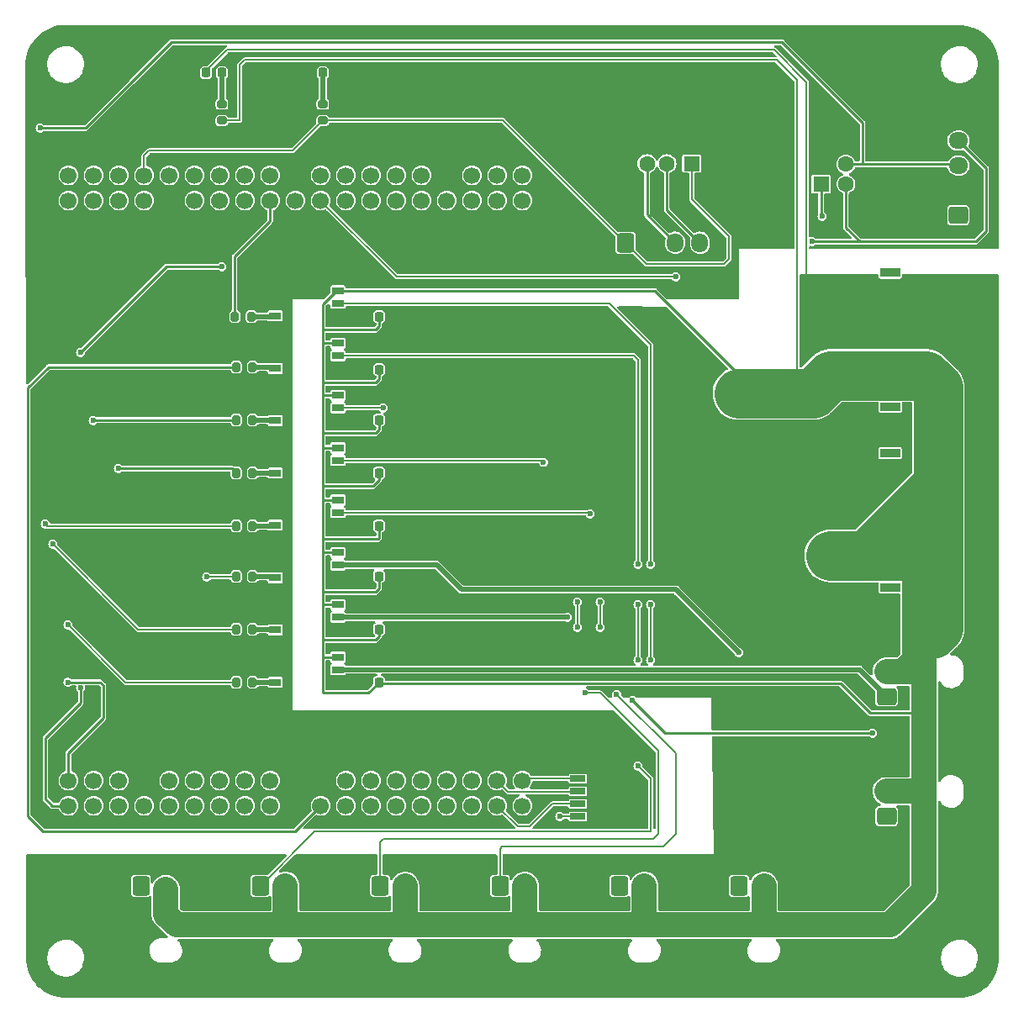
<source format=gtl>
%TF.GenerationSoftware,KiCad,Pcbnew,7.0.7*%
%TF.CreationDate,2024-03-01T22:49:55+09:00*%
%TF.ProjectId,ALTAIR_SERVO_MODULE_V2,414c5441-4952-45f5-9345-52564f5f4d4f,rev?*%
%TF.SameCoordinates,Original*%
%TF.FileFunction,Copper,L1,Top*%
%TF.FilePolarity,Positive*%
%FSLAX46Y46*%
G04 Gerber Fmt 4.6, Leading zero omitted, Abs format (unit mm)*
G04 Created by KiCad (PCBNEW 7.0.7) date 2024-03-01 22:49:55*
%MOMM*%
%LPD*%
G01*
G04 APERTURE LIST*
G04 Aperture macros list*
%AMRoundRect*
0 Rectangle with rounded corners*
0 $1 Rounding radius*
0 $2 $3 $4 $5 $6 $7 $8 $9 X,Y pos of 4 corners*
0 Add a 4 corners polygon primitive as box body*
4,1,4,$2,$3,$4,$5,$6,$7,$8,$9,$2,$3,0*
0 Add four circle primitives for the rounded corners*
1,1,$1+$1,$2,$3*
1,1,$1+$1,$4,$5*
1,1,$1+$1,$6,$7*
1,1,$1+$1,$8,$9*
0 Add four rect primitives between the rounded corners*
20,1,$1+$1,$2,$3,$4,$5,0*
20,1,$1+$1,$4,$5,$6,$7,0*
20,1,$1+$1,$6,$7,$8,$9,0*
20,1,$1+$1,$8,$9,$2,$3,0*%
G04 Aperture macros list end*
%TA.AperFunction,SMDPad,CuDef*%
%ADD10RoundRect,0.200000X0.200000X0.275000X-0.200000X0.275000X-0.200000X-0.275000X0.200000X-0.275000X0*%
%TD*%
%TA.AperFunction,SMDPad,CuDef*%
%ADD11RoundRect,0.218750X-0.218750X-0.256250X0.218750X-0.256250X0.218750X0.256250X-0.218750X0.256250X0*%
%TD*%
%TA.AperFunction,SMDPad,CuDef*%
%ADD12R,1.200000X0.800000*%
%TD*%
%TA.AperFunction,ComponentPad*%
%ADD13RoundRect,0.250000X0.725000X-0.600000X0.725000X0.600000X-0.725000X0.600000X-0.725000X-0.600000X0*%
%TD*%
%TA.AperFunction,ComponentPad*%
%ADD14O,1.950000X1.700000*%
%TD*%
%TA.AperFunction,SMDPad,CuDef*%
%ADD15RoundRect,0.225000X-0.225000X-0.250000X0.225000X-0.250000X0.225000X0.250000X-0.225000X0.250000X0*%
%TD*%
%TA.AperFunction,ComponentPad*%
%ADD16R,2.000000X0.900000*%
%TD*%
%TA.AperFunction,ComponentPad*%
%ADD17RoundRect,1.025000X-1.025000X1.025000X-1.025000X-1.025000X1.025000X-1.025000X1.025000X1.025000X0*%
%TD*%
%TA.AperFunction,ComponentPad*%
%ADD18C,4.100000*%
%TD*%
%TA.AperFunction,ComponentPad*%
%ADD19RoundRect,0.250000X-0.600000X-0.725000X0.600000X-0.725000X0.600000X0.725000X-0.600000X0.725000X0*%
%TD*%
%TA.AperFunction,ComponentPad*%
%ADD20O,1.700000X1.950000*%
%TD*%
%TA.AperFunction,SMDPad,CuDef*%
%ADD21RoundRect,0.200000X-0.275000X0.200000X-0.275000X-0.200000X0.275000X-0.200000X0.275000X0.200000X0*%
%TD*%
%TA.AperFunction,SMDPad,CuDef*%
%ADD22R,1.525000X0.650000*%
%TD*%
%TA.AperFunction,SMDPad,CuDef*%
%ADD23RoundRect,0.250000X-1.000000X1.750000X-1.000000X-1.750000X1.000000X-1.750000X1.000000X1.750000X0*%
%TD*%
%TA.AperFunction,ComponentPad*%
%ADD24R,1.600000X1.500000*%
%TD*%
%TA.AperFunction,ComponentPad*%
%ADD25C,1.600000*%
%TD*%
%TA.AperFunction,ComponentPad*%
%ADD26C,3.000000*%
%TD*%
%TA.AperFunction,ComponentPad*%
%ADD27R,1.600000X1.600000*%
%TD*%
%TA.AperFunction,ComponentPad*%
%ADD28C,4.000000*%
%TD*%
%TA.AperFunction,ComponentPad*%
%ADD29C,1.700000*%
%TD*%
%TA.AperFunction,ViaPad*%
%ADD30C,0.600000*%
%TD*%
%TA.AperFunction,Conductor*%
%ADD31C,0.250000*%
%TD*%
%TA.AperFunction,Conductor*%
%ADD32C,5.000000*%
%TD*%
%TA.AperFunction,Conductor*%
%ADD33C,2.540000*%
%TD*%
%TA.AperFunction,Conductor*%
%ADD34C,1.800000*%
%TD*%
%TA.AperFunction,Conductor*%
%ADD35C,0.200000*%
%TD*%
%TA.AperFunction,Conductor*%
%ADD36C,0.500000*%
%TD*%
G04 APERTURE END LIST*
D10*
%TO.P,R10,1*%
%TO.N,Net-(IC6-CATHODE)*%
X128828000Y-101541870D03*
%TO.P,R10,2*%
%TO.N,C7*%
X127178000Y-101541870D03*
%TD*%
D11*
%TO.P,LED3,1,K*%
%TO.N,GND1*%
X124155000Y-50800000D03*
%TO.P,LED3,2,A*%
%TO.N,Net-(LED3-A)*%
X125730000Y-50800000D03*
%TD*%
D12*
%TO.P,IC1,1,ANODE*%
%TO.N,GND*%
X131114000Y-72781740D03*
%TO.P,IC1,3,CATHODE*%
%TO.N,Net-(IC1-CATHODE)*%
X131114000Y-75321740D03*
%TO.P,IC1,4,GND*%
%TO.N,GND1*%
X137414000Y-75321740D03*
%TO.P,IC1,5,VO*%
%TO.N,s1*%
X137414000Y-74051740D03*
%TO.P,IC1,6,VCC*%
%TO.N,VCC*%
X137414000Y-72781740D03*
%TD*%
D13*
%TO.P,J7,1,Pin_1*%
%TO.N,s7*%
X192680000Y-125690000D03*
D14*
%TO.P,J7,2,Pin_2*%
%TO.N,VCC*%
X192680000Y-123190000D03*
%TO.P,J7,3,Pin_3*%
%TO.N,GND1*%
X192680000Y-120690000D03*
%TD*%
D15*
%TO.P,C15,1,1*%
%TO.N,GND1*%
X140004000Y-91127870D03*
%TO.P,C15,2,2*%
%TO.N,VCC*%
X141554000Y-91127870D03*
%TD*%
D16*
%TO.P,J9,*%
%TO.N,*%
X193040000Y-70955000D03*
X193040000Y-84455000D03*
D17*
%TO.P,J9,1,Pin_1*%
%TO.N,GND1*%
X187040000Y-74105000D03*
D18*
%TO.P,J9,2,Pin_2*%
%TO.N,VCC*%
X187040000Y-81305000D03*
%TD*%
D10*
%TO.P,R6,1*%
%TO.N,Net-(IC2-CATHODE)*%
X128828000Y-80459870D03*
%TO.P,R6,2*%
%TO.N,B7*%
X127178000Y-80459870D03*
%TD*%
D19*
%TO.P,J5,1,Pin_1*%
%TO.N,s5*%
X165775000Y-132715000D03*
D20*
%TO.P,J5,2,Pin_2*%
%TO.N,VCC*%
X168275000Y-132715000D03*
%TO.P,J5,3,Pin_3*%
%TO.N,GND1*%
X170775000Y-132715000D03*
%TD*%
D10*
%TO.P,R12,1*%
%TO.N,Net-(IC8-CATHODE)*%
X128828000Y-112209870D03*
%TO.P,R12,2*%
%TO.N,C9*%
X127178000Y-112209870D03*
%TD*%
D19*
%TO.P,J4,1,Pin_1*%
%TO.N,s4*%
X153725000Y-132715000D03*
D20*
%TO.P,J4,2,Pin_2*%
%TO.N,VCC*%
X156225000Y-132715000D03*
%TO.P,J4,3,Pin_3*%
%TO.N,GND1*%
X158725000Y-132715000D03*
%TD*%
D15*
%TO.P,C18,1,1*%
%TO.N,GND1*%
X140004000Y-106875870D03*
%TO.P,C18,2,2*%
%TO.N,VCC*%
X141554000Y-106875870D03*
%TD*%
D12*
%TO.P,IC8,1,ANODE*%
%TO.N,GND*%
X131114000Y-109662710D03*
%TO.P,IC8,3,CATHODE*%
%TO.N,Net-(IC8-CATHODE)*%
X131114000Y-112202710D03*
%TO.P,IC8,4,GND*%
%TO.N,GND1*%
X137414000Y-112202710D03*
%TO.P,IC8,5,VO*%
%TO.N,s8*%
X137414000Y-110932710D03*
%TO.P,IC8,6,VCC*%
%TO.N,VCC*%
X137414000Y-109662710D03*
%TD*%
D10*
%TO.P,R9,1*%
%TO.N,Net-(IC5-CATHODE)*%
X128828000Y-96461870D03*
%TO.P,R9,2*%
%TO.N,C6*%
X127178000Y-96461870D03*
%TD*%
%TO.P,R5,1*%
%TO.N,Net-(IC1-CATHODE)*%
X128700000Y-75379870D03*
%TO.P,R5,2*%
%TO.N,B6*%
X127050000Y-75379870D03*
%TD*%
D19*
%TO.P,J3,1,Pin_1*%
%TO.N,s3*%
X141675000Y-132715000D03*
D20*
%TO.P,J3,2,Pin_2*%
%TO.N,VCC*%
X144175000Y-132715000D03*
%TO.P,J3,3,Pin_3*%
%TO.N,GND1*%
X146675000Y-132715000D03*
%TD*%
D21*
%TO.P,R1,1*%
%TO.N,Net-(LED1-A)*%
X135890000Y-53976000D03*
%TO.P,R1,2*%
%TO.N,+5V*%
X135890000Y-55626000D03*
%TD*%
D10*
%TO.P,R7,1*%
%TO.N,Net-(IC3-CATHODE)*%
X128828000Y-85793870D03*
%TO.P,R7,2*%
%TO.N,B8*%
X127178000Y-85793870D03*
%TD*%
D15*
%TO.P,C13,1,1*%
%TO.N,GND1*%
X140030000Y-80713870D03*
%TO.P,C13,2,2*%
%TO.N,VCC*%
X141580000Y-80713870D03*
%TD*%
D12*
%TO.P,IC2,1,ANODE*%
%TO.N,GND*%
X131114000Y-78050450D03*
%TO.P,IC2,3,CATHODE*%
%TO.N,Net-(IC2-CATHODE)*%
X131114000Y-80590450D03*
%TO.P,IC2,4,GND*%
%TO.N,GND1*%
X137414000Y-80590450D03*
%TO.P,IC2,5,VO*%
%TO.N,s2*%
X137414000Y-79320450D03*
%TO.P,IC2,6,VCC*%
%TO.N,VCC*%
X137414000Y-78050450D03*
%TD*%
D10*
%TO.P,R8,1*%
%TO.N,Net-(IC4-CATHODE)*%
X128828000Y-91127870D03*
%TO.P,R8,2*%
%TO.N,B9*%
X127178000Y-91127870D03*
%TD*%
D21*
%TO.P,R3,1*%
%TO.N,Net-(LED3-A)*%
X125730000Y-53976000D03*
%TO.P,R3,2*%
%TO.N,VCC*%
X125730000Y-55626000D03*
%TD*%
D12*
%TO.P,IC3,1,ANODE*%
%TO.N,GND*%
X131114000Y-83319160D03*
%TO.P,IC3,3,CATHODE*%
%TO.N,Net-(IC3-CATHODE)*%
X131114000Y-85859160D03*
%TO.P,IC3,4,GND*%
%TO.N,GND1*%
X137414000Y-85859160D03*
%TO.P,IC3,5,VO*%
%TO.N,s3*%
X137414000Y-84589160D03*
%TO.P,IC3,6,VCC*%
%TO.N,VCC*%
X137414000Y-83319160D03*
%TD*%
D15*
%TO.P,C16,1,1*%
%TO.N,GND1*%
X140004000Y-96461870D03*
%TO.P,C16,2,2*%
%TO.N,VCC*%
X141554000Y-96461870D03*
%TD*%
%TO.P,C17,1,1*%
%TO.N,GND1*%
X140004000Y-101541870D03*
%TO.P,C17,2,2*%
%TO.N,VCC*%
X141554000Y-101541870D03*
%TD*%
%TO.P,C19,1,1*%
%TO.N,GND1*%
X140004000Y-112209870D03*
%TO.P,C19,2,2*%
%TO.N,VCC*%
X141554000Y-112209870D03*
%TD*%
D19*
%TO.P,J1,1,Pin_1*%
%TO.N,s1*%
X117575000Y-132715000D03*
D20*
%TO.P,J1,2,Pin_2*%
%TO.N,VCC*%
X120075000Y-132715000D03*
%TO.P,J1,3,Pin_3*%
%TO.N,GND1*%
X122575000Y-132715000D03*
%TD*%
D15*
%TO.P,C12,1,1*%
%TO.N,GND1*%
X140030000Y-75379870D03*
%TO.P,C12,2,2*%
%TO.N,VCC*%
X141580000Y-75379870D03*
%TD*%
D22*
%TO.P,S2,1,1*%
%TO.N,Net-(U2-PC0(PB9))*%
X161581000Y-121920000D03*
%TO.P,S2,2,2*%
%TO.N,Net-(U2-PC1(PB9))*%
X161581000Y-123190000D03*
%TO.P,S2,3,3*%
%TO.N,Net-(U2-PC2)*%
X161581000Y-124460000D03*
%TO.P,S2,4,4*%
%TO.N,Net-(U2-PC3)*%
X161581000Y-125730000D03*
%TO.P,S2,5,5*%
%TO.N,GND*%
X167005000Y-125730000D03*
%TO.P,S2,6,6*%
X167005000Y-124460000D03*
%TO.P,S2,7,7*%
X167005000Y-123190000D03*
%TO.P,S2,8,8*%
X167005000Y-121920000D03*
%TD*%
D23*
%TO.P,C9,1*%
%TO.N,VCC*%
X177800000Y-83122000D03*
%TO.P,C9,2*%
%TO.N,GND1*%
X177800000Y-91122000D03*
%TD*%
D15*
%TO.P,C14,1,1*%
%TO.N,GND1*%
X140004000Y-85793870D03*
%TO.P,C14,2,2*%
%TO.N,VCC*%
X141554000Y-85793870D03*
%TD*%
D19*
%TO.P,J6,1,Pin_1*%
%TO.N,s6*%
X177815000Y-132715000D03*
D20*
%TO.P,J6,2,Pin_2*%
%TO.N,VCC*%
X180315000Y-132715000D03*
%TO.P,J6,3,Pin_3*%
%TO.N,GND1*%
X182815000Y-132715000D03*
%TD*%
D24*
%TO.P,J11,1,VBUS*%
%TO.N,+5V*%
X173045000Y-59970000D03*
D25*
%TO.P,J11,2,D-*%
%TO.N,A10*%
X170545000Y-59970000D03*
%TO.P,J11,3,D+*%
%TO.N,A9*%
X168545000Y-59970000D03*
%TO.P,J11,4,GND*%
%TO.N,GND*%
X166045000Y-59970000D03*
D26*
%TO.P,J11,5,Shield*%
X176115000Y-57260000D03*
X162975000Y-57260000D03*
%TD*%
D12*
%TO.P,IC5,1,ANODE*%
%TO.N,GND*%
X131114000Y-93856580D03*
%TO.P,IC5,3,CATHODE*%
%TO.N,Net-(IC5-CATHODE)*%
X131114000Y-96396580D03*
%TO.P,IC5,4,GND*%
%TO.N,GND1*%
X137414000Y-96396580D03*
%TO.P,IC5,5,VO*%
%TO.N,s5*%
X137414000Y-95126580D03*
%TO.P,IC5,6,VCC*%
%TO.N,VCC*%
X137414000Y-93856580D03*
%TD*%
D27*
%TO.P,J12,1,VBUS*%
%TO.N,+5V*%
X186075000Y-62032500D03*
D25*
%TO.P,J12,2,D-*%
%TO.N,C10*%
X188575000Y-62032500D03*
%TO.P,J12,3,D+*%
%TO.N,C11*%
X188575000Y-60032500D03*
%TO.P,J12,4,GND*%
%TO.N,GND*%
X186075000Y-60032500D03*
D28*
%TO.P,J12,5,Shield*%
X181325000Y-57172500D03*
X193325000Y-57172500D03*
%TD*%
D12*
%TO.P,IC6,1,ANODE*%
%TO.N,GND*%
X131114000Y-99125290D03*
%TO.P,IC6,3,CATHODE*%
%TO.N,Net-(IC6-CATHODE)*%
X131114000Y-101665290D03*
%TO.P,IC6,4,GND*%
%TO.N,GND1*%
X137414000Y-101665290D03*
%TO.P,IC6,5,VO*%
%TO.N,s6*%
X137414000Y-100395290D03*
%TO.P,IC6,6,VCC*%
%TO.N,VCC*%
X137414000Y-99125290D03*
%TD*%
D19*
%TO.P,J2,1,Pin_1*%
%TO.N,s2*%
X129625000Y-132715000D03*
D20*
%TO.P,J2,2,Pin_2*%
%TO.N,VCC*%
X132125000Y-132715000D03*
%TO.P,J2,3,Pin_3*%
%TO.N,GND1*%
X134625000Y-132715000D03*
%TD*%
D12*
%TO.P,IC4,1,ANODE*%
%TO.N,GND*%
X131114000Y-88587870D03*
%TO.P,IC4,3,CATHODE*%
%TO.N,Net-(IC4-CATHODE)*%
X131114000Y-91127870D03*
%TO.P,IC4,4,GND*%
%TO.N,GND1*%
X137414000Y-91127870D03*
%TO.P,IC4,5,VO*%
%TO.N,s4*%
X137414000Y-89857870D03*
%TO.P,IC4,6,VCC*%
%TO.N,VCC*%
X137414000Y-88587870D03*
%TD*%
D19*
%TO.P,J13,1,Pin_1*%
%TO.N,+5V*%
X166370000Y-67945000D03*
D20*
%TO.P,J13,2,Pin_2*%
%TO.N,GND*%
X168870000Y-67945000D03*
%TO.P,J13,3,Pin_3*%
%TO.N,A9*%
X171370000Y-67945000D03*
%TO.P,J13,4,Pin_4*%
%TO.N,A10*%
X173870000Y-67945000D03*
%TD*%
D13*
%TO.P,J8,1,Pin_1*%
%TO.N,s8*%
X192680000Y-113640000D03*
D14*
%TO.P,J8,2,Pin_2*%
%TO.N,VCC*%
X192680000Y-111140000D03*
%TO.P,J8,3,Pin_3*%
%TO.N,GND1*%
X192680000Y-108640000D03*
%TD*%
D11*
%TO.P,LED1,1,K*%
%TO.N,GND*%
X134315000Y-50800000D03*
%TO.P,LED1,2,A*%
%TO.N,Net-(LED1-A)*%
X135890000Y-50800000D03*
%TD*%
D12*
%TO.P,IC7,1,ANODE*%
%TO.N,GND*%
X131114000Y-104394000D03*
%TO.P,IC7,3,CATHODE*%
%TO.N,Net-(IC7-CATHODE)*%
X131114000Y-106934000D03*
%TO.P,IC7,4,GND*%
%TO.N,GND1*%
X137414000Y-106934000D03*
%TO.P,IC7,5,VO*%
%TO.N,s7*%
X137414000Y-105664000D03*
%TO.P,IC7,6,VCC*%
%TO.N,VCC*%
X137414000Y-104394000D03*
%TD*%
D29*
%TO.P,U2,1,RESET*%
%TO.N,unconnected-(U2-RESET-Pad1)*%
X125520786Y-122104214D03*
%TO.P,U2,2,BOOT0*%
%TO.N,unconnected-(U2-BOOT0-Pad2)*%
X117900786Y-124644214D03*
%TO.P,U2,3,IOREF*%
%TO.N,unconnected-(U2-IOREF-Pad3)*%
X122980786Y-122104214D03*
%TO.P,U2,4,AVDD*%
%TO.N,unconnected-(U2-AVDD-Pad4)*%
X117900786Y-63684214D03*
%TO.P,U2,5,VDD*%
%TO.N,unconnected-(U2-VDD-Pad5)*%
X115360786Y-124644214D03*
%TO.P,U2,6,VBAT*%
%TO.N,unconnected-(U2-VBAT-Pad6)*%
X150920786Y-124644214D03*
%TO.P,U2,7,VIN*%
%TO.N,unconnected-(U2-VIN-Pad7)*%
X138220786Y-122104214D03*
%TO.P,U2,8,U5V*%
%TO.N,+5V*%
X117900786Y-61144214D03*
%TO.P,U2,9,E5V*%
X115360786Y-122104214D03*
%TO.P,U2,10,+5V*%
X130600786Y-122104214D03*
%TO.P,U2,11,+3V3*%
%TO.N,+3.3V*%
X128060786Y-122104214D03*
%TO.P,U2,12,PA0(TIM2_CH1/TIM5_CH1/UART4_TX)*%
%TO.N,unconnected-(U2-PA0(TIM2_CH1{slash}TIM5_CH1{slash}UART4_TX)-Pad12)*%
X143300786Y-122104214D03*
%TO.P,U2,13,PA1(TIM2_CH2/TIM5CH2/UART4_RX)*%
%TO.N,unconnected-(U2-PA1(TIM2_CH2{slash}TIM5CH2{slash}UART4_RX)-Pad13)*%
X145840786Y-122104214D03*
%TO.P,U2,14,PA2(TIM2_CH3/TIM5_CH3/TIM9_CH1/USART2_TX)*%
%TO.N,unconnected-(U2-PA2(TIM2_CH3{slash}TIM5_CH3{slash}TIM9_CH1{slash}USART2_TX)-Pad14)*%
X153460786Y-63684214D03*
%TO.P,U2,15,PA3(TIM2_CH4/TIM5_CH4/TIM9_CH2/USART2_RX)*%
%TO.N,unconnected-(U2-PA3(TIM2_CH4{slash}TIM5_CH4{slash}TIM9_CH2{slash}USART2_RX)-Pad15)*%
X156000786Y-63684214D03*
%TO.P,U2,16,PA4*%
%TO.N,unconnected-(U2-PA4-Pad16)*%
X148380786Y-122104214D03*
%TO.P,U2,17,PA5(TIM2_CH1)*%
%TO.N,unconnected-(U2-PA5(TIM2_CH1)-Pad17)*%
X122980786Y-63684214D03*
%TO.P,U2,18,PA6(TIM3_CH1/TIM13_CH1)*%
%TO.N,unconnected-(U2-PA6(TIM3_CH1{slash}TIM13_CH1)-Pad18)*%
X125520786Y-63684214D03*
%TO.P,U2,19,PA7(TIM3_CH2/TIM14_CH1)*%
%TO.N,unconnected-(U2-PA7(TIM3_CH2{slash}TIM14_CH1)-Pad19)*%
X128060786Y-63684214D03*
%TO.P,U2,20,PA8(TIM1_CH1/12C3_SCL)*%
%TO.N,unconnected-(U2-PA8(TIM1_CH1{slash}12C3_SCL)-Pad20)*%
X138220786Y-63684214D03*
%TO.P,U2,21,PA9(TIM1_CH2/USART1_TX)*%
%TO.N,A9*%
X135680786Y-63684214D03*
%TO.P,U2,22,PA10(TIM1_CH3/USART1_RX)*%
%TO.N,A10*%
X150920786Y-63684214D03*
%TO.P,U2,23,PA11(TIM1_CH4/CAN1_RX)*%
%TO.N,unconnected-(U2-PA11(TIM1_CH4{slash}CAN1_RX)-Pad23)*%
X125520786Y-61144214D03*
%TO.P,U2,24,PA12(CAN1_TX)*%
%TO.N,unconnected-(U2-PA12(CAN1_TX)-Pad24)*%
X122980786Y-61144214D03*
%TO.P,U2,25,PA13(JTCK-SWDIO)*%
%TO.N,unconnected-(U2-PA13(JTCK-SWDIO)-Pad25)*%
X125520786Y-124644214D03*
%TO.P,U2,26,PA14(JTCK-SWCLK)*%
%TO.N,unconnected-(U2-PA14(JTCK-SWCLK)-Pad26)*%
X128060786Y-124644214D03*
%TO.P,U2,27,PA15(TIM2_CH1)*%
%TO.N,unconnected-(U2-PA15(TIM2_CH1)-Pad27)*%
X130600786Y-124644214D03*
%TO.P,U2,28,PD2(UART5_RX)*%
%TO.N,unconnected-(U2-PD2(UART5_RX)-Pad28)*%
X112820786Y-122104214D03*
%TO.P,U2,29,PH0*%
%TO.N,unconnected-(U2-PH0-Pad29)*%
X145840786Y-124644214D03*
%TO.P,U2,30,PH1*%
%TO.N,unconnected-(U2-PH1-Pad30)*%
X148380786Y-124644214D03*
%TO.P,U2,31,(TIM3_CH3)PB0*%
%TO.N,unconnected-(U2-(TIM3_CH3)PB0-Pad31)*%
X150920786Y-122104214D03*
%TO.P,U2,32,(TIM3_CH4)PB1*%
%TO.N,unconnected-(U2-(TIM3_CH4)PB1-Pad32)*%
X138220786Y-61144214D03*
%TO.P,U2,33,(TIM2_CH4)PB2*%
%TO.N,unconnected-(U2-(TIM2_CH4)PB2-Pad33)*%
X135680786Y-61144214D03*
%TO.P,U2,34,(TIM3_CH1/12C2_SDA)PB3*%
%TO.N,unconnected-(U2-(TIM3_CH1{slash}12C2_SDA)PB3-Pad34)*%
X148380786Y-63684214D03*
%TO.P,U2,35,(TIM3_CH1/12C3_SDA)PB4*%
%TO.N,unconnected-(U2-(TIM3_CH1{slash}12C3_SDA)PB4-Pad35)*%
X143300786Y-63684214D03*
%TO.P,U2,36,(TIM3_CH2/CAN2_RX)PB5*%
%TO.N,unconnected-(U2-(TIM3_CH2{slash}CAN2_RX)PB5-Pad36)*%
X145840786Y-63684214D03*
%TO.P,U2,37,(TIM4_CH1/12C1_SCL/USART1_TX/CAN2_TX)PB6*%
%TO.N,B6*%
X130600786Y-63684214D03*
%TO.P,U2,38,(TIM4_CH2/12C1_SDA/USART1_RX)PB7*%
%TO.N,B7*%
X135680786Y-124644214D03*
%TO.P,U2,39,(TIM2_CH1/TIM4_CH3/TIM10_CH1/12C1_SCL/CAN1_RX)PB8*%
%TO.N,B8*%
X112820786Y-63684214D03*
%TO.P,U2,40,(TIM2_CH2/TIM4_CH4/TIM11_CH1/12C1_SDA/CAN1_TX)PB9*%
%TO.N,B9*%
X115360786Y-63684214D03*
%TO.P,U2,41,(TIM_2CH3/12C2_SCL/USART3_RX)PB10*%
%TO.N,unconnected-(U2-(TIM_2CH3{slash}12C2_SCL{slash}USART3_RX)PB10-Pad41)*%
X140760786Y-63684214D03*
%TO.P,U2,42,(CAN2_RX)PB12*%
%TO.N,unconnected-(U2-(CAN2_RX)PB12-Pad42)*%
X128060786Y-61144214D03*
%TO.P,U2,43,(CAN2_TX)PB13*%
%TO.N,unconnected-(U2-(CAN2_TX)PB13-Pad43)*%
X145840786Y-61144214D03*
%TO.P,U2,44,(TIM12_CH1)PB14*%
%TO.N,unconnected-(U2-(TIM12_CH1)PB14-Pad44)*%
X143300786Y-61144214D03*
%TO.P,U2,45,(TIM12_CH2)PB15*%
%TO.N,unconnected-(U2-(TIM12_CH2)PB15-Pad45)*%
X140760786Y-61144214D03*
%TO.P,U2,46,PC0(PB9)*%
%TO.N,Net-(U2-PC0(PB9))*%
X156000786Y-122104214D03*
%TO.P,U2,47,PC1(PB9)*%
%TO.N,Net-(U2-PC1(PB9))*%
X153460786Y-122104214D03*
%TO.P,U2,48,PC2*%
%TO.N,Net-(U2-PC2)*%
X153460786Y-124644214D03*
%TO.P,U2,49,PC3*%
%TO.N,Net-(U2-PC3)*%
X156000786Y-124644214D03*
%TO.P,U2,50,PC4*%
%TO.N,unconnected-(U2-PC4-Pad50)*%
X150920786Y-61144214D03*
%TO.P,U2,51,(USART3_RX)PC5*%
%TO.N,unconnected-(U2-(USART3_RX)PC5-Pad51)*%
X115360786Y-61144214D03*
%TO.P,U2,52,(TIM3_CH1/TIM8_CH1/USART6_TX)PC6*%
%TO.N,C6*%
X112820786Y-61144214D03*
%TO.P,U2,53,(TIM3_CH2/TIM8_CH2/USART6_RX)PC7*%
%TO.N,C7*%
X133140786Y-63684214D03*
%TO.P,U2,54,(TIM3_CH3/TIM8_CH3)PC8*%
%TO.N,C8*%
X110280786Y-61144214D03*
%TO.P,U2,55,(TIM3_CH4/TIM8_CH4/12C3_SDA)PC9*%
%TO.N,C9*%
X110280786Y-63684214D03*
%TO.P,U2,56,(USART3_TX/UART4_TX)PC10*%
%TO.N,C10*%
X110280786Y-124644214D03*
%TO.P,U2,57,(USART3_RX/UART4_RX)PC11*%
%TO.N,C11*%
X110280786Y-122104214D03*
%TO.P,U2,58,(12C2_SDA/UART5_TX)PC12*%
%TO.N,unconnected-(U2-(12C2_SDA{slash}UART5_TX)PC12-Pad58)*%
X112820786Y-124644214D03*
%TO.P,U2,59,PC13*%
%TO.N,unconnected-(U2-PC13-Pad59)*%
X138220786Y-124644214D03*
%TO.P,U2,60,PC14*%
%TO.N,unconnected-(U2-PC14-Pad60)*%
X140760786Y-124644214D03*
%TO.P,U2,61,PC15*%
%TO.N,unconnected-(U2-PC15-Pad61)*%
X143300786Y-124644214D03*
%TO.P,U2,62,GND*%
%TO.N,GND*%
X133140786Y-124644214D03*
X117900786Y-122104214D03*
X133140786Y-122104214D03*
X135680786Y-122104214D03*
X120440786Y-63684214D03*
X133140786Y-61144214D03*
X148380786Y-61144214D03*
%TO.P,U2,63*%
%TO.N,N/C*%
X122980786Y-124644214D03*
%TO.P,U2,64*%
X120440786Y-122104214D03*
%TO.P,U2,65*%
X120440786Y-124644214D03*
%TO.P,U2,66*%
X140760786Y-122104214D03*
%TO.P,U2,67*%
X120440786Y-61144214D03*
%TO.P,U2,68*%
X130600786Y-61144214D03*
%TO.P,U2,69*%
X153460786Y-61144214D03*
%TO.P,U2,70*%
X156000786Y-61144214D03*
%TD*%
D10*
%TO.P,R11,1*%
%TO.N,Net-(IC7-CATHODE)*%
X128828000Y-106875870D03*
%TO.P,R11,2*%
%TO.N,C8*%
X127178000Y-106875870D03*
%TD*%
D13*
%TO.P,J14,1,Pin_1*%
%TO.N,+5V*%
X199898000Y-65158000D03*
D14*
%TO.P,J14,2,Pin_2*%
%TO.N,GND*%
X199898000Y-62658000D03*
%TO.P,J14,3,Pin_3*%
%TO.N,C11*%
X199898000Y-60158000D03*
%TO.P,J14,4,Pin_4*%
%TO.N,C10*%
X199898000Y-57658000D03*
%TD*%
D16*
%TO.P,J15,*%
%TO.N,*%
X193040000Y-89135000D03*
X193040000Y-102635000D03*
D17*
%TO.P,J15,1,Pin_1*%
%TO.N,GND1*%
X187040000Y-92285000D03*
D18*
%TO.P,J15,2,Pin_2*%
%TO.N,VCC*%
X187040000Y-99485000D03*
%TD*%
D30*
%TO.N,GND*%
X129540000Y-114300000D03*
X124460000Y-114300000D03*
X119380000Y-114300000D03*
X157480000Y-116840000D03*
X119380000Y-99060000D03*
X119380000Y-76200000D03*
X114300000Y-71120000D03*
X137160000Y-68580000D03*
X116840000Y-116840000D03*
X111760000Y-73660000D03*
X124460000Y-109220000D03*
X165100000Y-119380000D03*
X144780000Y-66040000D03*
X121920000Y-73660000D03*
X137160000Y-116840000D03*
X124460000Y-66040000D03*
X160020000Y-119380000D03*
X114300000Y-93980000D03*
X142240000Y-68580000D03*
X111760000Y-68580000D03*
X119380000Y-93980000D03*
X114300000Y-99060000D03*
X134620000Y-119380000D03*
X124460000Y-119380000D03*
X121920000Y-78740000D03*
X121920000Y-91440000D03*
X116840000Y-68580000D03*
X121920000Y-101600000D03*
X127000000Y-78740000D03*
X116840000Y-101600000D03*
X139700000Y-66040000D03*
X142240000Y-116840000D03*
X144780000Y-119380000D03*
X114300000Y-83820000D03*
X147320000Y-68580000D03*
X119380000Y-104140000D03*
X114300000Y-66040000D03*
X129540000Y-119380000D03*
X152400000Y-68580000D03*
X114300000Y-88900000D03*
X116840000Y-91440000D03*
X119380000Y-88900000D03*
X132080000Y-116840000D03*
X116840000Y-78740000D03*
X149860000Y-119380000D03*
X121920000Y-68580000D03*
X119380000Y-109220000D03*
X139700000Y-119380000D03*
X114300000Y-109220000D03*
X147320000Y-116840000D03*
X119380000Y-83820000D03*
X152400000Y-116840000D03*
X154940000Y-119380000D03*
X134620000Y-66040000D03*
X162560000Y-116840000D03*
X127000000Y-116840000D03*
X119380000Y-66040000D03*
X149860000Y-66040000D03*
X121920000Y-116840000D03*
%TO.N,GND1*%
X180340000Y-142240000D03*
X198120000Y-76200000D03*
X149860000Y-96520000D03*
X154940000Y-142240000D03*
X106680000Y-134620000D03*
X200660000Y-132080000D03*
X144780000Y-91440000D03*
X152400000Y-104140000D03*
X147320000Y-78740000D03*
X182880000Y-104140000D03*
X147320000Y-104140000D03*
X154940000Y-111760000D03*
X144780000Y-101600000D03*
X203200000Y-83820000D03*
X190500000Y-142240000D03*
X180340000Y-121920000D03*
X203200000Y-104140000D03*
X144780000Y-86360000D03*
X203200000Y-114300000D03*
X182880000Y-129540000D03*
X180340000Y-101600000D03*
X165100000Y-142240000D03*
X154940000Y-76200000D03*
X157480000Y-104140000D03*
X172720000Y-93980000D03*
X203200000Y-129540000D03*
X147320000Y-109220000D03*
X195580000Y-76200000D03*
X144780000Y-111760000D03*
X154940000Y-106680000D03*
X187960000Y-129540000D03*
X190500000Y-127000000D03*
X187960000Y-119380000D03*
X114300000Y-132080000D03*
X119380000Y-142240000D03*
X177800000Y-99060000D03*
X187960000Y-124460000D03*
X195580000Y-137160000D03*
X139700000Y-142240000D03*
X144780000Y-81280000D03*
X157480000Y-99060000D03*
X147320000Y-93980000D03*
X152400000Y-93980000D03*
X182880000Y-99060000D03*
X138684000Y-106934000D03*
X138684000Y-75438000D03*
X203200000Y-124460000D03*
X116840000Y-139700000D03*
X180340000Y-106680000D03*
X198120000Y-73660000D03*
X149860000Y-81280000D03*
X147320000Y-88900000D03*
X182880000Y-93980000D03*
X147320000Y-99060000D03*
X193040000Y-73660000D03*
X154940000Y-101600000D03*
X177800000Y-93980000D03*
X157480000Y-109220000D03*
X157480000Y-78740000D03*
X185420000Y-106680000D03*
X180340000Y-96520000D03*
X134620000Y-142240000D03*
X177800000Y-104140000D03*
X147320000Y-83820000D03*
X124460000Y-142240000D03*
X182880000Y-139700000D03*
X127000000Y-139700000D03*
X172720000Y-139700000D03*
X182880000Y-119380000D03*
X185420000Y-121920000D03*
X198120000Y-134620000D03*
X154940000Y-86360000D03*
X170180000Y-142240000D03*
X157480000Y-88900000D03*
X142240000Y-139700000D03*
X149860000Y-91440000D03*
X152400000Y-83820000D03*
X149860000Y-76200000D03*
X203200000Y-119380000D03*
X157480000Y-93980000D03*
X200660000Y-127000000D03*
X138684000Y-80518000D03*
X175260000Y-96520000D03*
X185420000Y-96520000D03*
X193040000Y-129540000D03*
X182880000Y-124460000D03*
X185420000Y-111760000D03*
X138684000Y-90932000D03*
X193040000Y-76200000D03*
X109220000Y-137160000D03*
X138684000Y-112268000D03*
X154940000Y-96520000D03*
X160020000Y-142240000D03*
X144780000Y-142240000D03*
X182880000Y-109220000D03*
X203200000Y-99060000D03*
X187960000Y-139700000D03*
X203200000Y-134620000D03*
X138684000Y-101600000D03*
X114300000Y-137160000D03*
X203200000Y-73660000D03*
X175260000Y-142240000D03*
X172720000Y-99060000D03*
X162560000Y-139700000D03*
X172720000Y-109220000D03*
X149860000Y-111760000D03*
X177800000Y-139700000D03*
X154940000Y-81280000D03*
X175260000Y-101600000D03*
X152400000Y-99060000D03*
X190500000Y-106680000D03*
X203200000Y-93980000D03*
X137160000Y-139700000D03*
X152400000Y-109220000D03*
X195580000Y-73660000D03*
X138684000Y-85852000D03*
X149860000Y-106680000D03*
X190500000Y-76200000D03*
X152400000Y-78740000D03*
X149860000Y-101600000D03*
X152400000Y-88900000D03*
X185420000Y-142240000D03*
X129540000Y-142240000D03*
X187960000Y-109220000D03*
X180340000Y-111760000D03*
X203200000Y-109220000D03*
X147320000Y-139700000D03*
X109220000Y-132080000D03*
X190500000Y-132080000D03*
X144780000Y-106680000D03*
X187960000Y-114300000D03*
X185420000Y-127000000D03*
X152400000Y-139700000D03*
X193040000Y-139700000D03*
X114300000Y-142240000D03*
X111760000Y-134620000D03*
X154940000Y-91440000D03*
X190500000Y-73660000D03*
X200660000Y-121920000D03*
X138684000Y-96520000D03*
X180340000Y-127000000D03*
X203200000Y-88900000D03*
X149860000Y-86360000D03*
X144780000Y-76200000D03*
X203200000Y-78740000D03*
X182880000Y-114300000D03*
X157480000Y-83820000D03*
X190500000Y-121920000D03*
X175260000Y-111760000D03*
X149860000Y-142240000D03*
X144780000Y-96520000D03*
%TO.N,s1*%
X168910000Y-109982000D03*
X168910000Y-104394000D03*
X168910000Y-100330000D03*
%TO.N,s2*%
X167640000Y-120650000D03*
X167640000Y-100330000D03*
X167640000Y-109982000D03*
X167640000Y-104394000D03*
%TO.N,s3*%
X141986000Y-84582000D03*
X162306000Y-113284000D03*
%TO.N,s4*%
X161544000Y-104140000D03*
X161544000Y-106680000D03*
X158115000Y-90043000D03*
X165481000Y-113411000D03*
%TO.N,s5*%
X163830000Y-104140000D03*
X163830000Y-106680000D03*
X162814000Y-95250000D03*
%TO.N,s6*%
X177800000Y-109220000D03*
%TO.N,s7*%
X160528000Y-105664000D03*
%TO.N,B8*%
X112776000Y-85852000D03*
%TO.N,B9*%
X115316000Y-90678000D03*
%TO.N,C6*%
X107950000Y-96266000D03*
%TO.N,C7*%
X124206000Y-101600000D03*
%TO.N,C8*%
X108712000Y-98298000D03*
%TO.N,C9*%
X110236000Y-106426000D03*
%TO.N,C10*%
X185166000Y-67818000D03*
X111506000Y-112776000D03*
X125730000Y-70358000D03*
X111506000Y-78994000D03*
%TO.N,C11*%
X110236000Y-112198600D03*
X107442000Y-56388000D03*
%TO.N,+5V*%
X167088100Y-114046000D03*
X191262000Y-117348000D03*
X186182000Y-65278000D03*
%TO.N,A9*%
X171450000Y-71374000D03*
%TO.N,Net-(U2-PC3)*%
X159766000Y-125730000D03*
%TD*%
D31*
%TO.N,VCC*%
X135890000Y-92456000D02*
X135890000Y-93980000D01*
D32*
X197866000Y-86614000D02*
X197866000Y-106750699D01*
X185223000Y-83122000D02*
X182372000Y-83122000D01*
D31*
X135955290Y-109662710D02*
X135890000Y-109728000D01*
X135890000Y-93856580D02*
X135890000Y-93980000D01*
D33*
X168275000Y-132715000D02*
X168275000Y-136271000D01*
D31*
X135890000Y-82042000D02*
X135890000Y-83312000D01*
D32*
X197866000Y-98044000D02*
X196425000Y-99485000D01*
X196644800Y-81305000D02*
X197866000Y-82526200D01*
D31*
X141478000Y-97790000D02*
X135890000Y-97790000D01*
D32*
X197866000Y-106750699D02*
X197266349Y-107350350D01*
D33*
X168275000Y-136271000D02*
X168656000Y-136652000D01*
X195462400Y-105546401D02*
X195462400Y-109987600D01*
D32*
X194564000Y-99485000D02*
X191262000Y-99485000D01*
D33*
X180315000Y-136423000D02*
X180086000Y-136652000D01*
D31*
X137414000Y-72781740D02*
X137214000Y-72781740D01*
X135890000Y-103124000D02*
X135890000Y-104394000D01*
X141580000Y-75379870D02*
X141580000Y-76352000D01*
D33*
X196425000Y-106934000D02*
X196425000Y-107696000D01*
X132125000Y-132715000D02*
X132125000Y-136099000D01*
D31*
X141554000Y-97714000D02*
X141478000Y-97790000D01*
X141554000Y-112209870D02*
X141681530Y-112337400D01*
D33*
X195462400Y-105546401D02*
X197266349Y-107350350D01*
X196425000Y-110998000D02*
X196425000Y-115316000D01*
D31*
X141554000Y-101541870D02*
X141554000Y-102794000D01*
D33*
X196283000Y-111140000D02*
X196425000Y-110998000D01*
D31*
X135890000Y-93980000D02*
X135890000Y-97790000D01*
X169301740Y-72781740D02*
X177800000Y-81280000D01*
D33*
X196425000Y-107696000D02*
X197612000Y-107696000D01*
D31*
X141224000Y-107950000D02*
X135890000Y-107950000D01*
D32*
X185223000Y-83122000D02*
X187040000Y-81305000D01*
D31*
X191008000Y-115316000D02*
X196425000Y-115316000D01*
D33*
X196425000Y-106934000D02*
X196425000Y-101346000D01*
D32*
X191262000Y-99485000D02*
X187040000Y-99485000D01*
D33*
X196425000Y-133267000D02*
X193040000Y-136652000D01*
X120075000Y-135569000D02*
X120075000Y-133030400D01*
X196425000Y-101725200D02*
X196425000Y-106934000D01*
X156225000Y-136637000D02*
X156210000Y-136652000D01*
D31*
X140970000Y-92456000D02*
X135890000Y-92456000D01*
X188029400Y-112337400D02*
X191008000Y-115316000D01*
X141554000Y-85793870D02*
X141554000Y-86792000D01*
X137414000Y-104394000D02*
X135890000Y-104394000D01*
X135890000Y-104394000D02*
X135890000Y-107950000D01*
X141224000Y-76708000D02*
X135890000Y-76708000D01*
D32*
X197866000Y-92202000D02*
X197866000Y-98044000D01*
X197866000Y-82526200D02*
X197866000Y-86614000D01*
D31*
X141554000Y-106875870D02*
X141554000Y-107620000D01*
D33*
X194184800Y-99485000D02*
X196425000Y-101725200D01*
D34*
X120075000Y-133030400D02*
X120075000Y-132715000D01*
D33*
X195462400Y-100383400D02*
X195462400Y-105546401D01*
X131572000Y-136652000D02*
X121158000Y-136652000D01*
D32*
X182372000Y-83122000D02*
X177800000Y-83122000D01*
X191262000Y-99485000D02*
X191262000Y-98806000D01*
D35*
X181610000Y-49530000D02*
X183642000Y-51562000D01*
D31*
X137414000Y-78050450D02*
X135962450Y-78050450D01*
X135890000Y-83312000D02*
X135890000Y-87122000D01*
X141554000Y-86792000D02*
X141224000Y-87122000D01*
X141681530Y-112337400D02*
X188029400Y-112337400D01*
D33*
X195462400Y-109987600D02*
X194310000Y-111140000D01*
D31*
X135890000Y-107950000D02*
X135890000Y-109474000D01*
D33*
X198628000Y-106680000D02*
X198628000Y-98806000D01*
X196425000Y-107696000D02*
X196425000Y-109040331D01*
D32*
X196425000Y-99485000D02*
X194564000Y-99485000D01*
D31*
X135890000Y-77978000D02*
X135890000Y-82042000D01*
D33*
X156225000Y-132715000D02*
X156225000Y-136637000D01*
D35*
X127508000Y-55626000D02*
X127508000Y-50038000D01*
D33*
X196425000Y-99485000D02*
X196425000Y-107696000D01*
D31*
X177800000Y-81280000D02*
X177800000Y-83122000D01*
X135890000Y-99125290D02*
X135890000Y-99568000D01*
D33*
X144526000Y-136652000D02*
X131572000Y-136652000D01*
D31*
X137214000Y-72781740D02*
X135890000Y-74105740D01*
D33*
X144175000Y-132715000D02*
X144175000Y-136301000D01*
X156210000Y-136652000D02*
X144526000Y-136652000D01*
D35*
X127508000Y-50038000D02*
X128016000Y-49530000D01*
D31*
X140479870Y-113284000D02*
X141554000Y-112209870D01*
D33*
X197612000Y-107696000D02*
X198628000Y-106680000D01*
X144175000Y-136301000D02*
X144526000Y-136652000D01*
D31*
X137414000Y-99125290D02*
X135890000Y-99125290D01*
X135890000Y-113284000D02*
X140479870Y-113284000D01*
X141224000Y-103124000D02*
X135890000Y-103124000D01*
X141554000Y-107620000D02*
X141224000Y-107950000D01*
X137414000Y-83319160D02*
X135897160Y-83319160D01*
D35*
X183642000Y-81852000D02*
X182372000Y-83122000D01*
D33*
X196425000Y-109040331D02*
X196425000Y-110998000D01*
D31*
X141580000Y-81686000D02*
X141224000Y-82042000D01*
D33*
X194310000Y-111140000D02*
X196283000Y-111140000D01*
D31*
X141554000Y-91127870D02*
X141554000Y-91872000D01*
D35*
X128016000Y-49530000D02*
X181610000Y-49530000D01*
D31*
X135890000Y-88646000D02*
X135890000Y-92456000D01*
X141224000Y-82042000D02*
X135890000Y-82042000D01*
X135890000Y-109728000D02*
X135890000Y-109474000D01*
D33*
X194564000Y-99485000D02*
X195462400Y-100383400D01*
X132125000Y-136099000D02*
X131572000Y-136652000D01*
X121158000Y-136652000D02*
X120075000Y-135569000D01*
D31*
X135962450Y-78050450D02*
X135890000Y-77978000D01*
X135890000Y-76708000D02*
X135890000Y-77978000D01*
D33*
X180086000Y-136652000D02*
X168656000Y-136652000D01*
X192680000Y-111140000D02*
X194310000Y-111140000D01*
X192680000Y-123190000D02*
X196425000Y-123190000D01*
D35*
X125730000Y-55626000D02*
X127508000Y-55626000D01*
D31*
X141554000Y-96461870D02*
X141554000Y-97714000D01*
X141580000Y-76352000D02*
X141224000Y-76708000D01*
X141224000Y-87122000D02*
X135890000Y-87122000D01*
D33*
X198628000Y-98806000D02*
X197866000Y-98044000D01*
D31*
X135890000Y-97790000D02*
X135890000Y-99568000D01*
X135897160Y-83319160D02*
X135890000Y-83312000D01*
D33*
X193040000Y-136652000D02*
X180086000Y-136652000D01*
X191262000Y-99485000D02*
X194184800Y-99485000D01*
D31*
X141554000Y-91872000D02*
X140970000Y-92456000D01*
X135890000Y-87122000D02*
X135890000Y-88646000D01*
D33*
X180315000Y-132715000D02*
X180315000Y-136423000D01*
X196425000Y-123190000D02*
X196425000Y-133267000D01*
D35*
X183642000Y-51562000D02*
X183642000Y-81852000D01*
D32*
X191262000Y-98806000D02*
X197866000Y-92202000D01*
D33*
X196425000Y-115316000D02*
X196425000Y-123190000D01*
D31*
X141554000Y-102794000D02*
X141224000Y-103124000D01*
X137414000Y-109662710D02*
X135955290Y-109662710D01*
X137414000Y-93856580D02*
X135890000Y-93856580D01*
X137414000Y-72781740D02*
X169301740Y-72781740D01*
D33*
X196425000Y-101346000D02*
X194564000Y-99485000D01*
D32*
X197866000Y-86614000D02*
X197866000Y-92202000D01*
X187040000Y-81305000D02*
X196644800Y-81305000D01*
D31*
X135890000Y-74105740D02*
X135890000Y-76708000D01*
D33*
X168656000Y-136652000D02*
X156210000Y-136652000D01*
D31*
X137414000Y-88587870D02*
X135948130Y-88587870D01*
X135890000Y-109474000D02*
X135890000Y-113284000D01*
X135890000Y-99568000D02*
X135890000Y-103124000D01*
X141580000Y-80713870D02*
X141580000Y-81686000D01*
X135948130Y-88587870D02*
X135890000Y-88646000D01*
D35*
%TO.N,GND1*%
X137414000Y-91127870D02*
X138488130Y-91127870D01*
X138618710Y-101665290D02*
X138684000Y-101600000D01*
X138676840Y-85859160D02*
X138684000Y-85852000D01*
X139996840Y-112202710D02*
X140004000Y-112209870D01*
X138618710Y-112202710D02*
X138684000Y-112268000D01*
X138684000Y-85852000D02*
X138691160Y-85859160D01*
X138488130Y-91127870D02*
X138684000Y-90932000D01*
X139938710Y-85859160D02*
X140004000Y-85793870D01*
X138684000Y-112268000D02*
X138749290Y-112202710D01*
X138691160Y-85859160D02*
X139938710Y-85859160D01*
X137414000Y-96396580D02*
X138560580Y-96396580D01*
X139945870Y-106934000D02*
X140004000Y-106875870D01*
X137414000Y-101665290D02*
X138618710Y-101665290D01*
X139971870Y-75321740D02*
X140030000Y-75379870D01*
X137414000Y-112202710D02*
X138618710Y-112202710D01*
X137414000Y-75321740D02*
X138567740Y-75321740D01*
X138756450Y-80590450D02*
X139906580Y-80590450D01*
X138684000Y-90932000D02*
X138879870Y-91127870D01*
X124155000Y-50597000D02*
X126238000Y-48514000D01*
X124155000Y-50800000D02*
X124155000Y-50597000D01*
X126238000Y-48514000D02*
X181356000Y-48514000D01*
X138800260Y-75321740D02*
X139971870Y-75321740D01*
X139938710Y-96396580D02*
X140004000Y-96461870D01*
X138560580Y-96396580D02*
X138684000Y-96520000D01*
X138611550Y-80590450D02*
X138684000Y-80518000D01*
X138684000Y-101600000D02*
X138749290Y-101665290D01*
X138684000Y-106934000D02*
X139945870Y-106934000D01*
X138684000Y-75438000D02*
X138800260Y-75321740D01*
X184613600Y-51771600D02*
X184613600Y-71678600D01*
X184613600Y-71678600D02*
X187040000Y-74105000D01*
X181356000Y-48514000D02*
X184613600Y-51771600D01*
X138749290Y-112202710D02*
X139996840Y-112202710D01*
X137414000Y-85859160D02*
X138676840Y-85859160D01*
X139906580Y-80590450D02*
X140030000Y-80713870D01*
X138879870Y-91127870D02*
X140004000Y-91127870D01*
X138567740Y-75321740D02*
X138684000Y-75438000D01*
X138684000Y-80518000D02*
X138756450Y-80590450D01*
X139880580Y-101665290D02*
X140004000Y-101541870D01*
X137414000Y-106934000D02*
X138684000Y-106934000D01*
X138807420Y-96396580D02*
X139938710Y-96396580D01*
X138749290Y-101665290D02*
X139880580Y-101665290D01*
X138684000Y-96520000D02*
X138807420Y-96396580D01*
X137414000Y-80590450D02*
X138611550Y-80590450D01*
%TO.N,s1*%
X168910000Y-109474000D02*
X168910000Y-109982000D01*
X168910000Y-104394000D02*
X168910000Y-109474000D01*
X164729740Y-74051740D02*
X168910000Y-78232000D01*
X137414000Y-74051740D02*
X164729740Y-74051740D01*
X168910000Y-78232000D02*
X168910000Y-100330000D01*
%TO.N,s2*%
X167640000Y-79756000D02*
X167640000Y-100330000D01*
X167640000Y-104394000D02*
X167640000Y-109982000D01*
X135086000Y-127254000D02*
X129625000Y-132715000D01*
X168910000Y-121920000D02*
X168910000Y-127254000D01*
X168910000Y-127254000D02*
X135086000Y-127254000D01*
X167204450Y-79320450D02*
X167640000Y-79756000D01*
X167640000Y-120650000D02*
X168910000Y-121920000D01*
X137414000Y-79320450D02*
X167204450Y-79320450D01*
%TO.N,s3*%
X141675000Y-132715000D02*
X141675000Y-128327000D01*
X169164000Y-128016000D02*
X169672000Y-127508000D01*
X141978840Y-84589160D02*
X137414000Y-84589160D01*
X163830000Y-113284000D02*
X162306000Y-113284000D01*
X141986000Y-84582000D02*
X141978840Y-84589160D01*
X169672000Y-127508000D02*
X169672000Y-119126000D01*
X141675000Y-128327000D02*
X141986000Y-128016000D01*
X169672000Y-119126000D02*
X163830000Y-113284000D01*
X141986000Y-128016000D02*
X169164000Y-128016000D01*
%TO.N,s4*%
X157929870Y-89857870D02*
X158115000Y-90043000D01*
X171450000Y-127508000D02*
X170180000Y-128778000D01*
X165481000Y-113411000D02*
X171450000Y-119380000D01*
X153924000Y-128778000D02*
X153725000Y-128977000D01*
X170180000Y-128778000D02*
X153924000Y-128778000D01*
X171450000Y-119380000D02*
X171450000Y-127508000D01*
X137414000Y-89857870D02*
X157929870Y-89857870D01*
X161544000Y-106680000D02*
X161544000Y-104140000D01*
X153725000Y-128977000D02*
X153725000Y-132715000D01*
%TO.N,s5*%
X163830000Y-106680000D02*
X163830000Y-104140000D01*
X162814000Y-95250000D02*
X162690580Y-95126580D01*
X162690580Y-95126580D02*
X137414000Y-95126580D01*
D36*
%TO.N,s6*%
X149860000Y-102870000D02*
X171450000Y-102870000D01*
X137414000Y-100395290D02*
X147385290Y-100395290D01*
X171450000Y-102870000D02*
X177800000Y-109220000D01*
X147385290Y-100395290D02*
X149860000Y-102870000D01*
%TO.N,s7*%
X160528000Y-105664000D02*
X137414000Y-105664000D01*
%TO.N,s8*%
X189972710Y-110932710D02*
X192680000Y-113640000D01*
X137414000Y-110932710D02*
X189972710Y-110932710D01*
D31*
%TO.N,B6*%
X127000000Y-69342000D02*
X130600786Y-65741214D01*
X127000000Y-75329870D02*
X127000000Y-69342000D01*
X127050000Y-75379870D02*
X127000000Y-75329870D01*
X130600786Y-65741214D02*
X130600786Y-63684214D01*
%TO.N,B7*%
X107696000Y-127254000D02*
X133071000Y-127254000D01*
X106172000Y-125730000D02*
X107696000Y-127254000D01*
X133071000Y-127254000D02*
X135680786Y-124644214D01*
X106172000Y-82550000D02*
X106172000Y-125730000D01*
X127178000Y-80459870D02*
X108262130Y-80459870D01*
X108262130Y-80459870D02*
X106172000Y-82550000D01*
%TO.N,B8*%
X112834130Y-85793870D02*
X127178000Y-85793870D01*
X112776000Y-85852000D02*
X112834130Y-85793870D01*
%TO.N,B9*%
X127178000Y-91127870D02*
X126728130Y-90678000D01*
X126728130Y-90678000D02*
X115316000Y-90678000D01*
D36*
%TO.N,Net-(IC1-CATHODE)*%
X128700000Y-75379870D02*
X131055870Y-75379870D01*
X131055870Y-75379870D02*
X131114000Y-75321740D01*
%TO.N,Net-(IC2-CATHODE)*%
X130983420Y-80459870D02*
X131114000Y-80590450D01*
X128828000Y-80459870D02*
X130983420Y-80459870D01*
%TO.N,Net-(IC3-CATHODE)*%
X128828000Y-85793870D02*
X131048710Y-85793870D01*
X131048710Y-85793870D02*
X131114000Y-85859160D01*
%TO.N,Net-(IC4-CATHODE)*%
X128828000Y-91127870D02*
X131114000Y-91127870D01*
%TO.N,Net-(IC5-CATHODE)*%
X131048710Y-96461870D02*
X131114000Y-96396580D01*
X128828000Y-96461870D02*
X131048710Y-96461870D01*
%TO.N,Net-(IC6-CATHODE)*%
X128828000Y-101541870D02*
X130990580Y-101541870D01*
X130990580Y-101541870D02*
X131114000Y-101665290D01*
%TO.N,Net-(IC7-CATHODE)*%
X131055870Y-106875870D02*
X131114000Y-106934000D01*
X128828000Y-106875870D02*
X131055870Y-106875870D01*
%TO.N,Net-(IC8-CATHODE)*%
X131106840Y-112209870D02*
X131114000Y-112202710D01*
X128828000Y-112209870D02*
X131106840Y-112209870D01*
%TO.N,Net-(LED1-A)*%
X135890000Y-50800000D02*
X135890000Y-53976000D01*
D35*
%TO.N,C6*%
X107950000Y-96266000D02*
X108145870Y-96461870D01*
X108145870Y-96461870D02*
X127178000Y-96461870D01*
%TO.N,C7*%
X127119870Y-101600000D02*
X124206000Y-101600000D01*
X127178000Y-101541870D02*
X127119870Y-101600000D01*
%TO.N,C8*%
X117289870Y-106875870D02*
X108712000Y-98298000D01*
X127178000Y-106875870D02*
X117289870Y-106875870D01*
%TO.N,C9*%
X116019870Y-112209870D02*
X110236000Y-106426000D01*
X127178000Y-112209870D02*
X116019870Y-112209870D01*
D31*
%TO.N,C10*%
X111506000Y-112776000D02*
X111506000Y-114300000D01*
X202692000Y-66802000D02*
X202692000Y-60452000D01*
X111506000Y-114300000D02*
X107950000Y-117856000D01*
X201676000Y-67818000D02*
X202692000Y-66802000D01*
X107950000Y-123952000D02*
X108642214Y-124644214D01*
X189992000Y-67818000D02*
X190246000Y-67818000D01*
X107950000Y-117856000D02*
X107950000Y-123952000D01*
X202692000Y-60452000D02*
X199898000Y-57658000D01*
X190246000Y-67818000D02*
X185166000Y-67818000D01*
X108642214Y-124644214D02*
X110280786Y-124644214D01*
X125730000Y-70358000D02*
X120142000Y-70358000D01*
X120142000Y-70358000D02*
X111506000Y-78994000D01*
X188575000Y-62032500D02*
X188575000Y-66401000D01*
X188575000Y-66401000D02*
X189992000Y-67818000D01*
X190246000Y-67818000D02*
X201676000Y-67818000D01*
%TO.N,C11*%
X190246000Y-60032500D02*
X190246000Y-55880000D01*
X116586000Y-51816000D02*
X112014000Y-56388000D01*
X113468600Y-112198600D02*
X113792000Y-112522000D01*
X199772500Y-60032500D02*
X199898000Y-60158000D01*
X182118000Y-47752000D02*
X120650000Y-47752000D01*
X110280786Y-119424786D02*
X110280786Y-122104214D01*
X110236000Y-112198600D02*
X113468600Y-112198600D01*
X190246000Y-60032500D02*
X199772500Y-60032500D01*
X110744000Y-56388000D02*
X107442000Y-56388000D01*
X110236000Y-119380000D02*
X110280786Y-119424786D01*
X190246000Y-55880000D02*
X182118000Y-47752000D01*
X112014000Y-56388000D02*
X110744000Y-56388000D01*
X113792000Y-115824000D02*
X110236000Y-119380000D01*
X188575000Y-60032500D02*
X190246000Y-60032500D01*
X113792000Y-112522000D02*
X113792000Y-115824000D01*
X120650000Y-47752000D02*
X116586000Y-51816000D01*
D36*
%TO.N,Net-(LED3-A)*%
X125730000Y-53976000D02*
X125730000Y-50800000D01*
D35*
%TO.N,+5V*%
X135890000Y-55626000D02*
X154051000Y-55626000D01*
X168529000Y-70104000D02*
X166370000Y-67945000D01*
X135890000Y-55626000D02*
X132842000Y-58674000D01*
X118364000Y-58674000D02*
X117900786Y-59137214D01*
D31*
X186075000Y-65171000D02*
X186075000Y-62032500D01*
X186182000Y-65278000D02*
X186075000Y-65171000D01*
D35*
X176276000Y-70104000D02*
X168529000Y-70104000D01*
X154051000Y-55626000D02*
X166370000Y-67945000D01*
D31*
X167088100Y-114046000D02*
X170390100Y-117348000D01*
D35*
X176784000Y-69596000D02*
X176276000Y-70104000D01*
X132842000Y-58674000D02*
X118364000Y-58674000D01*
X117900786Y-59137214D02*
X117900786Y-61144214D01*
X173045000Y-63571000D02*
X176784000Y-67310000D01*
D31*
X170390100Y-117348000D02*
X191262000Y-117348000D01*
D35*
X173045000Y-59970000D02*
X173045000Y-63571000D01*
X176784000Y-67310000D02*
X176784000Y-69596000D01*
%TO.N,A9*%
X143370572Y-71374000D02*
X171450000Y-71374000D01*
D31*
X168545000Y-65120000D02*
X171370000Y-67945000D01*
X168545000Y-59970000D02*
X168545000Y-65120000D01*
D35*
X135680786Y-63684214D02*
X143370572Y-71374000D01*
D31*
%TO.N,A10*%
X170545000Y-59970000D02*
X170545000Y-64620000D01*
X170545000Y-64620000D02*
X173870000Y-67945000D01*
D35*
%TO.N,Net-(U2-PC3)*%
X161581000Y-125730000D02*
X159766000Y-125730000D01*
%TO.N,Net-(U2-PC2)*%
X159004000Y-124460000D02*
X156718000Y-126746000D01*
X155562572Y-126746000D02*
X153460786Y-124644214D01*
X156718000Y-126746000D02*
X155562572Y-126746000D01*
X161581000Y-124460000D02*
X159004000Y-124460000D01*
%TO.N,Net-(U2-PC1(PB9))*%
X161581000Y-123190000D02*
X161564386Y-123206614D01*
X154563186Y-123206614D02*
X153460786Y-122104214D01*
X161564386Y-123206614D02*
X154563186Y-123206614D01*
%TO.N,Net-(U2-PC0(PB9))*%
X156185000Y-121920000D02*
X156000786Y-122104214D01*
X161581000Y-121920000D02*
X156185000Y-121920000D01*
%TD*%
%TA.AperFunction,Conductor*%
%TO.N,GND*%
G36*
X199971603Y-46025491D02*
G01*
X199971657Y-46025500D01*
X199991715Y-46025500D01*
X199998560Y-46025500D01*
X200001424Y-46025566D01*
X200363859Y-46042323D01*
X200369551Y-46042849D01*
X200727480Y-46092778D01*
X200733099Y-46093828D01*
X201084891Y-46176569D01*
X201090383Y-46178132D01*
X201368362Y-46271301D01*
X201433040Y-46292979D01*
X201438357Y-46295038D01*
X201768978Y-46441021D01*
X201774078Y-46443560D01*
X201838559Y-46479476D01*
X202089795Y-46619414D01*
X202094667Y-46622430D01*
X202392803Y-46826659D01*
X202397375Y-46830112D01*
X202675402Y-47060982D01*
X202679636Y-47064842D01*
X202935157Y-47320363D01*
X202939017Y-47324597D01*
X203169887Y-47602624D01*
X203173340Y-47607196D01*
X203377569Y-47905332D01*
X203380585Y-47910204D01*
X203556433Y-48225910D01*
X203558982Y-48231029D01*
X203704956Y-48561630D01*
X203707020Y-48566959D01*
X203821865Y-48909609D01*
X203823433Y-48915120D01*
X203906169Y-49266892D01*
X203907222Y-49272524D01*
X203957148Y-49630435D01*
X203957676Y-49636140D01*
X203974434Y-49998574D01*
X203974500Y-50001438D01*
X203974500Y-68456000D01*
X203954815Y-68523039D01*
X203902011Y-68568794D01*
X203850500Y-68580000D01*
X184990500Y-68580000D01*
X184923461Y-68560315D01*
X184877706Y-68507511D01*
X184866500Y-68456000D01*
X184866500Y-68367723D01*
X184886185Y-68300684D01*
X184938989Y-68254929D01*
X185008147Y-68244985D01*
X185025431Y-68248745D01*
X185100883Y-68270900D01*
X185231118Y-68270900D01*
X185250625Y-68265171D01*
X185356076Y-68234208D01*
X185465636Y-68163799D01*
X185465637Y-68163798D01*
X185487387Y-68138698D01*
X185546164Y-68100923D01*
X185581100Y-68095900D01*
X189940051Y-68095900D01*
X189945375Y-68095900D01*
X189973764Y-68099193D01*
X189978944Y-68100412D01*
X190007025Y-68096494D01*
X190015599Y-68095900D01*
X190194051Y-68095900D01*
X201617557Y-68095900D01*
X201626133Y-68096495D01*
X201636936Y-68098001D01*
X201636941Y-68098003D01*
X201676392Y-68096179D01*
X201681006Y-68095966D01*
X201683869Y-68095900D01*
X201701745Y-68095900D01*
X201701753Y-68095900D01*
X201703864Y-68095505D01*
X201712389Y-68094514D01*
X201740727Y-68093205D01*
X201745587Y-68091058D01*
X201772903Y-68082599D01*
X201778128Y-68081623D01*
X201802236Y-68066694D01*
X201809828Y-68062692D01*
X201835771Y-68051238D01*
X201839531Y-68047477D01*
X201861939Y-68029728D01*
X201866463Y-68026928D01*
X201883560Y-68004286D01*
X201889182Y-67997825D01*
X202847184Y-67039824D01*
X202853666Y-67034184D01*
X202862369Y-67027612D01*
X202862373Y-67027611D01*
X202892115Y-66994984D01*
X202894022Y-66992986D01*
X202906715Y-66980295D01*
X202907927Y-66978524D01*
X202913271Y-66971777D01*
X202932368Y-66950830D01*
X202934290Y-66945867D01*
X202947616Y-66920585D01*
X202950625Y-66916194D01*
X202957118Y-66888583D01*
X202959654Y-66880395D01*
X202969900Y-66853949D01*
X202969900Y-66848626D01*
X202973194Y-66820235D01*
X202974412Y-66815057D01*
X202970494Y-66786975D01*
X202969900Y-66778402D01*
X202969900Y-60510443D01*
X202970495Y-60501867D01*
X202972001Y-60491064D01*
X202972003Y-60491059D01*
X202969966Y-60446993D01*
X202969900Y-60444130D01*
X202969900Y-60426249D01*
X202969900Y-60426247D01*
X202969504Y-60424133D01*
X202968514Y-60415595D01*
X202968287Y-60410684D01*
X202967205Y-60387273D01*
X202965054Y-60382403D01*
X202956601Y-60355103D01*
X202956368Y-60353860D01*
X202955623Y-60349872D01*
X202947299Y-60336428D01*
X202940696Y-60325763D01*
X202936688Y-60318159D01*
X202933373Y-60310651D01*
X202925239Y-60292229D01*
X202921475Y-60288465D01*
X202903729Y-60266060D01*
X202900929Y-60261538D01*
X202878301Y-60244450D01*
X202871816Y-60238806D01*
X200923332Y-58290322D01*
X200889847Y-58228999D01*
X200894831Y-58159307D01*
X200899681Y-58148041D01*
X200968322Y-58008109D01*
X201019447Y-57810650D01*
X201029778Y-57606942D01*
X200998891Y-57405324D01*
X200928052Y-57214051D01*
X200820159Y-57040953D01*
X200820156Y-57040950D01*
X200820155Y-57040948D01*
X200679633Y-56893119D01*
X200679631Y-56893118D01*
X200512218Y-56776595D01*
X200324780Y-56696159D01*
X200124985Y-56655100D01*
X199722139Y-56655100D01*
X199722138Y-56655100D01*
X199570075Y-56670562D01*
X199375469Y-56731620D01*
X199375459Y-56731625D01*
X199197119Y-56830612D01*
X199197118Y-56830612D01*
X199042359Y-56963469D01*
X198917505Y-57124765D01*
X198827679Y-57307888D01*
X198776553Y-57505348D01*
X198766222Y-57709059D01*
X198797108Y-57910671D01*
X198797109Y-57910677D01*
X198833197Y-58008118D01*
X198867948Y-58101949D01*
X198975841Y-58275047D01*
X198975842Y-58275048D01*
X198975844Y-58275051D01*
X199116366Y-58422880D01*
X199116368Y-58422881D01*
X199116370Y-58422883D01*
X199283781Y-58539404D01*
X199471220Y-58619841D01*
X199671015Y-58660900D01*
X200073862Y-58660900D01*
X200225924Y-58645437D01*
X200357100Y-58604280D01*
X200426957Y-58602992D01*
X200481902Y-58634912D01*
X202377781Y-60530790D01*
X202411266Y-60592113D01*
X202414100Y-60618471D01*
X202414100Y-66635528D01*
X202394415Y-66702567D01*
X202377781Y-66723209D01*
X201597209Y-67503781D01*
X201535886Y-67537266D01*
X201509528Y-67540100D01*
X190158472Y-67540100D01*
X190091433Y-67520415D01*
X190070791Y-67503781D01*
X188889219Y-66322208D01*
X188855734Y-66260885D01*
X188852900Y-66234527D01*
X188852900Y-65789713D01*
X198770100Y-65789713D01*
X198785041Y-65884050D01*
X198785042Y-65884053D01*
X198785043Y-65884055D01*
X198833443Y-65979045D01*
X198842985Y-65997772D01*
X198842988Y-65997776D01*
X198933223Y-66088011D01*
X198933227Y-66088014D01*
X198933229Y-66088016D01*
X199046945Y-66145957D01*
X199046947Y-66145957D01*
X199046949Y-66145958D01*
X199141287Y-66160900D01*
X199141292Y-66160900D01*
X200654713Y-66160900D01*
X200749050Y-66145958D01*
X200749050Y-66145957D01*
X200749055Y-66145957D01*
X200862771Y-66088016D01*
X200953016Y-65997771D01*
X201010957Y-65884055D01*
X201012919Y-65871667D01*
X201025900Y-65789713D01*
X201025900Y-64526286D01*
X201010958Y-64431949D01*
X201010957Y-64431947D01*
X201010957Y-64431945D01*
X200953016Y-64318229D01*
X200953014Y-64318227D01*
X200953011Y-64318223D01*
X200862776Y-64227988D01*
X200862772Y-64227985D01*
X200862771Y-64227984D01*
X200749055Y-64170043D01*
X200749053Y-64170042D01*
X200749050Y-64170041D01*
X200654713Y-64155100D01*
X200654708Y-64155100D01*
X199141292Y-64155100D01*
X199141287Y-64155100D01*
X199046949Y-64170041D01*
X198933227Y-64227985D01*
X198933223Y-64227988D01*
X198842988Y-64318223D01*
X198842985Y-64318227D01*
X198785041Y-64431949D01*
X198770100Y-64526286D01*
X198770100Y-65789713D01*
X188852900Y-65789713D01*
X188852900Y-63035942D01*
X188872585Y-62968903D01*
X188925389Y-62923148D01*
X188940901Y-62917283D01*
X188941424Y-62917125D01*
X188941431Y-62917121D01*
X189106959Y-62828645D01*
X189106961Y-62828642D01*
X189106965Y-62828641D01*
X189252063Y-62709563D01*
X189371141Y-62564465D01*
X189371142Y-62564461D01*
X189371145Y-62564459D01*
X189459623Y-62398928D01*
X189459623Y-62398927D01*
X189459625Y-62398924D01*
X189514113Y-62219301D01*
X189532511Y-62032500D01*
X189514113Y-61845699D01*
X189459625Y-61666076D01*
X189459623Y-61666073D01*
X189459623Y-61666071D01*
X189371145Y-61500540D01*
X189371140Y-61500534D01*
X189252063Y-61355436D01*
X189106965Y-61236359D01*
X189106959Y-61236354D01*
X188941431Y-61147878D01*
X188939465Y-61147064D01*
X188938592Y-61146360D01*
X188936052Y-61145003D01*
X188936309Y-61144521D01*
X188885059Y-61103226D01*
X188862990Y-61036933D01*
X188880265Y-60969233D01*
X188931400Y-60921619D01*
X188939465Y-60917936D01*
X188941414Y-60917127D01*
X188941424Y-60917125D01*
X188982115Y-60895374D01*
X189106959Y-60828645D01*
X189106961Y-60828642D01*
X189106965Y-60828641D01*
X189252063Y-60709563D01*
X189371141Y-60564465D01*
X189371142Y-60564461D01*
X189371145Y-60564459D01*
X189453343Y-60410676D01*
X189459625Y-60398924D01*
X189459784Y-60398398D01*
X189459941Y-60398158D01*
X189461953Y-60393302D01*
X189462874Y-60393683D01*
X189498085Y-60339962D01*
X189561898Y-60311509D01*
X189578443Y-60310400D01*
X190189935Y-60310400D01*
X190208468Y-60312984D01*
X190208472Y-60312948D01*
X190219913Y-60314008D01*
X190219913Y-60314007D01*
X190219914Y-60314008D01*
X190227255Y-60313327D01*
X190255996Y-60310665D01*
X190261719Y-60310400D01*
X198675297Y-60310400D01*
X198742336Y-60330085D01*
X198788091Y-60382889D01*
X198794635Y-60404816D01*
X198795532Y-60404584D01*
X198797111Y-60410684D01*
X198855045Y-60567109D01*
X198867948Y-60601949D01*
X198975841Y-60775047D01*
X198975842Y-60775048D01*
X198975844Y-60775051D01*
X199116366Y-60922880D01*
X199116368Y-60922881D01*
X199116370Y-60922883D01*
X199283781Y-61039404D01*
X199471220Y-61119841D01*
X199671015Y-61160900D01*
X200073862Y-61160900D01*
X200225924Y-61145437D01*
X200420530Y-61084379D01*
X200420530Y-61084378D01*
X200420539Y-61084376D01*
X200598879Y-60985389D01*
X200753643Y-60852528D01*
X200878495Y-60691234D01*
X200968322Y-60508109D01*
X201019447Y-60310650D01*
X201029778Y-60106942D01*
X200998891Y-59905324D01*
X200928052Y-59714051D01*
X200820159Y-59540953D01*
X200820156Y-59540950D01*
X200820155Y-59540948D01*
X200679633Y-59393119D01*
X200679631Y-59393118D01*
X200512218Y-59276595D01*
X200324780Y-59196159D01*
X200124985Y-59155100D01*
X199722139Y-59155100D01*
X199722138Y-59155100D01*
X199570075Y-59170562D01*
X199375469Y-59231620D01*
X199375459Y-59231625D01*
X199197119Y-59330612D01*
X199197118Y-59330612D01*
X199042359Y-59463469D01*
X198917504Y-59624767D01*
X198917503Y-59624768D01*
X198887855Y-59685210D01*
X198840658Y-59736729D01*
X198776528Y-59754600D01*
X190647900Y-59754600D01*
X190580861Y-59734915D01*
X190535106Y-59682111D01*
X190523900Y-59630600D01*
X190523900Y-55938443D01*
X190524495Y-55929867D01*
X190526001Y-55919064D01*
X190526003Y-55919059D01*
X190524190Y-55879846D01*
X190523966Y-55874993D01*
X190523900Y-55872130D01*
X190523900Y-55854249D01*
X190523900Y-55854247D01*
X190523504Y-55852133D01*
X190522514Y-55843595D01*
X190521205Y-55815273D01*
X190519054Y-55810403D01*
X190510601Y-55783103D01*
X190510368Y-55781860D01*
X190509623Y-55777872D01*
X190509620Y-55777867D01*
X190494696Y-55753763D01*
X190490688Y-55746159D01*
X190479239Y-55720229D01*
X190475475Y-55716465D01*
X190457729Y-55694060D01*
X190454929Y-55689538D01*
X190432301Y-55672450D01*
X190425816Y-55666806D01*
X184826773Y-50067763D01*
X198145787Y-50067763D01*
X198175413Y-50337013D01*
X198175415Y-50337024D01*
X198243926Y-50599082D01*
X198243928Y-50599088D01*
X198349870Y-50848390D01*
X198421998Y-50966575D01*
X198490979Y-51079605D01*
X198490986Y-51079615D01*
X198664253Y-51287819D01*
X198664259Y-51287824D01*
X198769240Y-51381887D01*
X198865998Y-51468582D01*
X199091910Y-51618044D01*
X199337176Y-51733020D01*
X199337183Y-51733022D01*
X199337185Y-51733023D01*
X199596557Y-51811057D01*
X199596564Y-51811058D01*
X199596569Y-51811060D01*
X199864561Y-51850500D01*
X199864566Y-51850500D01*
X200067636Y-51850500D01*
X200119133Y-51846730D01*
X200270156Y-51835677D01*
X200391161Y-51808722D01*
X200534546Y-51776782D01*
X200534548Y-51776781D01*
X200534553Y-51776780D01*
X200787558Y-51680014D01*
X201023777Y-51547441D01*
X201238177Y-51381888D01*
X201426186Y-51186881D01*
X201583799Y-50966579D01*
X201657787Y-50822669D01*
X201707649Y-50725690D01*
X201707651Y-50725684D01*
X201707656Y-50725675D01*
X201795118Y-50469305D01*
X201844319Y-50202933D01*
X201854212Y-49932235D01*
X201824586Y-49662982D01*
X201756072Y-49400912D01*
X201650130Y-49151610D01*
X201509018Y-48920390D01*
X201419747Y-48813119D01*
X201335746Y-48712180D01*
X201335740Y-48712175D01*
X201134002Y-48531418D01*
X200908092Y-48381957D01*
X200845869Y-48352788D01*
X200662824Y-48266980D01*
X200662819Y-48266978D01*
X200662814Y-48266976D01*
X200403442Y-48188942D01*
X200403428Y-48188939D01*
X200285247Y-48171547D01*
X200135439Y-48149500D01*
X199932369Y-48149500D01*
X199932364Y-48149500D01*
X199729844Y-48164323D01*
X199729831Y-48164325D01*
X199465453Y-48223217D01*
X199465446Y-48223220D01*
X199212439Y-48319987D01*
X198976226Y-48452557D01*
X198761822Y-48618112D01*
X198573822Y-48813109D01*
X198573816Y-48813116D01*
X198416202Y-49033419D01*
X198416199Y-49033424D01*
X198292350Y-49274309D01*
X198292343Y-49274327D01*
X198204884Y-49530685D01*
X198204881Y-49530699D01*
X198155681Y-49797068D01*
X198155680Y-49797075D01*
X198145787Y-50067763D01*
X184826773Y-50067763D01*
X182355831Y-47596821D01*
X182350187Y-47590335D01*
X182343610Y-47581626D01*
X182311018Y-47551914D01*
X182308946Y-47549936D01*
X182296293Y-47537283D01*
X182294512Y-47536063D01*
X182287777Y-47530727D01*
X182266830Y-47511632D01*
X182261862Y-47509707D01*
X182236588Y-47496385D01*
X182232194Y-47493375D01*
X182232193Y-47493374D01*
X182232192Y-47493374D01*
X182204591Y-47486881D01*
X182196383Y-47484339D01*
X182169950Y-47474100D01*
X182169949Y-47474100D01*
X182164626Y-47474100D01*
X182136236Y-47470806D01*
X182131057Y-47469588D01*
X182102975Y-47473505D01*
X182094402Y-47474100D01*
X120708443Y-47474100D01*
X120699867Y-47473505D01*
X120689059Y-47471997D01*
X120644994Y-47474034D01*
X120642131Y-47474100D01*
X120624237Y-47474100D01*
X120622118Y-47474496D01*
X120613595Y-47475484D01*
X120585277Y-47476794D01*
X120585272Y-47476795D01*
X120580396Y-47478948D01*
X120553112Y-47487397D01*
X120547872Y-47488376D01*
X120547871Y-47488377D01*
X120523762Y-47503303D01*
X120516164Y-47507308D01*
X120490229Y-47518760D01*
X120486463Y-47522527D01*
X120464066Y-47540267D01*
X120459536Y-47543071D01*
X120442445Y-47565702D01*
X120436804Y-47572185D01*
X116426228Y-51582762D01*
X111935209Y-56073781D01*
X111873886Y-56107266D01*
X111847528Y-56110100D01*
X107857100Y-56110100D01*
X107790061Y-56090415D01*
X107763387Y-56067302D01*
X107741637Y-56042201D01*
X107668358Y-55995109D01*
X107632076Y-55971792D01*
X107548770Y-55947330D01*
X107507118Y-55935100D01*
X107507117Y-55935100D01*
X107376883Y-55935100D01*
X107376882Y-55935100D01*
X107331452Y-55948440D01*
X107251924Y-55971792D01*
X107251920Y-55971794D01*
X107251921Y-55971794D01*
X107142366Y-56042198D01*
X107142366Y-56042199D01*
X107057079Y-56140625D01*
X107057078Y-56140627D01*
X107002976Y-56259091D01*
X106984443Y-56388000D01*
X107002976Y-56516908D01*
X107048909Y-56617484D01*
X107057079Y-56635374D01*
X107142364Y-56733799D01*
X107142366Y-56733800D01*
X107142366Y-56733801D01*
X107186187Y-56761962D01*
X107251924Y-56804208D01*
X107341843Y-56830611D01*
X107376882Y-56840900D01*
X107376883Y-56840900D01*
X107507118Y-56840900D01*
X107526625Y-56835171D01*
X107632076Y-56804208D01*
X107741636Y-56733799D01*
X107743524Y-56731620D01*
X107763387Y-56708698D01*
X107822164Y-56670923D01*
X107857100Y-56665900D01*
X110692051Y-56665900D01*
X111955557Y-56665900D01*
X111964133Y-56666495D01*
X111974936Y-56668001D01*
X111974941Y-56668003D01*
X112014392Y-56666179D01*
X112019006Y-56665966D01*
X112021869Y-56665900D01*
X112039745Y-56665900D01*
X112039753Y-56665900D01*
X112041864Y-56665505D01*
X112050389Y-56664514D01*
X112078727Y-56663205D01*
X112083587Y-56661058D01*
X112110903Y-56652599D01*
X112116128Y-56651623D01*
X112140236Y-56636694D01*
X112147828Y-56632692D01*
X112173771Y-56621238D01*
X112177531Y-56617477D01*
X112199939Y-56599728D01*
X112204463Y-56596928D01*
X112221560Y-56574286D01*
X112227182Y-56567825D01*
X114585515Y-54209494D01*
X125102100Y-54209494D01*
X125112093Y-54278088D01*
X125112094Y-54278088D01*
X125163822Y-54383900D01*
X125247099Y-54467177D01*
X125247100Y-54467177D01*
X125247102Y-54467179D01*
X125352912Y-54518906D01*
X125421506Y-54528900D01*
X125421511Y-54528900D01*
X126038489Y-54528900D01*
X126038494Y-54528900D01*
X126107088Y-54518906D01*
X126212898Y-54467179D01*
X126296179Y-54383898D01*
X126347906Y-54278088D01*
X126357900Y-54209494D01*
X126357900Y-53742506D01*
X126347906Y-53673912D01*
X126296179Y-53568102D01*
X126296177Y-53568100D01*
X126296177Y-53568099D01*
X126212899Y-53484821D01*
X126202438Y-53479707D01*
X126150856Y-53432579D01*
X126132899Y-53368307D01*
X126132899Y-51449055D01*
X126152584Y-51382016D01*
X126169213Y-51361378D01*
X126255399Y-51275193D01*
X126309875Y-51163762D01*
X126320400Y-51091522D01*
X126320400Y-50508478D01*
X126309875Y-50436238D01*
X126261369Y-50337018D01*
X126255399Y-50324806D01*
X126167693Y-50237100D01*
X126056264Y-50182625D01*
X126038201Y-50179993D01*
X125984022Y-50172100D01*
X125475978Y-50172100D01*
X125427817Y-50179116D01*
X125403735Y-50182625D01*
X125292306Y-50237100D01*
X125204600Y-50324806D01*
X125150125Y-50436235D01*
X125146178Y-50463328D01*
X125139600Y-50508478D01*
X125139600Y-51091522D01*
X125147493Y-51145702D01*
X125150125Y-51163764D01*
X125204600Y-51275193D01*
X125290780Y-51361373D01*
X125324265Y-51422696D01*
X125327099Y-51449054D01*
X125327099Y-53368308D01*
X125307414Y-53435347D01*
X125257562Y-53479707D01*
X125247101Y-53484821D01*
X125247098Y-53484823D01*
X125163822Y-53568099D01*
X125163820Y-53568102D01*
X125163821Y-53568102D01*
X125112094Y-53673912D01*
X125102100Y-53742506D01*
X125102100Y-54209494D01*
X114585515Y-54209494D01*
X116800715Y-51994295D01*
X116800716Y-51994292D01*
X116807776Y-51987233D01*
X116807781Y-51987226D01*
X120728790Y-48066219D01*
X120790114Y-48032734D01*
X120816472Y-48029900D01*
X126116416Y-48029900D01*
X126183455Y-48049585D01*
X126229210Y-48102389D01*
X126239154Y-48171547D01*
X126210129Y-48235103D01*
X126151351Y-48272877D01*
X126140610Y-48275516D01*
X126139333Y-48275771D01*
X126139323Y-48275773D01*
X126055669Y-48331668D01*
X126055664Y-48331673D01*
X126048338Y-48342638D01*
X126032920Y-48361424D01*
X124258564Y-50135781D01*
X124197241Y-50169266D01*
X124170883Y-50172100D01*
X123900978Y-50172100D01*
X123852817Y-50179116D01*
X123828735Y-50182625D01*
X123717306Y-50237100D01*
X123629600Y-50324806D01*
X123575125Y-50436235D01*
X123571178Y-50463328D01*
X123564600Y-50508478D01*
X123564600Y-51091522D01*
X123572493Y-51145702D01*
X123575125Y-51163764D01*
X123629600Y-51275193D01*
X123717306Y-51362899D01*
X123828735Y-51417374D01*
X123828736Y-51417374D01*
X123828738Y-51417375D01*
X123900978Y-51427900D01*
X123900984Y-51427900D01*
X124409016Y-51427900D01*
X124409022Y-51427900D01*
X124481262Y-51417375D01*
X124592693Y-51362899D01*
X124680399Y-51275193D01*
X124734875Y-51163762D01*
X124745400Y-51091522D01*
X124745400Y-50508478D01*
X124736029Y-50444159D01*
X124745842Y-50374983D01*
X124771049Y-50338604D01*
X126306435Y-48803219D01*
X126367758Y-48769734D01*
X126394116Y-48766900D01*
X181199883Y-48766900D01*
X181266922Y-48786585D01*
X181287564Y-48803219D01*
X181549764Y-49065419D01*
X181583249Y-49126742D01*
X181578265Y-49196434D01*
X181536393Y-49252367D01*
X181470929Y-49276784D01*
X181462083Y-49277100D01*
X128053122Y-49277100D01*
X128028931Y-49274717D01*
X128016000Y-49272145D01*
X128015999Y-49272145D01*
X128015998Y-49272145D01*
X127917325Y-49291771D01*
X127917324Y-49291772D01*
X127856463Y-49332438D01*
X127856449Y-49332447D01*
X127833669Y-49347668D01*
X127826339Y-49358638D01*
X127810922Y-49377421D01*
X127355421Y-49832922D01*
X127336635Y-49848340D01*
X127325673Y-49855664D01*
X127325668Y-49855669D01*
X127274509Y-49932235D01*
X127269773Y-49939323D01*
X127258713Y-49994928D01*
X127250145Y-50038000D01*
X127252717Y-50050932D01*
X127255099Y-50075119D01*
X127255100Y-55249100D01*
X127235415Y-55316139D01*
X127182611Y-55361894D01*
X127131100Y-55373100D01*
X126449357Y-55373100D01*
X126382318Y-55353415D01*
X126337957Y-55303561D01*
X126296179Y-55218102D01*
X126296177Y-55218100D01*
X126296177Y-55218099D01*
X126212900Y-55134822D01*
X126107088Y-55083094D01*
X126038494Y-55073100D01*
X125421506Y-55073100D01*
X125364344Y-55081428D01*
X125352911Y-55083094D01*
X125247099Y-55134822D01*
X125163822Y-55218099D01*
X125115894Y-55316139D01*
X125112094Y-55323912D01*
X125102100Y-55392506D01*
X125102100Y-55859494D01*
X125111693Y-55925333D01*
X125112094Y-55928088D01*
X125163822Y-56033900D01*
X125247099Y-56117177D01*
X125247100Y-56117177D01*
X125247102Y-56117179D01*
X125352912Y-56168906D01*
X125421506Y-56178900D01*
X125421511Y-56178900D01*
X126038489Y-56178900D01*
X126038494Y-56178900D01*
X126107088Y-56168906D01*
X126212898Y-56117179D01*
X126296179Y-56033898D01*
X126337957Y-55948438D01*
X126385084Y-55896858D01*
X126449357Y-55878900D01*
X127470878Y-55878900D01*
X127495067Y-55881282D01*
X127508000Y-55883855D01*
X127508000Y-55883854D01*
X127508001Y-55883855D01*
X127508002Y-55883855D01*
X127606674Y-55864228D01*
X127606674Y-55864227D01*
X127606677Y-55864227D01*
X127690331Y-55808331D01*
X127746227Y-55724677D01*
X127760900Y-55650911D01*
X127760900Y-55650910D01*
X127765855Y-55626000D01*
X127763283Y-55613068D01*
X127760900Y-55588877D01*
X127760900Y-54209494D01*
X135262100Y-54209494D01*
X135272093Y-54278088D01*
X135272094Y-54278088D01*
X135323822Y-54383900D01*
X135407099Y-54467177D01*
X135407100Y-54467177D01*
X135407102Y-54467179D01*
X135512912Y-54518906D01*
X135581506Y-54528900D01*
X135581511Y-54528900D01*
X136198489Y-54528900D01*
X136198494Y-54528900D01*
X136267088Y-54518906D01*
X136372898Y-54467179D01*
X136456179Y-54383898D01*
X136507906Y-54278088D01*
X136517900Y-54209494D01*
X136517900Y-53742506D01*
X136507906Y-53673912D01*
X136456179Y-53568102D01*
X136456177Y-53568100D01*
X136456177Y-53568099D01*
X136372898Y-53484820D01*
X136362439Y-53479707D01*
X136310857Y-53432579D01*
X136292900Y-53368307D01*
X136292900Y-51449054D01*
X136312585Y-51382015D01*
X136329214Y-51361377D01*
X136415399Y-51275193D01*
X136469875Y-51163762D01*
X136480400Y-51091522D01*
X136480400Y-50508478D01*
X136469875Y-50436238D01*
X136421369Y-50337018D01*
X136415399Y-50324806D01*
X136327693Y-50237100D01*
X136216264Y-50182625D01*
X136198201Y-50179993D01*
X136144022Y-50172100D01*
X135635978Y-50172100D01*
X135587817Y-50179116D01*
X135563735Y-50182625D01*
X135452306Y-50237100D01*
X135364600Y-50324806D01*
X135310125Y-50436235D01*
X135306178Y-50463328D01*
X135299600Y-50508478D01*
X135299600Y-51091522D01*
X135307493Y-51145702D01*
X135310125Y-51163764D01*
X135364600Y-51275193D01*
X135450781Y-51361374D01*
X135484266Y-51422697D01*
X135487100Y-51449055D01*
X135487100Y-53368307D01*
X135467415Y-53435346D01*
X135417561Y-53479707D01*
X135407102Y-53484820D01*
X135407101Y-53484820D01*
X135323822Y-53568099D01*
X135323820Y-53568102D01*
X135323821Y-53568102D01*
X135272094Y-53673912D01*
X135262100Y-53742506D01*
X135262100Y-54209494D01*
X127760900Y-54209494D01*
X127760900Y-50194116D01*
X127780585Y-50127077D01*
X127797219Y-50106435D01*
X128084436Y-49819219D01*
X128145759Y-49785734D01*
X128172117Y-49782900D01*
X181453883Y-49782900D01*
X181520922Y-49802585D01*
X181541564Y-49819219D01*
X183352781Y-51630435D01*
X183386266Y-51691758D01*
X183389100Y-51718116D01*
X183389100Y-68456000D01*
X183369415Y-68523039D01*
X183316611Y-68568794D01*
X183265100Y-68580000D01*
X177800000Y-68580000D01*
X177800000Y-73536000D01*
X177780315Y-73603039D01*
X177727511Y-73648794D01*
X177676000Y-73660000D01*
X170624372Y-73660000D01*
X170557333Y-73640315D01*
X170536691Y-73623681D01*
X169539571Y-72626561D01*
X169533927Y-72620075D01*
X169527350Y-72611366D01*
X169494758Y-72581654D01*
X169492686Y-72579676D01*
X169480033Y-72567023D01*
X169478252Y-72565803D01*
X169471517Y-72560467D01*
X169450570Y-72541372D01*
X169445602Y-72539447D01*
X169420328Y-72526125D01*
X169415934Y-72523115D01*
X169415933Y-72523114D01*
X169415932Y-72523114D01*
X169388331Y-72516621D01*
X169380123Y-72514079D01*
X169353690Y-72503840D01*
X169353689Y-72503840D01*
X169348366Y-72503840D01*
X169319976Y-72500546D01*
X169314797Y-72499328D01*
X169286715Y-72503245D01*
X169278142Y-72503840D01*
X138290899Y-72503840D01*
X138223860Y-72484155D01*
X138178105Y-72431351D01*
X138166899Y-72379840D01*
X138166899Y-72366685D01*
X138166898Y-72366680D01*
X138158028Y-72322082D01*
X138158026Y-72322080D01*
X138158026Y-72322078D01*
X138124234Y-72271506D01*
X138073659Y-72237713D01*
X138073658Y-72237712D01*
X138073657Y-72237711D01*
X138073656Y-72237711D01*
X138073654Y-72237710D01*
X138029059Y-72228840D01*
X136798945Y-72228840D01*
X136754341Y-72237712D01*
X136754338Y-72237713D01*
X136703766Y-72271505D01*
X136669971Y-72322083D01*
X136669970Y-72322085D01*
X136661100Y-72366680D01*
X136661100Y-72890266D01*
X136641415Y-72957305D01*
X136624781Y-72977947D01*
X135979048Y-73623681D01*
X135917725Y-73657166D01*
X135891367Y-73660000D01*
X132842000Y-73660000D01*
X132841999Y-115061999D01*
X132842000Y-115062000D01*
X165198983Y-115062000D01*
X165266022Y-115081685D01*
X165286664Y-115098319D01*
X169382781Y-119194435D01*
X169416266Y-119255758D01*
X169419100Y-119282116D01*
X169419100Y-126876000D01*
X169399415Y-126943039D01*
X169346611Y-126988794D01*
X169295100Y-127000000D01*
X169286900Y-127000000D01*
X169219861Y-126980315D01*
X169174106Y-126927511D01*
X169162900Y-126876000D01*
X169162900Y-121957122D01*
X169165283Y-121932929D01*
X169167855Y-121920000D01*
X169167854Y-121919997D01*
X169167855Y-121919997D01*
X169148228Y-121821325D01*
X169111996Y-121767100D01*
X169106442Y-121758787D01*
X169106441Y-121758786D01*
X169103057Y-121753721D01*
X169103056Y-121753721D01*
X169095323Y-121742148D01*
X169092331Y-121737669D01*
X169092330Y-121737668D01*
X169081366Y-121730342D01*
X169062576Y-121714921D01*
X168128889Y-120781234D01*
X168095404Y-120719911D01*
X168093832Y-120675905D01*
X168097557Y-120650000D01*
X168079023Y-120521091D01*
X168024921Y-120402626D01*
X167939636Y-120304201D01*
X167939633Y-120304199D01*
X167939633Y-120304198D01*
X167873899Y-120261955D01*
X167830076Y-120233792D01*
X167746770Y-120209330D01*
X167705118Y-120197100D01*
X167705117Y-120197100D01*
X167574883Y-120197100D01*
X167574882Y-120197100D01*
X167512403Y-120215445D01*
X167449924Y-120233792D01*
X167449920Y-120233794D01*
X167449921Y-120233794D01*
X167340366Y-120304198D01*
X167340366Y-120304199D01*
X167255079Y-120402625D01*
X167255078Y-120402627D01*
X167200976Y-120521091D01*
X167182443Y-120649999D01*
X167200976Y-120778908D01*
X167230087Y-120842650D01*
X167255079Y-120897374D01*
X167340364Y-120995799D01*
X167340366Y-120995800D01*
X167340366Y-120995801D01*
X167384187Y-121023962D01*
X167449924Y-121066208D01*
X167551592Y-121096061D01*
X167574882Y-121102900D01*
X167683883Y-121102900D01*
X167750922Y-121122585D01*
X167771564Y-121139219D01*
X168620782Y-121988437D01*
X168654266Y-122049758D01*
X168657100Y-122076116D01*
X168657100Y-126876000D01*
X168637415Y-126943039D01*
X168584611Y-126988794D01*
X168533100Y-127000000D01*
X157121016Y-127000000D01*
X157053977Y-126980315D01*
X157008222Y-126927511D01*
X156998278Y-126858353D01*
X157027303Y-126794797D01*
X157033335Y-126788319D01*
X158026928Y-125794727D01*
X158091655Y-125730000D01*
X159308443Y-125730000D01*
X159326976Y-125858908D01*
X159354050Y-125918190D01*
X159381079Y-125977374D01*
X159466364Y-126075799D01*
X159466366Y-126075800D01*
X159466366Y-126075801D01*
X159510187Y-126103962D01*
X159575924Y-126146208D01*
X159676257Y-126175669D01*
X159700882Y-126182900D01*
X159700883Y-126182900D01*
X159831118Y-126182900D01*
X159855743Y-126175669D01*
X159956076Y-126146208D01*
X160065636Y-126075799D01*
X160109049Y-126025696D01*
X160167827Y-125987923D01*
X160202762Y-125982900D01*
X160546500Y-125982900D01*
X160613539Y-126002585D01*
X160659294Y-126055389D01*
X160668118Y-126082710D01*
X160674472Y-126114659D01*
X160674473Y-126114661D01*
X160708265Y-126165233D01*
X160708266Y-126165234D01*
X160758842Y-126199028D01*
X160758843Y-126199028D01*
X160758845Y-126199029D01*
X160781142Y-126203464D01*
X160803443Y-126207900D01*
X162358556Y-126207899D01*
X162403158Y-126199028D01*
X162453734Y-126165234D01*
X162487528Y-126114658D01*
X162496400Y-126070057D01*
X162496399Y-125389944D01*
X162487528Y-125345342D01*
X162487526Y-125345340D01*
X162487526Y-125345338D01*
X162453734Y-125294766D01*
X162403159Y-125260973D01*
X162403158Y-125260972D01*
X162403157Y-125260971D01*
X162403156Y-125260971D01*
X162403154Y-125260970D01*
X162358559Y-125252100D01*
X160803445Y-125252100D01*
X160758841Y-125260972D01*
X160758838Y-125260973D01*
X160708266Y-125294765D01*
X160674471Y-125345343D01*
X160674470Y-125345346D01*
X160668116Y-125377292D01*
X160635731Y-125439203D01*
X160575015Y-125473777D01*
X160546499Y-125477100D01*
X160202762Y-125477100D01*
X160135723Y-125457415D01*
X160109049Y-125434303D01*
X160065636Y-125384201D01*
X160065633Y-125384199D01*
X160065633Y-125384198D01*
X159999899Y-125341955D01*
X159956076Y-125313792D01*
X159872770Y-125289330D01*
X159831118Y-125277100D01*
X159831117Y-125277100D01*
X159700883Y-125277100D01*
X159700882Y-125277100D01*
X159640723Y-125294765D01*
X159575924Y-125313792D01*
X159575920Y-125313794D01*
X159575921Y-125313794D01*
X159466366Y-125384198D01*
X159466366Y-125384199D01*
X159381079Y-125482625D01*
X159381078Y-125482627D01*
X159326976Y-125601091D01*
X159308443Y-125730000D01*
X158091655Y-125730000D01*
X159072435Y-124749219D01*
X159133759Y-124715734D01*
X159160117Y-124712900D01*
X160546500Y-124712900D01*
X160613539Y-124732585D01*
X160659294Y-124785389D01*
X160668118Y-124812710D01*
X160674472Y-124844659D01*
X160674473Y-124844661D01*
X160708265Y-124895233D01*
X160708266Y-124895234D01*
X160758842Y-124929028D01*
X160758843Y-124929028D01*
X160758845Y-124929029D01*
X160781142Y-124933464D01*
X160803443Y-124937900D01*
X162358556Y-124937899D01*
X162403158Y-124929028D01*
X162453734Y-124895234D01*
X162487528Y-124844658D01*
X162496400Y-124800057D01*
X162496399Y-124119944D01*
X162487528Y-124075342D01*
X162487526Y-124075340D01*
X162487526Y-124075338D01*
X162453734Y-124024766D01*
X162403159Y-123990973D01*
X162403158Y-123990972D01*
X162403157Y-123990971D01*
X162403156Y-123990971D01*
X162403154Y-123990970D01*
X162358559Y-123982100D01*
X160803445Y-123982100D01*
X160758841Y-123990972D01*
X160758838Y-123990973D01*
X160708266Y-124024765D01*
X160674471Y-124075343D01*
X160674470Y-124075346D01*
X160668116Y-124107292D01*
X160635731Y-124169203D01*
X160575015Y-124203777D01*
X160546499Y-124207100D01*
X159041122Y-124207100D01*
X159016932Y-124204717D01*
X159004000Y-124202145D01*
X159003999Y-124202145D01*
X159003998Y-124202145D01*
X158905325Y-124221771D01*
X158905324Y-124221772D01*
X158844463Y-124262438D01*
X158844449Y-124262447D01*
X158821669Y-124277668D01*
X158814339Y-124288638D01*
X158798922Y-124307421D01*
X156649564Y-126456781D01*
X156588241Y-126490266D01*
X156561883Y-126493100D01*
X155718689Y-126493100D01*
X155651650Y-126473415D01*
X155631008Y-126456781D01*
X154391463Y-125217236D01*
X154357978Y-125155913D01*
X154362962Y-125086221D01*
X154369786Y-125071101D01*
X154382101Y-125048062D01*
X154391828Y-125029864D01*
X154449175Y-124840817D01*
X154468539Y-124644214D01*
X154449175Y-124447611D01*
X154391828Y-124258564D01*
X154298702Y-124084336D01*
X154298699Y-124084332D01*
X154173375Y-123931624D01*
X154020667Y-123806300D01*
X154020665Y-123806299D01*
X154020664Y-123806298D01*
X153846436Y-123713172D01*
X153657389Y-123655825D01*
X153657387Y-123655824D01*
X153657385Y-123655824D01*
X153488269Y-123639167D01*
X153460786Y-123636461D01*
X153460785Y-123636461D01*
X153264186Y-123655824D01*
X153075136Y-123713172D01*
X152900904Y-123806300D01*
X152748196Y-123931624D01*
X152622872Y-124084332D01*
X152529744Y-124258564D01*
X152472396Y-124447614D01*
X152453033Y-124644214D01*
X152472396Y-124840813D01*
X152472396Y-124840815D01*
X152472397Y-124840817D01*
X152529744Y-125029864D01*
X152617580Y-125194195D01*
X152622872Y-125204095D01*
X152748196Y-125356803D01*
X152894779Y-125477100D01*
X152900908Y-125482130D01*
X153075136Y-125575256D01*
X153264183Y-125632603D01*
X153460786Y-125651967D01*
X153657389Y-125632603D01*
X153846436Y-125575256D01*
X153887673Y-125553213D01*
X153956076Y-125538972D01*
X154021320Y-125563972D01*
X154033808Y-125574891D01*
X155247236Y-126788319D01*
X155280721Y-126849642D01*
X155275737Y-126919334D01*
X155233865Y-126975267D01*
X155168401Y-126999684D01*
X155159555Y-127000000D01*
X135117595Y-127000000D01*
X135093407Y-126997618D01*
X135086001Y-126996145D01*
X135086000Y-126996145D01*
X135078598Y-126997617D01*
X135054408Y-127000000D01*
X134017370Y-127000000D01*
X133950331Y-126980315D01*
X133904576Y-126927511D01*
X133894632Y-126858353D01*
X133923657Y-126794797D01*
X133929689Y-126788319D01*
X134227742Y-126490266D01*
X135130805Y-125587203D01*
X135192126Y-125553720D01*
X135261818Y-125558704D01*
X135276933Y-125565526D01*
X135295136Y-125575256D01*
X135484183Y-125632603D01*
X135680786Y-125651967D01*
X135877389Y-125632603D01*
X136066436Y-125575256D01*
X136240664Y-125482130D01*
X136393375Y-125356803D01*
X136518702Y-125204092D01*
X136611828Y-125029864D01*
X136669175Y-124840817D01*
X136688539Y-124644214D01*
X137213033Y-124644214D01*
X137232396Y-124840813D01*
X137232396Y-124840815D01*
X137232397Y-124840817D01*
X137289744Y-125029864D01*
X137377580Y-125194195D01*
X137382872Y-125204095D01*
X137508196Y-125356803D01*
X137654779Y-125477100D01*
X137660908Y-125482130D01*
X137835136Y-125575256D01*
X138024183Y-125632603D01*
X138220786Y-125651967D01*
X138417389Y-125632603D01*
X138606436Y-125575256D01*
X138780664Y-125482130D01*
X138933375Y-125356803D01*
X139058702Y-125204092D01*
X139151828Y-125029864D01*
X139209175Y-124840817D01*
X139228539Y-124644214D01*
X139753033Y-124644214D01*
X139772396Y-124840813D01*
X139772396Y-124840815D01*
X139772397Y-124840817D01*
X139829744Y-125029864D01*
X139917580Y-125194195D01*
X139922872Y-125204095D01*
X140048196Y-125356803D01*
X140194779Y-125477100D01*
X140200908Y-125482130D01*
X140375136Y-125575256D01*
X140564183Y-125632603D01*
X140760786Y-125651967D01*
X140957389Y-125632603D01*
X141146436Y-125575256D01*
X141320664Y-125482130D01*
X141473375Y-125356803D01*
X141598702Y-125204092D01*
X141691828Y-125029864D01*
X141749175Y-124840817D01*
X141768539Y-124644214D01*
X142293033Y-124644214D01*
X142312396Y-124840813D01*
X142312396Y-124840815D01*
X142312397Y-124840817D01*
X142369744Y-125029864D01*
X142457580Y-125194195D01*
X142462872Y-125204095D01*
X142588196Y-125356803D01*
X142734779Y-125477100D01*
X142740908Y-125482130D01*
X142915136Y-125575256D01*
X143104183Y-125632603D01*
X143300786Y-125651967D01*
X143497389Y-125632603D01*
X143686436Y-125575256D01*
X143860664Y-125482130D01*
X144013375Y-125356803D01*
X144138702Y-125204092D01*
X144231828Y-125029864D01*
X144289175Y-124840817D01*
X144308539Y-124644214D01*
X144833033Y-124644214D01*
X144852396Y-124840813D01*
X144852396Y-124840815D01*
X144852397Y-124840817D01*
X144909744Y-125029864D01*
X144997580Y-125194195D01*
X145002872Y-125204095D01*
X145128196Y-125356803D01*
X145274779Y-125477100D01*
X145280908Y-125482130D01*
X145455136Y-125575256D01*
X145644183Y-125632603D01*
X145840786Y-125651967D01*
X146037389Y-125632603D01*
X146226436Y-125575256D01*
X146400664Y-125482130D01*
X146553375Y-125356803D01*
X146678702Y-125204092D01*
X146771828Y-125029864D01*
X146829175Y-124840817D01*
X146848539Y-124644214D01*
X147373033Y-124644214D01*
X147392396Y-124840813D01*
X147392396Y-124840815D01*
X147392397Y-124840817D01*
X147449744Y-125029864D01*
X147537580Y-125194195D01*
X147542872Y-125204095D01*
X147668196Y-125356803D01*
X147814779Y-125477100D01*
X147820908Y-125482130D01*
X147995136Y-125575256D01*
X148184183Y-125632603D01*
X148380786Y-125651967D01*
X148577389Y-125632603D01*
X148766436Y-125575256D01*
X148940664Y-125482130D01*
X149093375Y-125356803D01*
X149218702Y-125204092D01*
X149311828Y-125029864D01*
X149369175Y-124840817D01*
X149388539Y-124644214D01*
X149913033Y-124644214D01*
X149932396Y-124840813D01*
X149932396Y-124840815D01*
X149932397Y-124840817D01*
X149989744Y-125029864D01*
X150077580Y-125194195D01*
X150082872Y-125204095D01*
X150208196Y-125356803D01*
X150354779Y-125477100D01*
X150360908Y-125482130D01*
X150535136Y-125575256D01*
X150724183Y-125632603D01*
X150920786Y-125651967D01*
X151117389Y-125632603D01*
X151306436Y-125575256D01*
X151480664Y-125482130D01*
X151633375Y-125356803D01*
X151758702Y-125204092D01*
X151851828Y-125029864D01*
X151909175Y-124840817D01*
X151928539Y-124644214D01*
X151909175Y-124447611D01*
X151851828Y-124258564D01*
X151758702Y-124084336D01*
X151758699Y-124084332D01*
X151633375Y-123931624D01*
X151480667Y-123806300D01*
X151480665Y-123806299D01*
X151480664Y-123806298D01*
X151306436Y-123713172D01*
X151117389Y-123655825D01*
X151117387Y-123655824D01*
X151117385Y-123655824D01*
X150920786Y-123636461D01*
X150724186Y-123655824D01*
X150535136Y-123713172D01*
X150360904Y-123806300D01*
X150208196Y-123931624D01*
X150082872Y-124084332D01*
X149989744Y-124258564D01*
X149932396Y-124447614D01*
X149913033Y-124644214D01*
X149388539Y-124644214D01*
X149369175Y-124447611D01*
X149311828Y-124258564D01*
X149218702Y-124084336D01*
X149218699Y-124084332D01*
X149093375Y-123931624D01*
X148940667Y-123806300D01*
X148940665Y-123806299D01*
X148940664Y-123806298D01*
X148766436Y-123713172D01*
X148577389Y-123655825D01*
X148577387Y-123655824D01*
X148577385Y-123655824D01*
X148408269Y-123639167D01*
X148380786Y-123636461D01*
X148380785Y-123636461D01*
X148184186Y-123655824D01*
X147995136Y-123713172D01*
X147820904Y-123806300D01*
X147668196Y-123931624D01*
X147542872Y-124084332D01*
X147449744Y-124258564D01*
X147392396Y-124447614D01*
X147373033Y-124644214D01*
X146848539Y-124644214D01*
X146829175Y-124447611D01*
X146771828Y-124258564D01*
X146678702Y-124084336D01*
X146678699Y-124084332D01*
X146553375Y-123931624D01*
X146400667Y-123806300D01*
X146400665Y-123806299D01*
X146400664Y-123806298D01*
X146226436Y-123713172D01*
X146037389Y-123655825D01*
X146037387Y-123655824D01*
X146037385Y-123655824D01*
X145868269Y-123639167D01*
X145840786Y-123636461D01*
X145840785Y-123636461D01*
X145644186Y-123655824D01*
X145455136Y-123713172D01*
X145280904Y-123806300D01*
X145128196Y-123931624D01*
X145002872Y-124084332D01*
X144909744Y-124258564D01*
X144852396Y-124447614D01*
X144833033Y-124644214D01*
X144308539Y-124644214D01*
X144289175Y-124447611D01*
X144231828Y-124258564D01*
X144138702Y-124084336D01*
X144138699Y-124084332D01*
X144013375Y-123931624D01*
X143860667Y-123806300D01*
X143860665Y-123806299D01*
X143860664Y-123806298D01*
X143686436Y-123713172D01*
X143497389Y-123655825D01*
X143497387Y-123655824D01*
X143497385Y-123655824D01*
X143328269Y-123639167D01*
X143300786Y-123636461D01*
X143300785Y-123636461D01*
X143104186Y-123655824D01*
X142915136Y-123713172D01*
X142740904Y-123806300D01*
X142588196Y-123931624D01*
X142462872Y-124084332D01*
X142369744Y-124258564D01*
X142312396Y-124447614D01*
X142293033Y-124644214D01*
X141768539Y-124644214D01*
X141749175Y-124447611D01*
X141691828Y-124258564D01*
X141598702Y-124084336D01*
X141598699Y-124084332D01*
X141473375Y-123931624D01*
X141320667Y-123806300D01*
X141320665Y-123806299D01*
X141320664Y-123806298D01*
X141146436Y-123713172D01*
X140957389Y-123655825D01*
X140957387Y-123655824D01*
X140957385Y-123655824D01*
X140760786Y-123636461D01*
X140564186Y-123655824D01*
X140375136Y-123713172D01*
X140200904Y-123806300D01*
X140048196Y-123931624D01*
X139922872Y-124084332D01*
X139829744Y-124258564D01*
X139772396Y-124447614D01*
X139753033Y-124644214D01*
X139228539Y-124644214D01*
X139209175Y-124447611D01*
X139151828Y-124258564D01*
X139058702Y-124084336D01*
X139058699Y-124084332D01*
X138933375Y-123931624D01*
X138780667Y-123806300D01*
X138780665Y-123806299D01*
X138780664Y-123806298D01*
X138606436Y-123713172D01*
X138417389Y-123655825D01*
X138417387Y-123655824D01*
X138417385Y-123655824D01*
X138248269Y-123639167D01*
X138220786Y-123636461D01*
X138220785Y-123636461D01*
X138024186Y-123655824D01*
X137835136Y-123713172D01*
X137660904Y-123806300D01*
X137508196Y-123931624D01*
X137382872Y-124084332D01*
X137289744Y-124258564D01*
X137232396Y-124447614D01*
X137213033Y-124644214D01*
X136688539Y-124644214D01*
X136669175Y-124447611D01*
X136611828Y-124258564D01*
X136518702Y-124084336D01*
X136518699Y-124084332D01*
X136393375Y-123931624D01*
X136240667Y-123806300D01*
X136240665Y-123806299D01*
X136240664Y-123806298D01*
X136066436Y-123713172D01*
X135877389Y-123655825D01*
X135877387Y-123655824D01*
X135877385Y-123655824D01*
X135708269Y-123639167D01*
X135680786Y-123636461D01*
X135680785Y-123636461D01*
X135484186Y-123655824D01*
X135295136Y-123713172D01*
X135120904Y-123806300D01*
X134968196Y-123931624D01*
X134842872Y-124084332D01*
X134749744Y-124258564D01*
X134692396Y-124447614D01*
X134673033Y-124644214D01*
X134692396Y-124840813D01*
X134692396Y-124840815D01*
X134692397Y-124840817D01*
X134743754Y-125010119D01*
X134749745Y-125029866D01*
X134759471Y-125048062D01*
X134773712Y-125116465D01*
X134748711Y-125181709D01*
X134737793Y-125194195D01*
X132992209Y-126939781D01*
X132930886Y-126973266D01*
X132904528Y-126976100D01*
X107862472Y-126976100D01*
X107795433Y-126956415D01*
X107774791Y-126939781D01*
X106486219Y-125651209D01*
X106452734Y-125589886D01*
X106449900Y-125563528D01*
X106449900Y-117842943D01*
X107667588Y-117842943D01*
X107671505Y-117871021D01*
X107672100Y-117879597D01*
X107672100Y-123893554D01*
X107671505Y-123902129D01*
X107669997Y-123912938D01*
X107672034Y-123957006D01*
X107672100Y-123959869D01*
X107672100Y-123977755D01*
X107672495Y-123979871D01*
X107673484Y-123988399D01*
X107674794Y-124016727D01*
X107676944Y-124021595D01*
X107685398Y-124048894D01*
X107686376Y-124054126D01*
X107686376Y-124054127D01*
X107686377Y-124054128D01*
X107699512Y-124075342D01*
X107701304Y-124078235D01*
X107705312Y-124085840D01*
X107716761Y-124111771D01*
X107720522Y-124115532D01*
X107738266Y-124137932D01*
X107741072Y-124142463D01*
X107763704Y-124159554D01*
X107770183Y-124165193D01*
X108404389Y-124799399D01*
X108410026Y-124805878D01*
X108416603Y-124814587D01*
X108449205Y-124844308D01*
X108451266Y-124846276D01*
X108463919Y-124858929D01*
X108463922Y-124858931D01*
X108465697Y-124860147D01*
X108472435Y-124865485D01*
X108484198Y-124876208D01*
X108493384Y-124884582D01*
X108493388Y-124884583D01*
X108493387Y-124884583D01*
X108498342Y-124886503D01*
X108523626Y-124899830D01*
X108526205Y-124901596D01*
X108528019Y-124902839D01*
X108555626Y-124909331D01*
X108563818Y-124911868D01*
X108590265Y-124922114D01*
X108595588Y-124922114D01*
X108623977Y-124925407D01*
X108629157Y-124926626D01*
X108657238Y-124922708D01*
X108665812Y-124922114D01*
X109225094Y-124922114D01*
X109292133Y-124941799D01*
X109337888Y-124994603D01*
X109343751Y-125010110D01*
X109348268Y-125025001D01*
X109349745Y-125029868D01*
X109442868Y-125204090D01*
X109442870Y-125204093D01*
X109568196Y-125356803D01*
X109714779Y-125477100D01*
X109720908Y-125482130D01*
X109895136Y-125575256D01*
X110084183Y-125632603D01*
X110280786Y-125651967D01*
X110477389Y-125632603D01*
X110666436Y-125575256D01*
X110840664Y-125482130D01*
X110993375Y-125356803D01*
X111118702Y-125204092D01*
X111211828Y-125029864D01*
X111269175Y-124840817D01*
X111288539Y-124644214D01*
X111813033Y-124644214D01*
X111832396Y-124840813D01*
X111832396Y-124840815D01*
X111832397Y-124840817D01*
X111889744Y-125029864D01*
X111977580Y-125194195D01*
X111982872Y-125204095D01*
X112108196Y-125356803D01*
X112254779Y-125477100D01*
X112260908Y-125482130D01*
X112435136Y-125575256D01*
X112624183Y-125632603D01*
X112820786Y-125651967D01*
X113017389Y-125632603D01*
X113206436Y-125575256D01*
X113380664Y-125482130D01*
X113533375Y-125356803D01*
X113658702Y-125204092D01*
X113751828Y-125029864D01*
X113809175Y-124840817D01*
X113828539Y-124644214D01*
X114353033Y-124644214D01*
X114372396Y-124840813D01*
X114372396Y-124840815D01*
X114372397Y-124840817D01*
X114429744Y-125029864D01*
X114517580Y-125194195D01*
X114522872Y-125204095D01*
X114648196Y-125356803D01*
X114794779Y-125477100D01*
X114800908Y-125482130D01*
X114975136Y-125575256D01*
X115164183Y-125632603D01*
X115360786Y-125651967D01*
X115557389Y-125632603D01*
X115746436Y-125575256D01*
X115920664Y-125482130D01*
X116073375Y-125356803D01*
X116198702Y-125204092D01*
X116291828Y-125029864D01*
X116349175Y-124840817D01*
X116368539Y-124644214D01*
X116893033Y-124644214D01*
X116912396Y-124840813D01*
X116912396Y-124840815D01*
X116912397Y-124840817D01*
X116969744Y-125029864D01*
X117057580Y-125194195D01*
X117062872Y-125204095D01*
X117188196Y-125356803D01*
X117334779Y-125477100D01*
X117340908Y-125482130D01*
X117515136Y-125575256D01*
X117704183Y-125632603D01*
X117900786Y-125651967D01*
X118097389Y-125632603D01*
X118286436Y-125575256D01*
X118460664Y-125482130D01*
X118613375Y-125356803D01*
X118738702Y-125204092D01*
X118831828Y-125029864D01*
X118889175Y-124840817D01*
X118908539Y-124644214D01*
X119433033Y-124644214D01*
X119452396Y-124840813D01*
X119452396Y-124840815D01*
X119452397Y-124840817D01*
X119509744Y-125029864D01*
X119597580Y-125194195D01*
X119602872Y-125204095D01*
X119728196Y-125356803D01*
X119874779Y-125477100D01*
X119880908Y-125482130D01*
X120055136Y-125575256D01*
X120244183Y-125632603D01*
X120440786Y-125651967D01*
X120637389Y-125632603D01*
X120826436Y-125575256D01*
X121000664Y-125482130D01*
X121153375Y-125356803D01*
X121278702Y-125204092D01*
X121371828Y-125029864D01*
X121429175Y-124840817D01*
X121448539Y-124644214D01*
X121973033Y-124644214D01*
X121992396Y-124840813D01*
X121992396Y-124840815D01*
X121992397Y-124840817D01*
X122049744Y-125029864D01*
X122137580Y-125194195D01*
X122142872Y-125204095D01*
X122268196Y-125356803D01*
X122414779Y-125477100D01*
X122420908Y-125482130D01*
X122595136Y-125575256D01*
X122784183Y-125632603D01*
X122980786Y-125651967D01*
X123177389Y-125632603D01*
X123366436Y-125575256D01*
X123540664Y-125482130D01*
X123693375Y-125356803D01*
X123818702Y-125204092D01*
X123911828Y-125029864D01*
X123969175Y-124840817D01*
X123988539Y-124644214D01*
X124513033Y-124644214D01*
X124532396Y-124840813D01*
X124532396Y-124840815D01*
X124532397Y-124840817D01*
X124589744Y-125029864D01*
X124677580Y-125194195D01*
X124682872Y-125204095D01*
X124808196Y-125356803D01*
X124954779Y-125477100D01*
X124960908Y-125482130D01*
X125135136Y-125575256D01*
X125324183Y-125632603D01*
X125520786Y-125651967D01*
X125717389Y-125632603D01*
X125906436Y-125575256D01*
X126080664Y-125482130D01*
X126233375Y-125356803D01*
X126358702Y-125204092D01*
X126451828Y-125029864D01*
X126509175Y-124840817D01*
X126528539Y-124644214D01*
X127053033Y-124644214D01*
X127072396Y-124840813D01*
X127072396Y-124840815D01*
X127072397Y-124840817D01*
X127129744Y-125029864D01*
X127217580Y-125194195D01*
X127222872Y-125204095D01*
X127348196Y-125356803D01*
X127494779Y-125477100D01*
X127500908Y-125482130D01*
X127675136Y-125575256D01*
X127864183Y-125632603D01*
X128060786Y-125651967D01*
X128257389Y-125632603D01*
X128446436Y-125575256D01*
X128620664Y-125482130D01*
X128773375Y-125356803D01*
X128898702Y-125204092D01*
X128991828Y-125029864D01*
X129049175Y-124840817D01*
X129068539Y-124644214D01*
X129593033Y-124644214D01*
X129612396Y-124840813D01*
X129612396Y-124840815D01*
X129612397Y-124840817D01*
X129669744Y-125029864D01*
X129757580Y-125194195D01*
X129762872Y-125204095D01*
X129888196Y-125356803D01*
X130034779Y-125477100D01*
X130040908Y-125482130D01*
X130215136Y-125575256D01*
X130404183Y-125632603D01*
X130600786Y-125651967D01*
X130797389Y-125632603D01*
X130986436Y-125575256D01*
X131160664Y-125482130D01*
X131313375Y-125356803D01*
X131438702Y-125204092D01*
X131531828Y-125029864D01*
X131589175Y-124840817D01*
X131608539Y-124644214D01*
X131589175Y-124447611D01*
X131531828Y-124258564D01*
X131438702Y-124084336D01*
X131438699Y-124084332D01*
X131313375Y-123931624D01*
X131160667Y-123806300D01*
X131160665Y-123806299D01*
X131160664Y-123806298D01*
X130986436Y-123713172D01*
X130797389Y-123655825D01*
X130797387Y-123655824D01*
X130797385Y-123655824D01*
X130600786Y-123636461D01*
X130404186Y-123655824D01*
X130215136Y-123713172D01*
X130040904Y-123806300D01*
X129888196Y-123931624D01*
X129762872Y-124084332D01*
X129669744Y-124258564D01*
X129612396Y-124447614D01*
X129593033Y-124644214D01*
X129068539Y-124644214D01*
X129049175Y-124447611D01*
X128991828Y-124258564D01*
X128898702Y-124084336D01*
X128898699Y-124084332D01*
X128773375Y-123931624D01*
X128620667Y-123806300D01*
X128620665Y-123806299D01*
X128620664Y-123806298D01*
X128446436Y-123713172D01*
X128257389Y-123655825D01*
X128257387Y-123655824D01*
X128257385Y-123655824D01*
X128088269Y-123639167D01*
X128060786Y-123636461D01*
X128060785Y-123636461D01*
X127864186Y-123655824D01*
X127675136Y-123713172D01*
X127500904Y-123806300D01*
X127348196Y-123931624D01*
X127222872Y-124084332D01*
X127129744Y-124258564D01*
X127072396Y-124447614D01*
X127053033Y-124644214D01*
X126528539Y-124644214D01*
X126509175Y-124447611D01*
X126451828Y-124258564D01*
X126358702Y-124084336D01*
X126358699Y-124084332D01*
X126233375Y-123931624D01*
X126080667Y-123806300D01*
X126080665Y-123806299D01*
X126080664Y-123806298D01*
X125906436Y-123713172D01*
X125717389Y-123655825D01*
X125717387Y-123655824D01*
X125717385Y-123655824D01*
X125548269Y-123639167D01*
X125520786Y-123636461D01*
X125520785Y-123636461D01*
X125324186Y-123655824D01*
X125135136Y-123713172D01*
X124960904Y-123806300D01*
X124808196Y-123931624D01*
X124682872Y-124084332D01*
X124589744Y-124258564D01*
X124532396Y-124447614D01*
X124513033Y-124644214D01*
X123988539Y-124644214D01*
X123969175Y-124447611D01*
X123911828Y-124258564D01*
X123818702Y-124084336D01*
X123818699Y-124084332D01*
X123693375Y-123931624D01*
X123540667Y-123806300D01*
X123540665Y-123806299D01*
X123540664Y-123806298D01*
X123366436Y-123713172D01*
X123177389Y-123655825D01*
X123177387Y-123655824D01*
X123177385Y-123655824D01*
X123008269Y-123639167D01*
X122980786Y-123636461D01*
X122980785Y-123636461D01*
X122784186Y-123655824D01*
X122595136Y-123713172D01*
X122420904Y-123806300D01*
X122268196Y-123931624D01*
X122142872Y-124084332D01*
X122049744Y-124258564D01*
X121992396Y-124447614D01*
X121973033Y-124644214D01*
X121448539Y-124644214D01*
X121429175Y-124447611D01*
X121371828Y-124258564D01*
X121278702Y-124084336D01*
X121278699Y-124084332D01*
X121153375Y-123931624D01*
X121000667Y-123806300D01*
X121000665Y-123806299D01*
X121000664Y-123806298D01*
X120826436Y-123713172D01*
X120637389Y-123655825D01*
X120637387Y-123655824D01*
X120637385Y-123655824D01*
X120440786Y-123636461D01*
X120244186Y-123655824D01*
X120055136Y-123713172D01*
X119880904Y-123806300D01*
X119728196Y-123931624D01*
X119602872Y-124084332D01*
X119509744Y-124258564D01*
X119452396Y-124447614D01*
X119433033Y-124644214D01*
X118908539Y-124644214D01*
X118889175Y-124447611D01*
X118831828Y-124258564D01*
X118738702Y-124084336D01*
X118738699Y-124084332D01*
X118613375Y-123931624D01*
X118460667Y-123806300D01*
X118460665Y-123806299D01*
X118460664Y-123806298D01*
X118286436Y-123713172D01*
X118097389Y-123655825D01*
X118097387Y-123655824D01*
X118097385Y-123655824D01*
X117928269Y-123639167D01*
X117900786Y-123636461D01*
X117900785Y-123636461D01*
X117704186Y-123655824D01*
X117515136Y-123713172D01*
X117340904Y-123806300D01*
X117188196Y-123931624D01*
X117062872Y-124084332D01*
X116969744Y-124258564D01*
X116912396Y-124447614D01*
X116893033Y-124644214D01*
X116368539Y-124644214D01*
X116349175Y-124447611D01*
X116291828Y-124258564D01*
X116198702Y-124084336D01*
X116198699Y-124084332D01*
X116073375Y-123931624D01*
X115920667Y-123806300D01*
X115920665Y-123806299D01*
X115920664Y-123806298D01*
X115746436Y-123713172D01*
X115557389Y-123655825D01*
X115557387Y-123655824D01*
X115557385Y-123655824D01*
X115388269Y-123639167D01*
X115360786Y-123636461D01*
X115360785Y-123636461D01*
X115164186Y-123655824D01*
X114975136Y-123713172D01*
X114800904Y-123806300D01*
X114648196Y-123931624D01*
X114522872Y-124084332D01*
X114429744Y-124258564D01*
X114372396Y-124447614D01*
X114353033Y-124644214D01*
X113828539Y-124644214D01*
X113809175Y-124447611D01*
X113751828Y-124258564D01*
X113658702Y-124084336D01*
X113658699Y-124084332D01*
X113533375Y-123931624D01*
X113380667Y-123806300D01*
X113380665Y-123806299D01*
X113380664Y-123806298D01*
X113206436Y-123713172D01*
X113017389Y-123655825D01*
X113017387Y-123655824D01*
X113017385Y-123655824D01*
X112848269Y-123639167D01*
X112820786Y-123636461D01*
X112820785Y-123636461D01*
X112624186Y-123655824D01*
X112435136Y-123713172D01*
X112260904Y-123806300D01*
X112108196Y-123931624D01*
X111982872Y-124084332D01*
X111889744Y-124258564D01*
X111832396Y-124447614D01*
X111813033Y-124644214D01*
X111288539Y-124644214D01*
X111269175Y-124447611D01*
X111211828Y-124258564D01*
X111118702Y-124084336D01*
X111118699Y-124084332D01*
X110993375Y-123931624D01*
X110840667Y-123806300D01*
X110840665Y-123806299D01*
X110840664Y-123806298D01*
X110666436Y-123713172D01*
X110477389Y-123655825D01*
X110477387Y-123655824D01*
X110477385Y-123655824D01*
X110280786Y-123636461D01*
X110084186Y-123655824D01*
X109895136Y-123713172D01*
X109720904Y-123806300D01*
X109568196Y-123931624D01*
X109442870Y-124084334D01*
X109442868Y-124084337D01*
X109349745Y-124258559D01*
X109348569Y-124262438D01*
X109343753Y-124278310D01*
X109305457Y-124336748D01*
X109241645Y-124365204D01*
X109225094Y-124366314D01*
X108808686Y-124366314D01*
X108741647Y-124346629D01*
X108721005Y-124329995D01*
X108264219Y-123873208D01*
X108230734Y-123811885D01*
X108227900Y-123785527D01*
X108227900Y-118022470D01*
X108247585Y-117955431D01*
X108264214Y-117934794D01*
X111661184Y-114537824D01*
X111667666Y-114532184D01*
X111676369Y-114525612D01*
X111676373Y-114525611D01*
X111706115Y-114492984D01*
X111708022Y-114490986D01*
X111720715Y-114478295D01*
X111721932Y-114476517D01*
X111727271Y-114469777D01*
X111746368Y-114448830D01*
X111748290Y-114443866D01*
X111761617Y-114418585D01*
X111764625Y-114414195D01*
X111771117Y-114386585D01*
X111773655Y-114378390D01*
X111783900Y-114351949D01*
X111783900Y-114346626D01*
X111787194Y-114318235D01*
X111788412Y-114313057D01*
X111784494Y-114284975D01*
X111783900Y-114276402D01*
X111783900Y-113736900D01*
X111783899Y-113193129D01*
X111803583Y-113126094D01*
X111814176Y-113111942D01*
X111890921Y-113023374D01*
X111945023Y-112904909D01*
X111963557Y-112776000D01*
X111945023Y-112647091D01*
X111945021Y-112647086D01*
X111942525Y-112638584D01*
X111945226Y-112637790D01*
X111937325Y-112582862D01*
X111966345Y-112519304D01*
X112025121Y-112481525D01*
X112060064Y-112476500D01*
X113302129Y-112476500D01*
X113369168Y-112496185D01*
X113389810Y-112512819D01*
X113477781Y-112600790D01*
X113511266Y-112662113D01*
X113514100Y-112688471D01*
X113514100Y-115657526D01*
X113494415Y-115724565D01*
X113477781Y-115745207D01*
X110079136Y-119143852D01*
X110064201Y-119155132D01*
X110064225Y-119155161D01*
X110055387Y-119162498D01*
X110032238Y-119190376D01*
X110028384Y-119194604D01*
X110021282Y-119201707D01*
X110015607Y-119209990D01*
X110012160Y-119214554D01*
X109989016Y-119242427D01*
X109983425Y-119252465D01*
X109983393Y-119252447D01*
X109981982Y-119255281D01*
X109982015Y-119255296D01*
X109977374Y-119265805D01*
X109969078Y-119301077D01*
X109967511Y-119306586D01*
X109955996Y-119340943D01*
X109954409Y-119352319D01*
X109954374Y-119352314D01*
X109954082Y-119355465D01*
X109954118Y-119355467D01*
X109953587Y-119366944D01*
X109958592Y-119402820D01*
X109959120Y-119408523D01*
X109960795Y-119444728D01*
X109963425Y-119455910D01*
X109963391Y-119455917D01*
X109964257Y-119458964D01*
X109964291Y-119458953D01*
X109967940Y-119469841D01*
X109985573Y-119501498D01*
X109988125Y-119506623D01*
X109992319Y-119516121D01*
X110002886Y-119566209D01*
X110002886Y-121048521D01*
X109983201Y-121115560D01*
X109930397Y-121161315D01*
X109914885Y-121167180D01*
X109895135Y-121173171D01*
X109720909Y-121266296D01*
X109720906Y-121266298D01*
X109568196Y-121391624D01*
X109442872Y-121544332D01*
X109349744Y-121718564D01*
X109292396Y-121907614D01*
X109273033Y-122104214D01*
X109292396Y-122300813D01*
X109292396Y-122300815D01*
X109292397Y-122300817D01*
X109349744Y-122489864D01*
X109417118Y-122615913D01*
X109442872Y-122664095D01*
X109568196Y-122816803D01*
X109690768Y-122917395D01*
X109720908Y-122942130D01*
X109895136Y-123035256D01*
X110084183Y-123092603D01*
X110280786Y-123111967D01*
X110477389Y-123092603D01*
X110666436Y-123035256D01*
X110840664Y-122942130D01*
X110993375Y-122816803D01*
X111118702Y-122664092D01*
X111211828Y-122489864D01*
X111269175Y-122300817D01*
X111288539Y-122104214D01*
X111813033Y-122104214D01*
X111832396Y-122300813D01*
X111832396Y-122300815D01*
X111832397Y-122300817D01*
X111889744Y-122489864D01*
X111957118Y-122615913D01*
X111982872Y-122664095D01*
X112108196Y-122816803D01*
X112230768Y-122917395D01*
X112260908Y-122942130D01*
X112435136Y-123035256D01*
X112624183Y-123092603D01*
X112820786Y-123111967D01*
X113017389Y-123092603D01*
X113206436Y-123035256D01*
X113380664Y-122942130D01*
X113533375Y-122816803D01*
X113658702Y-122664092D01*
X113751828Y-122489864D01*
X113809175Y-122300817D01*
X113828539Y-122104214D01*
X114353033Y-122104214D01*
X114372396Y-122300813D01*
X114372396Y-122300815D01*
X114372397Y-122300817D01*
X114429744Y-122489864D01*
X114497118Y-122615913D01*
X114522872Y-122664095D01*
X114648196Y-122816803D01*
X114770768Y-122917395D01*
X114800908Y-122942130D01*
X114975136Y-123035256D01*
X115164183Y-123092603D01*
X115360786Y-123111967D01*
X115557389Y-123092603D01*
X115746436Y-123035256D01*
X115920664Y-122942130D01*
X116073375Y-122816803D01*
X116198702Y-122664092D01*
X116291828Y-122489864D01*
X116349175Y-122300817D01*
X116368539Y-122104214D01*
X119433033Y-122104214D01*
X119452396Y-122300813D01*
X119452396Y-122300815D01*
X119452397Y-122300817D01*
X119509744Y-122489864D01*
X119577118Y-122615913D01*
X119602872Y-122664095D01*
X119728196Y-122816803D01*
X119850768Y-122917395D01*
X119880908Y-122942130D01*
X120055136Y-123035256D01*
X120244183Y-123092603D01*
X120440786Y-123111967D01*
X120637389Y-123092603D01*
X120826436Y-123035256D01*
X121000664Y-122942130D01*
X121153375Y-122816803D01*
X121278702Y-122664092D01*
X121371828Y-122489864D01*
X121429175Y-122300817D01*
X121448539Y-122104214D01*
X121973033Y-122104214D01*
X121992396Y-122300813D01*
X121992396Y-122300815D01*
X121992397Y-122300817D01*
X122049744Y-122489864D01*
X122117118Y-122615913D01*
X122142872Y-122664095D01*
X122268196Y-122816803D01*
X122390768Y-122917395D01*
X122420908Y-122942130D01*
X122595136Y-123035256D01*
X122784183Y-123092603D01*
X122980786Y-123111967D01*
X123177389Y-123092603D01*
X123366436Y-123035256D01*
X123540664Y-122942130D01*
X123693375Y-122816803D01*
X123818702Y-122664092D01*
X123911828Y-122489864D01*
X123969175Y-122300817D01*
X123988539Y-122104214D01*
X124513033Y-122104214D01*
X124532396Y-122300813D01*
X124532396Y-122300815D01*
X124532397Y-122300817D01*
X124589744Y-122489864D01*
X124657118Y-122615913D01*
X124682872Y-122664095D01*
X124808196Y-122816803D01*
X124930768Y-122917395D01*
X124960908Y-122942130D01*
X125135136Y-123035256D01*
X125324183Y-123092603D01*
X125520786Y-123111967D01*
X125717389Y-123092603D01*
X125906436Y-123035256D01*
X126080664Y-122942130D01*
X126233375Y-122816803D01*
X126358702Y-122664092D01*
X126451828Y-122489864D01*
X126509175Y-122300817D01*
X126528539Y-122104214D01*
X127053033Y-122104214D01*
X127072396Y-122300813D01*
X127072396Y-122300815D01*
X127072397Y-122300817D01*
X127129744Y-122489864D01*
X127197118Y-122615913D01*
X127222872Y-122664095D01*
X127348196Y-122816803D01*
X127470768Y-122917395D01*
X127500908Y-122942130D01*
X127675136Y-123035256D01*
X127864183Y-123092603D01*
X128060786Y-123111967D01*
X128257389Y-123092603D01*
X128446436Y-123035256D01*
X128620664Y-122942130D01*
X128773375Y-122816803D01*
X128898702Y-122664092D01*
X128991828Y-122489864D01*
X129049175Y-122300817D01*
X129068539Y-122104214D01*
X129593033Y-122104214D01*
X129612396Y-122300813D01*
X129612396Y-122300815D01*
X129612397Y-122300817D01*
X129669744Y-122489864D01*
X129737118Y-122615913D01*
X129762872Y-122664095D01*
X129888196Y-122816803D01*
X130010768Y-122917395D01*
X130040908Y-122942130D01*
X130215136Y-123035256D01*
X130404183Y-123092603D01*
X130600786Y-123111967D01*
X130797389Y-123092603D01*
X130986436Y-123035256D01*
X131160664Y-122942130D01*
X131313375Y-122816803D01*
X131438702Y-122664092D01*
X131531828Y-122489864D01*
X131589175Y-122300817D01*
X131608539Y-122104214D01*
X137213033Y-122104214D01*
X137232396Y-122300813D01*
X137232396Y-122300815D01*
X137232397Y-122300817D01*
X137289744Y-122489864D01*
X137357118Y-122615913D01*
X137382872Y-122664095D01*
X137508196Y-122816803D01*
X137630768Y-122917395D01*
X137660908Y-122942130D01*
X137835136Y-123035256D01*
X138024183Y-123092603D01*
X138220786Y-123111967D01*
X138417389Y-123092603D01*
X138606436Y-123035256D01*
X138780664Y-122942130D01*
X138933375Y-122816803D01*
X139058702Y-122664092D01*
X139151828Y-122489864D01*
X139209175Y-122300817D01*
X139228539Y-122104214D01*
X139753033Y-122104214D01*
X139772396Y-122300813D01*
X139772396Y-122300815D01*
X139772397Y-122300817D01*
X139829744Y-122489864D01*
X139897118Y-122615913D01*
X139922872Y-122664095D01*
X140048196Y-122816803D01*
X140170768Y-122917395D01*
X140200908Y-122942130D01*
X140375136Y-123035256D01*
X140564183Y-123092603D01*
X140760786Y-123111967D01*
X140957389Y-123092603D01*
X141146436Y-123035256D01*
X141320664Y-122942130D01*
X141473375Y-122816803D01*
X141598702Y-122664092D01*
X141691828Y-122489864D01*
X141749175Y-122300817D01*
X141768539Y-122104214D01*
X142293033Y-122104214D01*
X142312396Y-122300813D01*
X142312396Y-122300815D01*
X142312397Y-122300817D01*
X142369744Y-122489864D01*
X142437118Y-122615913D01*
X142462872Y-122664095D01*
X142588196Y-122816803D01*
X142710768Y-122917395D01*
X142740908Y-122942130D01*
X142915136Y-123035256D01*
X143104183Y-123092603D01*
X143300786Y-123111967D01*
X143497389Y-123092603D01*
X143686436Y-123035256D01*
X143860664Y-122942130D01*
X144013375Y-122816803D01*
X144138702Y-122664092D01*
X144231828Y-122489864D01*
X144289175Y-122300817D01*
X144308539Y-122104214D01*
X144833033Y-122104214D01*
X144852396Y-122300813D01*
X144852396Y-122300815D01*
X144852397Y-122300817D01*
X144909744Y-122489864D01*
X144977118Y-122615913D01*
X145002872Y-122664095D01*
X145128196Y-122816803D01*
X145250768Y-122917395D01*
X145280908Y-122942130D01*
X145455136Y-123035256D01*
X145644183Y-123092603D01*
X145840786Y-123111967D01*
X146037389Y-123092603D01*
X146226436Y-123035256D01*
X146400664Y-122942130D01*
X146553375Y-122816803D01*
X146678702Y-122664092D01*
X146771828Y-122489864D01*
X146829175Y-122300817D01*
X146848539Y-122104214D01*
X147373033Y-122104214D01*
X147392396Y-122300813D01*
X147392396Y-122300815D01*
X147392397Y-122300817D01*
X147449744Y-122489864D01*
X147517118Y-122615913D01*
X147542872Y-122664095D01*
X147668196Y-122816803D01*
X147790768Y-122917395D01*
X147820908Y-122942130D01*
X147995136Y-123035256D01*
X148184183Y-123092603D01*
X148380786Y-123111967D01*
X148577389Y-123092603D01*
X148766436Y-123035256D01*
X148940664Y-122942130D01*
X149093375Y-122816803D01*
X149218702Y-122664092D01*
X149311828Y-122489864D01*
X149369175Y-122300817D01*
X149388539Y-122104214D01*
X149913033Y-122104214D01*
X149932396Y-122300813D01*
X149932396Y-122300815D01*
X149932397Y-122300817D01*
X149989744Y-122489864D01*
X150057118Y-122615913D01*
X150082872Y-122664095D01*
X150208196Y-122816803D01*
X150330768Y-122917395D01*
X150360908Y-122942130D01*
X150535136Y-123035256D01*
X150724183Y-123092603D01*
X150920786Y-123111967D01*
X151117389Y-123092603D01*
X151306436Y-123035256D01*
X151480664Y-122942130D01*
X151633375Y-122816803D01*
X151758702Y-122664092D01*
X151851828Y-122489864D01*
X151909175Y-122300817D01*
X151928539Y-122104214D01*
X152453033Y-122104214D01*
X152472396Y-122300813D01*
X152472396Y-122300815D01*
X152472397Y-122300817D01*
X152529744Y-122489864D01*
X152597118Y-122615913D01*
X152622872Y-122664095D01*
X152748196Y-122816803D01*
X152870768Y-122917395D01*
X152900908Y-122942130D01*
X153075136Y-123035256D01*
X153264183Y-123092603D01*
X153460786Y-123111967D01*
X153657389Y-123092603D01*
X153846436Y-123035256D01*
X153887673Y-123013213D01*
X153956076Y-122998972D01*
X154021320Y-123023972D01*
X154033808Y-123034891D01*
X154358107Y-123359190D01*
X154373528Y-123377980D01*
X154380854Y-123388944D01*
X154398307Y-123400606D01*
X154398317Y-123400613D01*
X154401972Y-123403055D01*
X154401973Y-123403056D01*
X154464509Y-123444841D01*
X154464511Y-123444841D01*
X154464511Y-123444842D01*
X154563184Y-123464469D01*
X154563185Y-123464469D01*
X154563185Y-123464468D01*
X154563186Y-123464469D01*
X154576118Y-123461896D01*
X154600308Y-123459514D01*
X155615395Y-123459514D01*
X155682434Y-123479199D01*
X155728189Y-123532003D01*
X155738133Y-123601161D01*
X155709108Y-123664717D01*
X155651391Y-123702173D01*
X155635032Y-123707136D01*
X155615137Y-123713171D01*
X155440904Y-123806300D01*
X155288196Y-123931624D01*
X155162872Y-124084332D01*
X155069744Y-124258564D01*
X155012396Y-124447614D01*
X154993033Y-124644214D01*
X155012396Y-124840813D01*
X155012396Y-124840815D01*
X155012397Y-124840817D01*
X155069744Y-125029864D01*
X155157580Y-125194195D01*
X155162872Y-125204095D01*
X155288196Y-125356803D01*
X155434779Y-125477100D01*
X155440908Y-125482130D01*
X155615136Y-125575256D01*
X155804183Y-125632603D01*
X156000786Y-125651967D01*
X156197389Y-125632603D01*
X156386436Y-125575256D01*
X156560664Y-125482130D01*
X156713375Y-125356803D01*
X156838702Y-125204092D01*
X156931828Y-125029864D01*
X156989175Y-124840817D01*
X157008539Y-124644214D01*
X156989175Y-124447611D01*
X156931828Y-124258564D01*
X156838702Y-124084336D01*
X156838699Y-124084332D01*
X156713375Y-123931624D01*
X156560667Y-123806300D01*
X156560665Y-123806299D01*
X156560664Y-123806298D01*
X156386436Y-123713172D01*
X156386435Y-123713171D01*
X156386434Y-123713171D01*
X156371675Y-123708694D01*
X156350180Y-123702173D01*
X156291743Y-123663877D01*
X156263287Y-123600065D01*
X156273847Y-123530998D01*
X156320071Y-123478604D01*
X156386177Y-123459514D01*
X160549805Y-123459514D01*
X160616844Y-123479199D01*
X160662599Y-123532003D01*
X160671423Y-123559326D01*
X160674472Y-123574658D01*
X160674473Y-123574661D01*
X160696860Y-123608164D01*
X160708266Y-123625234D01*
X160758842Y-123659028D01*
X160758843Y-123659028D01*
X160758845Y-123659029D01*
X160781142Y-123663464D01*
X160803443Y-123667900D01*
X162358556Y-123667899D01*
X162403158Y-123659028D01*
X162453734Y-123625234D01*
X162487528Y-123574658D01*
X162496400Y-123530057D01*
X162496399Y-122849944D01*
X162487528Y-122805342D01*
X162487526Y-122805340D01*
X162487526Y-122805338D01*
X162453734Y-122754766D01*
X162448171Y-122751049D01*
X162403158Y-122720972D01*
X162403157Y-122720971D01*
X162403156Y-122720971D01*
X162403154Y-122720970D01*
X162358559Y-122712100D01*
X160803445Y-122712100D01*
X160758841Y-122720972D01*
X160758838Y-122720973D01*
X160708266Y-122754765D01*
X160674471Y-122805343D01*
X160674470Y-122805346D01*
X160664811Y-122853906D01*
X160632426Y-122915817D01*
X160571710Y-122950391D01*
X160543194Y-122953714D01*
X156863192Y-122953714D01*
X156796153Y-122934029D01*
X156750398Y-122881225D01*
X156740454Y-122812067D01*
X156767339Y-122751049D01*
X156827915Y-122677236D01*
X156838702Y-122664092D01*
X156931828Y-122489864D01*
X156989175Y-122300817D01*
X156990757Y-122284746D01*
X157016919Y-122219959D01*
X157073953Y-122179600D01*
X157114161Y-122172900D01*
X160546500Y-122172900D01*
X160613539Y-122192585D01*
X160659294Y-122245389D01*
X160668118Y-122272710D01*
X160674472Y-122304659D01*
X160674473Y-122304661D01*
X160695553Y-122336208D01*
X160708266Y-122355234D01*
X160758842Y-122389028D01*
X160758843Y-122389028D01*
X160758845Y-122389029D01*
X160781142Y-122393464D01*
X160803443Y-122397900D01*
X162358556Y-122397899D01*
X162403158Y-122389028D01*
X162453734Y-122355234D01*
X162487528Y-122304658D01*
X162496400Y-122260057D01*
X162496399Y-121579944D01*
X162487528Y-121535342D01*
X162487526Y-121535340D01*
X162487526Y-121535338D01*
X162453734Y-121484766D01*
X162403159Y-121450973D01*
X162403158Y-121450972D01*
X162403157Y-121450971D01*
X162403156Y-121450971D01*
X162403154Y-121450970D01*
X162358559Y-121442100D01*
X160803445Y-121442100D01*
X160758841Y-121450972D01*
X160758838Y-121450973D01*
X160708266Y-121484765D01*
X160674471Y-121535343D01*
X160674470Y-121535346D01*
X160668116Y-121567292D01*
X160635731Y-121629203D01*
X160575015Y-121663777D01*
X160546499Y-121667100D01*
X156978643Y-121667100D01*
X156911604Y-121647415D01*
X156869284Y-121601552D01*
X156838702Y-121544336D01*
X156762079Y-121450971D01*
X156713375Y-121391624D01*
X156560667Y-121266300D01*
X156560665Y-121266299D01*
X156560664Y-121266298D01*
X156386436Y-121173172D01*
X156197389Y-121115825D01*
X156197387Y-121115824D01*
X156197385Y-121115824D01*
X156028269Y-121099167D01*
X156000786Y-121096461D01*
X156000785Y-121096461D01*
X155804186Y-121115824D01*
X155615136Y-121173172D01*
X155440904Y-121266300D01*
X155288196Y-121391624D01*
X155162872Y-121544332D01*
X155069744Y-121718564D01*
X155012396Y-121907614D01*
X154993033Y-122104214D01*
X155012396Y-122300813D01*
X155012396Y-122300815D01*
X155012397Y-122300817D01*
X155069744Y-122489864D01*
X155137118Y-122615913D01*
X155162872Y-122664095D01*
X155234233Y-122751049D01*
X155261546Y-122815359D01*
X155249755Y-122884227D01*
X155202602Y-122935787D01*
X155138380Y-122953714D01*
X154719303Y-122953714D01*
X154652264Y-122934029D01*
X154631622Y-122917395D01*
X154391463Y-122677236D01*
X154357978Y-122615913D01*
X154362962Y-122546221D01*
X154369786Y-122531101D01*
X154391826Y-122489867D01*
X154391828Y-122489864D01*
X154449175Y-122300817D01*
X154468539Y-122104214D01*
X154449175Y-121907611D01*
X154391828Y-121718564D01*
X154298702Y-121544336D01*
X154276587Y-121517389D01*
X154173375Y-121391624D01*
X154020667Y-121266300D01*
X154020665Y-121266299D01*
X154020664Y-121266298D01*
X153846436Y-121173172D01*
X153657389Y-121115825D01*
X153657387Y-121115824D01*
X153657385Y-121115824D01*
X153488269Y-121099167D01*
X153460786Y-121096461D01*
X153460785Y-121096461D01*
X153264186Y-121115824D01*
X153075136Y-121173172D01*
X152900904Y-121266300D01*
X152748196Y-121391624D01*
X152622872Y-121544332D01*
X152529744Y-121718564D01*
X152472396Y-121907614D01*
X152453033Y-122104214D01*
X151928539Y-122104214D01*
X151909175Y-121907611D01*
X151851828Y-121718564D01*
X151758702Y-121544336D01*
X151736587Y-121517389D01*
X151633375Y-121391624D01*
X151480667Y-121266300D01*
X151480665Y-121266299D01*
X151480664Y-121266298D01*
X151306436Y-121173172D01*
X151117389Y-121115825D01*
X151117387Y-121115824D01*
X151117385Y-121115824D01*
X150920786Y-121096461D01*
X150724186Y-121115824D01*
X150535136Y-121173172D01*
X150360904Y-121266300D01*
X150208196Y-121391624D01*
X150082872Y-121544332D01*
X149989744Y-121718564D01*
X149932396Y-121907614D01*
X149913033Y-122104214D01*
X149388539Y-122104214D01*
X149369175Y-121907611D01*
X149311828Y-121718564D01*
X149218702Y-121544336D01*
X149196587Y-121517389D01*
X149093375Y-121391624D01*
X148940667Y-121266300D01*
X148940665Y-121266299D01*
X148940664Y-121266298D01*
X148766436Y-121173172D01*
X148577389Y-121115825D01*
X148577387Y-121115824D01*
X148577385Y-121115824D01*
X148408269Y-121099167D01*
X148380786Y-121096461D01*
X148380785Y-121096461D01*
X148184186Y-121115824D01*
X147995136Y-121173172D01*
X147820904Y-121266300D01*
X147668196Y-121391624D01*
X147542872Y-121544332D01*
X147449744Y-121718564D01*
X147392396Y-121907614D01*
X147373033Y-122104214D01*
X146848539Y-122104214D01*
X146829175Y-121907611D01*
X146771828Y-121718564D01*
X146678702Y-121544336D01*
X146656587Y-121517389D01*
X146553375Y-121391624D01*
X146400667Y-121266300D01*
X146400665Y-121266299D01*
X146400664Y-121266298D01*
X146226436Y-121173172D01*
X146037389Y-121115825D01*
X146037387Y-121115824D01*
X146037385Y-121115824D01*
X145868269Y-121099167D01*
X145840786Y-121096461D01*
X145840785Y-121096461D01*
X145644186Y-121115824D01*
X145455136Y-121173172D01*
X145280904Y-121266300D01*
X145128196Y-121391624D01*
X145002872Y-121544332D01*
X144909744Y-121718564D01*
X144852396Y-121907614D01*
X144833033Y-122104214D01*
X144308539Y-122104214D01*
X144289175Y-121907611D01*
X144231828Y-121718564D01*
X144138702Y-121544336D01*
X144116587Y-121517389D01*
X144013375Y-121391624D01*
X143860667Y-121266300D01*
X143860665Y-121266299D01*
X143860664Y-121266298D01*
X143686436Y-121173172D01*
X143497389Y-121115825D01*
X143497387Y-121115824D01*
X143497385Y-121115824D01*
X143328269Y-121099167D01*
X143300786Y-121096461D01*
X143300785Y-121096461D01*
X143104186Y-121115824D01*
X142915136Y-121173172D01*
X142740904Y-121266300D01*
X142588196Y-121391624D01*
X142462872Y-121544332D01*
X142369744Y-121718564D01*
X142312396Y-121907614D01*
X142293033Y-122104214D01*
X141768539Y-122104214D01*
X141749175Y-121907611D01*
X141691828Y-121718564D01*
X141598702Y-121544336D01*
X141576587Y-121517389D01*
X141473375Y-121391624D01*
X141320667Y-121266300D01*
X141320665Y-121266299D01*
X141320664Y-121266298D01*
X141146436Y-121173172D01*
X140957389Y-121115825D01*
X140957387Y-121115824D01*
X140957385Y-121115824D01*
X140760786Y-121096461D01*
X140564186Y-121115824D01*
X140375136Y-121173172D01*
X140200904Y-121266300D01*
X140048196Y-121391624D01*
X139922872Y-121544332D01*
X139829744Y-121718564D01*
X139772396Y-121907614D01*
X139753033Y-122104214D01*
X139228539Y-122104214D01*
X139209175Y-121907611D01*
X139151828Y-121718564D01*
X139058702Y-121544336D01*
X139036587Y-121517389D01*
X138933375Y-121391624D01*
X138780667Y-121266300D01*
X138780665Y-121266299D01*
X138780664Y-121266298D01*
X138606436Y-121173172D01*
X138417389Y-121115825D01*
X138417387Y-121115824D01*
X138417385Y-121115824D01*
X138248269Y-121099167D01*
X138220786Y-121096461D01*
X138220785Y-121096461D01*
X138024186Y-121115824D01*
X137835136Y-121173172D01*
X137660904Y-121266300D01*
X137508196Y-121391624D01*
X137382872Y-121544332D01*
X137289744Y-121718564D01*
X137232396Y-121907614D01*
X137213033Y-122104214D01*
X131608539Y-122104214D01*
X131589175Y-121907611D01*
X131531828Y-121718564D01*
X131438702Y-121544336D01*
X131416587Y-121517389D01*
X131313375Y-121391624D01*
X131160667Y-121266300D01*
X131160665Y-121266299D01*
X131160664Y-121266298D01*
X130986436Y-121173172D01*
X130797389Y-121115825D01*
X130797387Y-121115824D01*
X130797385Y-121115824D01*
X130600786Y-121096461D01*
X130404186Y-121115824D01*
X130215136Y-121173172D01*
X130040904Y-121266300D01*
X129888196Y-121391624D01*
X129762872Y-121544332D01*
X129669744Y-121718564D01*
X129612396Y-121907614D01*
X129593033Y-122104214D01*
X129068539Y-122104214D01*
X129049175Y-121907611D01*
X128991828Y-121718564D01*
X128898702Y-121544336D01*
X128876587Y-121517389D01*
X128773375Y-121391624D01*
X128620667Y-121266300D01*
X128620665Y-121266299D01*
X128620664Y-121266298D01*
X128446436Y-121173172D01*
X128257389Y-121115825D01*
X128257387Y-121115824D01*
X128257385Y-121115824D01*
X128088269Y-121099167D01*
X128060786Y-121096461D01*
X128060785Y-121096461D01*
X127864186Y-121115824D01*
X127675136Y-121173172D01*
X127500904Y-121266300D01*
X127348196Y-121391624D01*
X127222872Y-121544332D01*
X127129744Y-121718564D01*
X127072396Y-121907614D01*
X127053033Y-122104214D01*
X126528539Y-122104214D01*
X126509175Y-121907611D01*
X126451828Y-121718564D01*
X126358702Y-121544336D01*
X126336587Y-121517389D01*
X126233375Y-121391624D01*
X126080667Y-121266300D01*
X126080665Y-121266299D01*
X126080664Y-121266298D01*
X125906436Y-121173172D01*
X125717389Y-121115825D01*
X125717387Y-121115824D01*
X125717385Y-121115824D01*
X125548269Y-121099167D01*
X125520786Y-121096461D01*
X125520785Y-121096461D01*
X125324186Y-121115824D01*
X125135136Y-121173172D01*
X124960904Y-121266300D01*
X124808196Y-121391624D01*
X124682872Y-121544332D01*
X124589744Y-121718564D01*
X124532396Y-121907614D01*
X124513033Y-122104214D01*
X123988539Y-122104214D01*
X123969175Y-121907611D01*
X123911828Y-121718564D01*
X123818702Y-121544336D01*
X123796587Y-121517389D01*
X123693375Y-121391624D01*
X123540667Y-121266300D01*
X123540665Y-121266299D01*
X123540664Y-121266298D01*
X123366436Y-121173172D01*
X123177389Y-121115825D01*
X123177387Y-121115824D01*
X123177385Y-121115824D01*
X123008269Y-121099167D01*
X122980786Y-121096461D01*
X122980785Y-121096461D01*
X122784186Y-121115824D01*
X122595136Y-121173172D01*
X122420904Y-121266300D01*
X122268196Y-121391624D01*
X122142872Y-121544332D01*
X122049744Y-121718564D01*
X121992396Y-121907614D01*
X121973033Y-122104214D01*
X121448539Y-122104214D01*
X121429175Y-121907611D01*
X121371828Y-121718564D01*
X121278702Y-121544336D01*
X121256587Y-121517389D01*
X121153375Y-121391624D01*
X121000667Y-121266300D01*
X121000665Y-121266299D01*
X121000664Y-121266298D01*
X120826436Y-121173172D01*
X120637389Y-121115825D01*
X120637387Y-121115824D01*
X120637385Y-121115824D01*
X120440786Y-121096461D01*
X120244186Y-121115824D01*
X120055136Y-121173172D01*
X119880904Y-121266300D01*
X119728196Y-121391624D01*
X119602872Y-121544332D01*
X119509744Y-121718564D01*
X119452396Y-121907614D01*
X119433033Y-122104214D01*
X116368539Y-122104214D01*
X116349175Y-121907611D01*
X116291828Y-121718564D01*
X116198702Y-121544336D01*
X116176587Y-121517389D01*
X116073375Y-121391624D01*
X115920667Y-121266300D01*
X115920665Y-121266299D01*
X115920664Y-121266298D01*
X115746436Y-121173172D01*
X115557389Y-121115825D01*
X115557387Y-121115824D01*
X115557385Y-121115824D01*
X115388269Y-121099167D01*
X115360786Y-121096461D01*
X115360785Y-121096461D01*
X115164186Y-121115824D01*
X114975136Y-121173172D01*
X114800904Y-121266300D01*
X114648196Y-121391624D01*
X114522872Y-121544332D01*
X114429744Y-121718564D01*
X114372396Y-121907614D01*
X114353033Y-122104214D01*
X113828539Y-122104214D01*
X113809175Y-121907611D01*
X113751828Y-121718564D01*
X113658702Y-121544336D01*
X113636587Y-121517389D01*
X113533375Y-121391624D01*
X113380667Y-121266300D01*
X113380665Y-121266299D01*
X113380664Y-121266298D01*
X113206436Y-121173172D01*
X113017389Y-121115825D01*
X113017387Y-121115824D01*
X113017385Y-121115824D01*
X112848269Y-121099167D01*
X112820786Y-121096461D01*
X112820785Y-121096461D01*
X112624186Y-121115824D01*
X112435136Y-121173172D01*
X112260904Y-121266300D01*
X112108196Y-121391624D01*
X111982872Y-121544332D01*
X111889744Y-121718564D01*
X111832396Y-121907614D01*
X111813033Y-122104214D01*
X111288539Y-122104214D01*
X111269175Y-121907611D01*
X111211828Y-121718564D01*
X111118702Y-121544336D01*
X111096587Y-121517389D01*
X110993375Y-121391624D01*
X110840665Y-121266298D01*
X110840662Y-121266296D01*
X110666439Y-121173173D01*
X110666432Y-121173171D01*
X110646687Y-121167181D01*
X110588249Y-121128882D01*
X110559794Y-121065069D01*
X110558685Y-121048535D01*
X110558685Y-119501683D01*
X110578370Y-119434645D01*
X110594999Y-119414008D01*
X113947184Y-116061824D01*
X113953666Y-116056184D01*
X113962369Y-116049612D01*
X113962373Y-116049611D01*
X113992115Y-116016984D01*
X113994022Y-116014986D01*
X114006715Y-116002295D01*
X114007932Y-116000517D01*
X114013271Y-115993777D01*
X114032368Y-115972830D01*
X114034290Y-115967866D01*
X114047617Y-115942585D01*
X114050625Y-115938195D01*
X114057117Y-115910585D01*
X114059655Y-115902390D01*
X114069900Y-115875949D01*
X114069900Y-115870625D01*
X114073194Y-115842234D01*
X114074412Y-115837057D01*
X114070493Y-115808970D01*
X114069899Y-115800403D01*
X114069899Y-114200567D01*
X114069899Y-112580426D01*
X114070495Y-112571862D01*
X114072001Y-112561064D01*
X114072003Y-112561059D01*
X114070073Y-112519304D01*
X114069966Y-112516993D01*
X114069900Y-112514130D01*
X114069900Y-112496249D01*
X114069888Y-112496185D01*
X114069504Y-112494133D01*
X114068514Y-112485595D01*
X114068326Y-112481523D01*
X114067205Y-112457273D01*
X114065054Y-112452403D01*
X114056601Y-112425103D01*
X114056368Y-112423860D01*
X114055623Y-112419872D01*
X114047226Y-112406310D01*
X114040696Y-112395763D01*
X114036688Y-112388159D01*
X114033631Y-112381236D01*
X114025239Y-112362229D01*
X114021476Y-112358466D01*
X114003729Y-112336060D01*
X114000929Y-112331538D01*
X113995592Y-112327508D01*
X113978298Y-112314448D01*
X113971816Y-112308806D01*
X113706431Y-112043421D01*
X113700787Y-112036935D01*
X113694210Y-112028226D01*
X113661618Y-111998514D01*
X113659546Y-111996536D01*
X113646893Y-111983883D01*
X113645112Y-111982663D01*
X113638377Y-111977327D01*
X113617430Y-111958232D01*
X113612462Y-111956307D01*
X113587188Y-111942985D01*
X113582794Y-111939975D01*
X113582793Y-111939974D01*
X113582792Y-111939974D01*
X113555191Y-111933481D01*
X113546983Y-111930939D01*
X113520550Y-111920700D01*
X113520549Y-111920700D01*
X113515226Y-111920700D01*
X113486836Y-111917406D01*
X113481657Y-111916188D01*
X113453575Y-111920105D01*
X113445002Y-111920700D01*
X110651100Y-111920700D01*
X110584061Y-111901015D01*
X110557387Y-111877902D01*
X110535637Y-111852801D01*
X110476140Y-111814566D01*
X110426076Y-111782392D01*
X110342770Y-111757930D01*
X110301118Y-111745700D01*
X110301117Y-111745700D01*
X110170883Y-111745700D01*
X110170882Y-111745700D01*
X110108403Y-111764046D01*
X110045924Y-111782392D01*
X110041503Y-111785232D01*
X109936366Y-111852798D01*
X109936366Y-111852799D01*
X109851079Y-111951225D01*
X109851078Y-111951227D01*
X109796976Y-112069691D01*
X109778443Y-112198600D01*
X109796976Y-112327508D01*
X109839107Y-112419759D01*
X109851079Y-112445974D01*
X109936364Y-112544399D01*
X109936366Y-112544400D01*
X109936366Y-112544401D01*
X109979098Y-112571862D01*
X110045924Y-112614808D01*
X110147765Y-112644712D01*
X110170882Y-112651500D01*
X110170883Y-112651500D01*
X110301118Y-112651500D01*
X110321091Y-112645635D01*
X110426076Y-112614808D01*
X110535636Y-112544399D01*
X110543556Y-112535259D01*
X110557387Y-112519298D01*
X110616164Y-112481523D01*
X110651100Y-112476500D01*
X110951936Y-112476500D01*
X111018975Y-112496185D01*
X111064730Y-112548989D01*
X111074674Y-112618147D01*
X111068736Y-112638367D01*
X111069475Y-112638584D01*
X111066977Y-112647090D01*
X111048443Y-112776000D01*
X111066976Y-112904908D01*
X111082181Y-112938201D01*
X111121079Y-113023374D01*
X111197813Y-113111930D01*
X111226837Y-113175484D01*
X111228099Y-113193131D01*
X111228099Y-114133528D01*
X111208414Y-114200567D01*
X111191780Y-114221209D01*
X107794821Y-117618168D01*
X107788341Y-117623807D01*
X107779628Y-117630387D01*
X107749904Y-117662991D01*
X107747930Y-117665058D01*
X107735282Y-117677708D01*
X107735279Y-117677710D01*
X107734055Y-117679498D01*
X107728729Y-117686219D01*
X107709631Y-117707170D01*
X107707705Y-117712142D01*
X107694391Y-117737402D01*
X107691376Y-117741804D01*
X107691374Y-117741808D01*
X107684882Y-117769406D01*
X107682341Y-117777613D01*
X107672100Y-117804050D01*
X107672100Y-117809372D01*
X107668807Y-117837757D01*
X107667588Y-117842937D01*
X107667588Y-117842943D01*
X106449900Y-117842943D01*
X106449900Y-106426000D01*
X109778443Y-106426000D01*
X109796976Y-106554908D01*
X109828060Y-106622970D01*
X109851079Y-106673374D01*
X109936364Y-106771799D01*
X109936366Y-106771800D01*
X109936366Y-106771801D01*
X109980188Y-106799962D01*
X110045924Y-106842208D01*
X110147592Y-106872061D01*
X110170882Y-106878900D01*
X110279883Y-106878900D01*
X110346922Y-106898585D01*
X110367564Y-106915219D01*
X115814791Y-112362446D01*
X115830212Y-112381236D01*
X115837538Y-112392200D01*
X115837539Y-112392201D01*
X115858655Y-112406310D01*
X115858657Y-112406312D01*
X115878956Y-112419875D01*
X115920971Y-112447949D01*
X115921190Y-112448095D01*
X115921193Y-112448097D01*
X115942861Y-112452407D01*
X115958963Y-112455610D01*
X116019869Y-112467725D01*
X116019869Y-112467724D01*
X116019870Y-112467725D01*
X116032801Y-112465152D01*
X116056992Y-112462770D01*
X126509758Y-112462770D01*
X126576797Y-112482455D01*
X126622552Y-112535259D01*
X126632461Y-112568890D01*
X126635094Y-112586958D01*
X126671957Y-112662364D01*
X126686822Y-112692770D01*
X126770099Y-112776047D01*
X126770100Y-112776047D01*
X126770102Y-112776049D01*
X126875912Y-112827776D01*
X126944506Y-112837770D01*
X126944511Y-112837770D01*
X127411489Y-112837770D01*
X127411494Y-112837770D01*
X127480088Y-112827776D01*
X127585898Y-112776049D01*
X127669179Y-112692768D01*
X127720906Y-112586958D01*
X127730900Y-112518364D01*
X128275100Y-112518364D01*
X128285094Y-112586958D01*
X128321957Y-112662364D01*
X128336822Y-112692770D01*
X128420099Y-112776047D01*
X128420100Y-112776047D01*
X128420102Y-112776049D01*
X128525912Y-112827776D01*
X128594506Y-112837770D01*
X128594511Y-112837770D01*
X129061489Y-112837770D01*
X129061494Y-112837770D01*
X129130088Y-112827776D01*
X129235898Y-112776049D01*
X129319179Y-112692768D01*
X129324291Y-112682310D01*
X129371418Y-112630728D01*
X129435692Y-112612770D01*
X130270552Y-112612770D01*
X130337591Y-112632455D01*
X130373654Y-112667879D01*
X130390285Y-112692769D01*
X130403766Y-112712944D01*
X130454342Y-112746738D01*
X130454343Y-112746738D01*
X130454345Y-112746739D01*
X130476642Y-112751174D01*
X130498943Y-112755610D01*
X131729056Y-112755609D01*
X131773658Y-112746738D01*
X131824234Y-112712944D01*
X131858028Y-112662368D01*
X131866900Y-112617767D01*
X131866899Y-111787654D01*
X131858028Y-111743052D01*
X131858026Y-111743050D01*
X131858026Y-111743048D01*
X131824234Y-111692476D01*
X131773659Y-111658683D01*
X131773658Y-111658682D01*
X131773657Y-111658681D01*
X131773656Y-111658681D01*
X131773654Y-111658680D01*
X131729059Y-111649810D01*
X130498945Y-111649810D01*
X130454341Y-111658682D01*
X130454338Y-111658683D01*
X130403765Y-111692475D01*
X130364086Y-111751861D01*
X130310474Y-111796666D01*
X130260984Y-111806970D01*
X129435692Y-111806970D01*
X129368653Y-111787285D01*
X129324291Y-111737429D01*
X129319178Y-111726970D01*
X129235900Y-111643692D01*
X129130088Y-111591964D01*
X129061494Y-111581970D01*
X128594506Y-111581970D01*
X128537344Y-111590298D01*
X128525911Y-111591964D01*
X128420099Y-111643692D01*
X128336822Y-111726969D01*
X128297713Y-111806970D01*
X128285094Y-111832782D01*
X128275100Y-111901376D01*
X128275100Y-112518364D01*
X127730900Y-112518364D01*
X127730900Y-111901376D01*
X127720906Y-111832782D01*
X127669179Y-111726972D01*
X127669177Y-111726970D01*
X127669177Y-111726969D01*
X127585900Y-111643692D01*
X127480088Y-111591964D01*
X127411494Y-111581970D01*
X126944506Y-111581970D01*
X126887344Y-111590298D01*
X126875911Y-111591964D01*
X126770099Y-111643692D01*
X126686822Y-111726969D01*
X126647713Y-111806970D01*
X126635094Y-111832782D01*
X126632461Y-111850847D01*
X126603320Y-111914347D01*
X126544471Y-111952012D01*
X126509758Y-111956970D01*
X116175987Y-111956970D01*
X116108948Y-111937285D01*
X116088306Y-111920651D01*
X110724889Y-106557234D01*
X110691404Y-106495911D01*
X110689832Y-106451905D01*
X110693557Y-106426000D01*
X110675023Y-106297091D01*
X110620921Y-106178626D01*
X110535636Y-106080201D01*
X110535633Y-106080199D01*
X110535633Y-106080198D01*
X110469899Y-106037955D01*
X110426076Y-106009792D01*
X110342770Y-105985330D01*
X110301118Y-105973100D01*
X110301117Y-105973100D01*
X110170883Y-105973100D01*
X110170882Y-105973100D01*
X110108403Y-105991445D01*
X110045924Y-106009792D01*
X110045920Y-106009794D01*
X110045921Y-106009794D01*
X109936366Y-106080198D01*
X109936366Y-106080199D01*
X109851079Y-106178625D01*
X109851078Y-106178627D01*
X109796976Y-106297091D01*
X109778443Y-106426000D01*
X106449900Y-106426000D01*
X106449900Y-98297999D01*
X108254443Y-98297999D01*
X108272976Y-98426908D01*
X108327078Y-98545372D01*
X108327079Y-98545374D01*
X108412364Y-98643799D01*
X108412366Y-98643800D01*
X108412366Y-98643801D01*
X108446337Y-98665632D01*
X108521924Y-98714208D01*
X108623592Y-98744061D01*
X108646882Y-98750900D01*
X108755883Y-98750900D01*
X108822922Y-98770585D01*
X108843564Y-98787219D01*
X117084792Y-107028447D01*
X117100213Y-107047237D01*
X117107537Y-107058199D01*
X117107539Y-107058201D01*
X117128655Y-107072310D01*
X117128657Y-107072312D01*
X117191193Y-107114097D01*
X117191195Y-107114097D01*
X117191195Y-107114098D01*
X117289868Y-107133725D01*
X117289869Y-107133725D01*
X117289869Y-107133724D01*
X117289870Y-107133725D01*
X117302802Y-107131152D01*
X117326992Y-107128770D01*
X126509758Y-107128770D01*
X126576797Y-107148455D01*
X126622552Y-107201259D01*
X126632461Y-107234890D01*
X126635094Y-107252958D01*
X126686822Y-107358770D01*
X126770099Y-107442047D01*
X126770100Y-107442047D01*
X126770102Y-107442049D01*
X126875912Y-107493776D01*
X126944506Y-107503770D01*
X126944511Y-107503770D01*
X127411489Y-107503770D01*
X127411494Y-107503770D01*
X127480088Y-107493776D01*
X127585898Y-107442049D01*
X127669179Y-107358768D01*
X127720906Y-107252958D01*
X127730900Y-107184364D01*
X128275100Y-107184364D01*
X128282462Y-107234895D01*
X128285094Y-107252958D01*
X128336822Y-107358770D01*
X128420099Y-107442047D01*
X128420100Y-107442047D01*
X128420102Y-107442049D01*
X128525912Y-107493776D01*
X128594506Y-107503770D01*
X128594511Y-107503770D01*
X129061489Y-107503770D01*
X129061494Y-107503770D01*
X129130088Y-107493776D01*
X129235898Y-107442049D01*
X129319179Y-107358768D01*
X129324291Y-107348310D01*
X129371418Y-107296728D01*
X129435692Y-107278770D01*
X130245356Y-107278770D01*
X130312395Y-107298455D01*
X130358150Y-107351259D01*
X130366972Y-107378577D01*
X130368628Y-107386900D01*
X130369972Y-107393658D01*
X130369973Y-107393661D01*
X130402306Y-107442049D01*
X130403766Y-107444234D01*
X130454342Y-107478028D01*
X130454343Y-107478028D01*
X130454345Y-107478029D01*
X130476642Y-107482464D01*
X130498943Y-107486900D01*
X131729056Y-107486899D01*
X131773658Y-107478028D01*
X131824234Y-107444234D01*
X131858028Y-107393658D01*
X131866900Y-107349057D01*
X131866899Y-106518944D01*
X131858028Y-106474342D01*
X131858026Y-106474340D01*
X131858026Y-106474338D01*
X131824234Y-106423766D01*
X131824230Y-106423763D01*
X131773658Y-106389972D01*
X131773657Y-106389971D01*
X131773656Y-106389971D01*
X131773654Y-106389970D01*
X131729059Y-106381100D01*
X130498945Y-106381100D01*
X130454341Y-106389972D01*
X130454338Y-106389973D01*
X130403768Y-106423763D01*
X130395133Y-106432400D01*
X130392939Y-106430206D01*
X130354102Y-106462665D01*
X130304610Y-106472970D01*
X129435692Y-106472970D01*
X129368653Y-106453285D01*
X129324291Y-106403429D01*
X129319178Y-106392970D01*
X129235900Y-106309692D01*
X129130088Y-106257964D01*
X129130087Y-106257964D01*
X129061494Y-106247970D01*
X128594506Y-106247970D01*
X128537344Y-106256298D01*
X128525911Y-106257964D01*
X128420099Y-106309692D01*
X128336822Y-106392969D01*
X128286498Y-106495911D01*
X128285094Y-106498782D01*
X128275100Y-106567376D01*
X128275100Y-107184364D01*
X127730900Y-107184364D01*
X127730900Y-106567376D01*
X127720906Y-106498782D01*
X127669179Y-106392972D01*
X127669177Y-106392970D01*
X127669177Y-106392969D01*
X127585900Y-106309692D01*
X127480088Y-106257964D01*
X127411494Y-106247970D01*
X126944506Y-106247970D01*
X126887344Y-106256298D01*
X126875911Y-106257964D01*
X126770099Y-106309692D01*
X126686822Y-106392969D01*
X126636498Y-106495911D01*
X126635094Y-106498782D01*
X126632461Y-106516847D01*
X126603320Y-106580347D01*
X126544471Y-106618012D01*
X126509758Y-106622970D01*
X117445987Y-106622970D01*
X117378948Y-106603285D01*
X117358306Y-106586651D01*
X112371655Y-101600000D01*
X123748443Y-101600000D01*
X123766976Y-101728908D01*
X123812109Y-101827733D01*
X123821079Y-101847374D01*
X123906364Y-101945799D01*
X123906366Y-101945800D01*
X123906366Y-101945801D01*
X123950187Y-101973962D01*
X124015924Y-102016208D01*
X124117765Y-102046112D01*
X124140882Y-102052900D01*
X124140883Y-102052900D01*
X124271118Y-102052900D01*
X124290625Y-102047171D01*
X124396076Y-102016208D01*
X124505636Y-101945799D01*
X124549049Y-101895696D01*
X124607827Y-101857923D01*
X124642762Y-101852900D01*
X126525395Y-101852900D01*
X126592434Y-101872585D01*
X126636795Y-101922440D01*
X126686819Y-102024767D01*
X126770099Y-102108047D01*
X126770100Y-102108047D01*
X126770102Y-102108049D01*
X126875912Y-102159776D01*
X126944506Y-102169770D01*
X126944511Y-102169770D01*
X127411489Y-102169770D01*
X127411494Y-102169770D01*
X127480088Y-102159776D01*
X127585898Y-102108049D01*
X127669179Y-102024768D01*
X127720906Y-101918958D01*
X127730900Y-101850364D01*
X128275100Y-101850364D01*
X128282505Y-101901189D01*
X128285094Y-101918958D01*
X128336822Y-102024770D01*
X128420099Y-102108047D01*
X128420100Y-102108047D01*
X128420102Y-102108049D01*
X128525912Y-102159776D01*
X128594506Y-102169770D01*
X128594511Y-102169770D01*
X129061489Y-102169770D01*
X129061494Y-102169770D01*
X129130088Y-102159776D01*
X129235898Y-102108049D01*
X129319179Y-102024768D01*
X129324291Y-102014310D01*
X129371418Y-101962728D01*
X129435692Y-101944770D01*
X130237101Y-101944770D01*
X130304140Y-101964455D01*
X130349895Y-102017259D01*
X130361100Y-102068769D01*
X130361101Y-102080346D01*
X130361102Y-102080349D01*
X130369972Y-102124948D01*
X130369973Y-102124951D01*
X130403765Y-102175523D01*
X130403766Y-102175524D01*
X130454342Y-102209318D01*
X130454343Y-102209318D01*
X130454345Y-102209319D01*
X130476642Y-102213754D01*
X130498943Y-102218190D01*
X131729056Y-102218189D01*
X131773658Y-102209318D01*
X131824234Y-102175524D01*
X131858028Y-102124948D01*
X131866900Y-102080347D01*
X131866899Y-101250234D01*
X131858028Y-101205632D01*
X131858026Y-101205630D01*
X131858026Y-101205628D01*
X131824234Y-101155056D01*
X131776895Y-101123425D01*
X131773658Y-101121262D01*
X131773657Y-101121261D01*
X131773656Y-101121261D01*
X131773654Y-101121260D01*
X131729059Y-101112390D01*
X130498945Y-101112390D01*
X130454339Y-101121262D01*
X130443057Y-101125936D01*
X130442017Y-101123425D01*
X130392436Y-101138950D01*
X130390225Y-101138970D01*
X129435692Y-101138970D01*
X129368653Y-101119285D01*
X129324291Y-101069429D01*
X129319178Y-101058970D01*
X129235900Y-100975692D01*
X129130088Y-100923964D01*
X129061494Y-100913970D01*
X128594506Y-100913970D01*
X128537344Y-100922298D01*
X128525911Y-100923964D01*
X128420099Y-100975692D01*
X128336822Y-101058969D01*
X128289849Y-101155056D01*
X128285094Y-101164782D01*
X128275100Y-101233376D01*
X128275100Y-101850364D01*
X127730900Y-101850364D01*
X127730900Y-101233376D01*
X127720906Y-101164782D01*
X127669179Y-101058972D01*
X127669177Y-101058970D01*
X127669177Y-101058969D01*
X127585900Y-100975692D01*
X127480088Y-100923964D01*
X127411494Y-100913970D01*
X126944506Y-100913970D01*
X126887344Y-100922298D01*
X126875911Y-100923964D01*
X126770099Y-100975692D01*
X126686822Y-101058969D01*
X126639849Y-101155056D01*
X126635094Y-101164782D01*
X126625100Y-101233376D01*
X126625100Y-101233380D01*
X126624454Y-101237815D01*
X126623115Y-101237619D01*
X126600720Y-101297499D01*
X126544749Y-101339321D01*
X126501520Y-101347100D01*
X124642762Y-101347100D01*
X124575723Y-101327415D01*
X124549049Y-101304303D01*
X124505636Y-101254201D01*
X124505633Y-101254199D01*
X124505633Y-101254198D01*
X124430060Y-101205632D01*
X124396076Y-101183792D01*
X124298212Y-101155056D01*
X124271118Y-101147100D01*
X124271117Y-101147100D01*
X124140883Y-101147100D01*
X124140882Y-101147100D01*
X124080668Y-101164781D01*
X124015924Y-101183792D01*
X124015920Y-101183794D01*
X124015921Y-101183794D01*
X123906366Y-101254198D01*
X123906366Y-101254199D01*
X123821079Y-101352625D01*
X123821078Y-101352627D01*
X123766976Y-101471091D01*
X123748443Y-101600000D01*
X112371655Y-101600000D01*
X109200889Y-98429234D01*
X109167404Y-98367911D01*
X109165832Y-98323905D01*
X109169557Y-98298000D01*
X109151023Y-98169091D01*
X109096921Y-98050626D01*
X109011636Y-97952201D01*
X109011633Y-97952199D01*
X109011633Y-97952198D01*
X108945899Y-97909955D01*
X108902076Y-97881792D01*
X108818770Y-97857330D01*
X108777118Y-97845100D01*
X108777117Y-97845100D01*
X108646883Y-97845100D01*
X108646882Y-97845100D01*
X108586501Y-97862830D01*
X108521924Y-97881792D01*
X108521920Y-97881794D01*
X108521921Y-97881794D01*
X108412366Y-97952198D01*
X108412366Y-97952199D01*
X108327079Y-98050625D01*
X108327078Y-98050627D01*
X108272976Y-98169091D01*
X108254443Y-98297999D01*
X106449900Y-98297999D01*
X106449900Y-96265999D01*
X107492443Y-96265999D01*
X107510976Y-96394908D01*
X107565078Y-96513372D01*
X107565079Y-96513374D01*
X107650364Y-96611799D01*
X107650366Y-96611800D01*
X107650366Y-96611801D01*
X107694188Y-96639962D01*
X107759924Y-96682208D01*
X107861765Y-96712112D01*
X107884882Y-96718900D01*
X107884883Y-96718900D01*
X108015114Y-96718900D01*
X108015117Y-96718900D01*
X108037007Y-96712471D01*
X108096132Y-96709831D01*
X108145870Y-96719725D01*
X108158801Y-96717152D01*
X108182992Y-96714770D01*
X126509758Y-96714770D01*
X126576797Y-96734455D01*
X126622552Y-96787259D01*
X126632461Y-96820890D01*
X126634095Y-96832100D01*
X126635094Y-96838958D01*
X126686822Y-96944770D01*
X126770099Y-97028047D01*
X126770100Y-97028047D01*
X126770102Y-97028049D01*
X126875912Y-97079776D01*
X126944506Y-97089770D01*
X126944511Y-97089770D01*
X127411489Y-97089770D01*
X127411494Y-97089770D01*
X127480088Y-97079776D01*
X127585898Y-97028049D01*
X127669179Y-96944768D01*
X127720906Y-96838958D01*
X127730900Y-96770364D01*
X128275100Y-96770364D01*
X128281114Y-96811639D01*
X128285094Y-96838958D01*
X128336822Y-96944770D01*
X128420099Y-97028047D01*
X128420100Y-97028047D01*
X128420102Y-97028049D01*
X128525912Y-97079776D01*
X128594506Y-97089770D01*
X128594511Y-97089770D01*
X129061489Y-97089770D01*
X129061494Y-97089770D01*
X129130088Y-97079776D01*
X129235898Y-97028049D01*
X129319179Y-96944768D01*
X129324291Y-96934310D01*
X129371418Y-96882728D01*
X129435692Y-96864770D01*
X130310360Y-96864770D01*
X130377399Y-96884455D01*
X130398044Y-96901092D01*
X130403764Y-96906813D01*
X130420699Y-96918128D01*
X130454342Y-96940608D01*
X130454343Y-96940608D01*
X130454345Y-96940609D01*
X130475255Y-96944768D01*
X130498943Y-96949480D01*
X131729056Y-96949479D01*
X131773658Y-96940608D01*
X131824234Y-96906814D01*
X131858028Y-96856238D01*
X131866900Y-96811637D01*
X131866899Y-95981524D01*
X131858028Y-95936922D01*
X131858026Y-95936920D01*
X131858026Y-95936918D01*
X131824234Y-95886346D01*
X131773659Y-95852553D01*
X131773658Y-95852552D01*
X131773657Y-95852551D01*
X131773656Y-95852551D01*
X131773654Y-95852550D01*
X131729059Y-95843680D01*
X130498945Y-95843680D01*
X130454341Y-95852552D01*
X130454338Y-95852553D01*
X130403766Y-95886345D01*
X130369971Y-95936923D01*
X130369970Y-95936925D01*
X130365547Y-95959163D01*
X130333161Y-96021074D01*
X130272445Y-96055647D01*
X130243930Y-96058970D01*
X129435692Y-96058970D01*
X129368653Y-96039285D01*
X129324291Y-95989429D01*
X129319178Y-95978970D01*
X129235900Y-95895692D01*
X129130088Y-95843964D01*
X129061494Y-95833970D01*
X128594506Y-95833970D01*
X128537344Y-95842298D01*
X128525911Y-95843964D01*
X128420099Y-95895692D01*
X128336822Y-95978969D01*
X128297713Y-96058970D01*
X128285094Y-96084782D01*
X128275100Y-96153376D01*
X128275100Y-96770364D01*
X127730900Y-96770364D01*
X127730900Y-96153376D01*
X127720906Y-96084782D01*
X127669179Y-95978972D01*
X127669177Y-95978970D01*
X127669177Y-95978969D01*
X127585900Y-95895692D01*
X127480088Y-95843964D01*
X127411494Y-95833970D01*
X126944506Y-95833970D01*
X126887344Y-95842298D01*
X126875911Y-95843964D01*
X126770099Y-95895692D01*
X126686822Y-95978969D01*
X126647713Y-96058970D01*
X126635094Y-96084782D01*
X126632461Y-96102847D01*
X126603320Y-96166347D01*
X126544471Y-96204012D01*
X126509758Y-96208970D01*
X108501539Y-96208970D01*
X108434500Y-96189285D01*
X108388745Y-96136482D01*
X108365133Y-96084781D01*
X108334921Y-96018626D01*
X108249636Y-95920201D01*
X108249633Y-95920199D01*
X108249633Y-95920198D01*
X108183900Y-95877955D01*
X108140076Y-95849792D01*
X108056770Y-95825330D01*
X108015118Y-95813100D01*
X108015117Y-95813100D01*
X107884883Y-95813100D01*
X107884882Y-95813100D01*
X107822403Y-95831445D01*
X107759924Y-95849792D01*
X107759920Y-95849794D01*
X107759921Y-95849794D01*
X107650366Y-95920198D01*
X107650366Y-95920199D01*
X107650364Y-95920200D01*
X107650364Y-95920201D01*
X107635873Y-95936925D01*
X107565079Y-96018625D01*
X107565078Y-96018627D01*
X107510976Y-96137091D01*
X107492443Y-96265999D01*
X106449900Y-96265999D01*
X106449900Y-90678000D01*
X114858443Y-90678000D01*
X114876976Y-90806908D01*
X114893006Y-90842007D01*
X114931079Y-90925374D01*
X115016364Y-91023799D01*
X115016366Y-91023800D01*
X115016366Y-91023801D01*
X115060187Y-91051962D01*
X115125924Y-91094208D01*
X115227765Y-91124112D01*
X115250882Y-91130900D01*
X115250883Y-91130900D01*
X115381118Y-91130900D01*
X115400625Y-91125171D01*
X115506076Y-91094208D01*
X115615636Y-91023799D01*
X115615642Y-91023792D01*
X115637387Y-90998698D01*
X115696164Y-90960923D01*
X115731100Y-90955900D01*
X126501100Y-90955900D01*
X126568139Y-90975585D01*
X126613894Y-91028389D01*
X126625100Y-91079900D01*
X126625100Y-91436364D01*
X126632505Y-91487189D01*
X126635094Y-91504958D01*
X126686822Y-91610770D01*
X126770099Y-91694047D01*
X126770100Y-91694047D01*
X126770102Y-91694049D01*
X126875912Y-91745776D01*
X126944506Y-91755770D01*
X126944511Y-91755770D01*
X127411489Y-91755770D01*
X127411494Y-91755770D01*
X127480088Y-91745776D01*
X127585898Y-91694049D01*
X127669179Y-91610768D01*
X127720906Y-91504958D01*
X127730900Y-91436364D01*
X128275100Y-91436364D01*
X128282505Y-91487189D01*
X128285094Y-91504958D01*
X128336822Y-91610770D01*
X128420099Y-91694047D01*
X128420100Y-91694047D01*
X128420102Y-91694049D01*
X128525912Y-91745776D01*
X128594506Y-91755770D01*
X128594511Y-91755770D01*
X129061489Y-91755770D01*
X129061494Y-91755770D01*
X129130088Y-91745776D01*
X129235898Y-91694049D01*
X129319179Y-91610768D01*
X129324291Y-91600310D01*
X129371418Y-91548728D01*
X129435692Y-91530770D01*
X130265768Y-91530770D01*
X130332807Y-91550455D01*
X130368870Y-91585879D01*
X130385500Y-91610768D01*
X130403766Y-91638104D01*
X130454342Y-91671898D01*
X130454343Y-91671898D01*
X130454345Y-91671899D01*
X130476642Y-91676334D01*
X130498943Y-91680770D01*
X131729056Y-91680769D01*
X131773658Y-91671898D01*
X131824234Y-91638104D01*
X131858028Y-91587528D01*
X131866900Y-91542927D01*
X131866899Y-90712814D01*
X131858028Y-90668212D01*
X131858026Y-90668210D01*
X131858026Y-90668208D01*
X131824234Y-90617636D01*
X131773659Y-90583843D01*
X131773658Y-90583842D01*
X131773657Y-90583841D01*
X131773656Y-90583841D01*
X131773654Y-90583840D01*
X131729059Y-90574970D01*
X130498945Y-90574970D01*
X130454341Y-90583842D01*
X130454338Y-90583843D01*
X130403765Y-90617635D01*
X130368870Y-90669861D01*
X130315258Y-90714666D01*
X130265768Y-90724970D01*
X129435692Y-90724970D01*
X129368653Y-90705285D01*
X129324291Y-90655429D01*
X129319178Y-90644970D01*
X129235900Y-90561692D01*
X129130088Y-90509964D01*
X129130087Y-90509964D01*
X129061494Y-90499970D01*
X128594506Y-90499970D01*
X128537344Y-90508298D01*
X128525911Y-90509964D01*
X128420099Y-90561692D01*
X128336822Y-90644969D01*
X128297713Y-90724970D01*
X128285094Y-90750782D01*
X128275100Y-90819376D01*
X128275100Y-91436364D01*
X127730900Y-91436364D01*
X127730900Y-90819376D01*
X127720906Y-90750782D01*
X127669179Y-90644972D01*
X127669177Y-90644970D01*
X127669177Y-90644969D01*
X127585900Y-90561692D01*
X127480088Y-90509964D01*
X127411494Y-90499970D01*
X127411489Y-90499970D01*
X126994472Y-90499970D01*
X126927433Y-90480285D01*
X126910848Y-90466920D01*
X126910830Y-90466943D01*
X126909320Y-90465689D01*
X126906791Y-90463651D01*
X126906423Y-90463283D01*
X126904642Y-90462063D01*
X126897907Y-90456727D01*
X126876960Y-90437632D01*
X126871992Y-90435707D01*
X126846718Y-90422385D01*
X126842324Y-90419375D01*
X126842323Y-90419374D01*
X126842322Y-90419374D01*
X126814721Y-90412881D01*
X126806513Y-90410339D01*
X126780080Y-90400100D01*
X126780079Y-90400100D01*
X126774756Y-90400100D01*
X126746366Y-90396806D01*
X126741187Y-90395588D01*
X126713105Y-90399505D01*
X126704532Y-90400100D01*
X115731100Y-90400100D01*
X115664061Y-90380415D01*
X115637387Y-90357302D01*
X115615637Y-90332201D01*
X115550551Y-90290374D01*
X115506076Y-90261792D01*
X115422769Y-90237330D01*
X115381118Y-90225100D01*
X115381117Y-90225100D01*
X115250883Y-90225100D01*
X115250882Y-90225100D01*
X115188403Y-90243446D01*
X115125924Y-90261792D01*
X115125920Y-90261794D01*
X115125921Y-90261794D01*
X115016366Y-90332198D01*
X115016366Y-90332199D01*
X114931079Y-90430625D01*
X114931078Y-90430627D01*
X114876976Y-90549091D01*
X114858443Y-90678000D01*
X106449900Y-90678000D01*
X106449900Y-85851999D01*
X112318443Y-85851999D01*
X112336976Y-85980908D01*
X112382109Y-86079733D01*
X112391079Y-86099374D01*
X112476364Y-86197799D01*
X112476366Y-86197800D01*
X112476366Y-86197801D01*
X112520187Y-86225962D01*
X112585924Y-86268208D01*
X112682555Y-86296582D01*
X112710882Y-86304900D01*
X112710883Y-86304900D01*
X112841118Y-86304900D01*
X112860625Y-86299171D01*
X112966076Y-86268208D01*
X113075636Y-86197799D01*
X113147756Y-86114566D01*
X113206534Y-86076793D01*
X113241469Y-86071770D01*
X126513400Y-86071770D01*
X126580439Y-86091455D01*
X126626194Y-86144259D01*
X126631425Y-86162013D01*
X126632251Y-86161758D01*
X126635092Y-86170955D01*
X126686822Y-86276770D01*
X126770099Y-86360047D01*
X126770100Y-86360047D01*
X126770102Y-86360049D01*
X126875912Y-86411776D01*
X126944506Y-86421770D01*
X126944511Y-86421770D01*
X127411489Y-86421770D01*
X127411494Y-86421770D01*
X127480088Y-86411776D01*
X127585898Y-86360049D01*
X127669179Y-86276768D01*
X127720906Y-86170958D01*
X127730900Y-86102364D01*
X128275100Y-86102364D01*
X128281204Y-86144259D01*
X128285094Y-86170958D01*
X128336822Y-86276770D01*
X128420099Y-86360047D01*
X128420100Y-86360047D01*
X128420102Y-86360049D01*
X128525912Y-86411776D01*
X128594506Y-86421770D01*
X128594511Y-86421770D01*
X129061489Y-86421770D01*
X129061494Y-86421770D01*
X129130088Y-86411776D01*
X129235898Y-86360049D01*
X129319179Y-86276768D01*
X129324291Y-86266310D01*
X129371418Y-86214728D01*
X129435692Y-86196770D01*
X130243932Y-86196770D01*
X130310971Y-86216455D01*
X130356726Y-86269259D01*
X130365548Y-86296577D01*
X130367204Y-86304900D01*
X130369972Y-86318818D01*
X130369973Y-86318821D01*
X130403765Y-86369393D01*
X130403766Y-86369394D01*
X130454342Y-86403188D01*
X130454343Y-86403188D01*
X130454345Y-86403189D01*
X130476642Y-86407624D01*
X130498943Y-86412060D01*
X131729056Y-86412059D01*
X131773658Y-86403188D01*
X131824234Y-86369394D01*
X131858028Y-86318818D01*
X131866900Y-86274217D01*
X131866899Y-85444104D01*
X131858028Y-85399502D01*
X131858026Y-85399500D01*
X131858026Y-85399498D01*
X131824234Y-85348926D01*
X131783082Y-85321429D01*
X131773658Y-85315132D01*
X131773657Y-85315131D01*
X131773656Y-85315131D01*
X131773654Y-85315130D01*
X131729059Y-85306260D01*
X130498945Y-85306260D01*
X130454341Y-85315132D01*
X130454338Y-85315133D01*
X130403766Y-85348925D01*
X130398044Y-85354648D01*
X130336722Y-85388135D01*
X130310360Y-85390970D01*
X129435692Y-85390970D01*
X129368653Y-85371285D01*
X129324291Y-85321429D01*
X129319178Y-85310970D01*
X129235900Y-85227692D01*
X129130088Y-85175964D01*
X129061494Y-85165970D01*
X128594506Y-85165970D01*
X128537344Y-85174298D01*
X128525911Y-85175964D01*
X128420099Y-85227692D01*
X128336822Y-85310969D01*
X128293542Y-85399502D01*
X128285094Y-85416782D01*
X128275100Y-85485376D01*
X128275100Y-86102364D01*
X127730900Y-86102364D01*
X127730900Y-85485376D01*
X127720906Y-85416782D01*
X127669179Y-85310972D01*
X127669177Y-85310970D01*
X127669177Y-85310969D01*
X127585900Y-85227692D01*
X127480088Y-85175964D01*
X127411494Y-85165970D01*
X126944506Y-85165970D01*
X126887344Y-85174298D01*
X126875911Y-85175964D01*
X126770099Y-85227692D01*
X126686822Y-85310969D01*
X126635092Y-85416784D01*
X126632251Y-85425982D01*
X126629140Y-85425020D01*
X126606963Y-85473346D01*
X126548115Y-85511011D01*
X126513400Y-85515970D01*
X113127246Y-85515970D01*
X113060208Y-85496286D01*
X112966076Y-85435792D01*
X112882769Y-85411330D01*
X112841118Y-85399100D01*
X112841117Y-85399100D01*
X112710883Y-85399100D01*
X112710882Y-85399100D01*
X112650668Y-85416781D01*
X112585924Y-85435792D01*
X112585920Y-85435794D01*
X112585921Y-85435794D01*
X112476366Y-85506198D01*
X112476366Y-85506199D01*
X112391079Y-85604625D01*
X112391078Y-85604627D01*
X112336976Y-85723091D01*
X112318443Y-85851999D01*
X106449900Y-85851999D01*
X106449900Y-82716471D01*
X106469585Y-82649432D01*
X106486219Y-82628790D01*
X108340921Y-80774089D01*
X108402244Y-80740604D01*
X108428602Y-80737770D01*
X126513400Y-80737770D01*
X126580439Y-80757455D01*
X126626194Y-80810259D01*
X126631425Y-80828013D01*
X126632251Y-80827758D01*
X126635092Y-80836955D01*
X126686822Y-80942770D01*
X126770099Y-81026047D01*
X126770100Y-81026047D01*
X126770102Y-81026049D01*
X126875912Y-81077776D01*
X126944506Y-81087770D01*
X126944511Y-81087770D01*
X127411489Y-81087770D01*
X127411494Y-81087770D01*
X127480088Y-81077776D01*
X127585898Y-81026049D01*
X127669179Y-80942768D01*
X127720906Y-80836958D01*
X127730900Y-80768364D01*
X128275100Y-80768364D01*
X128281204Y-80810259D01*
X128285094Y-80836958D01*
X128336822Y-80942770D01*
X128420099Y-81026047D01*
X128420100Y-81026047D01*
X128420102Y-81026049D01*
X128525912Y-81077776D01*
X128594506Y-81087770D01*
X128594511Y-81087770D01*
X129061489Y-81087770D01*
X129061494Y-81087770D01*
X129130088Y-81077776D01*
X129235898Y-81026049D01*
X129319179Y-80942768D01*
X129324291Y-80932310D01*
X129371418Y-80880728D01*
X129435692Y-80862770D01*
X130237101Y-80862770D01*
X130304140Y-80882455D01*
X130349895Y-80935259D01*
X130361101Y-80986769D01*
X130361101Y-81005506D01*
X130365187Y-81026049D01*
X130369972Y-81050108D01*
X130369973Y-81050111D01*
X130388459Y-81077776D01*
X130403766Y-81100684D01*
X130454342Y-81134478D01*
X130454343Y-81134478D01*
X130454345Y-81134479D01*
X130476642Y-81138914D01*
X130498943Y-81143350D01*
X131729056Y-81143349D01*
X131773658Y-81134478D01*
X131824234Y-81100684D01*
X131858028Y-81050108D01*
X131866900Y-81005507D01*
X131866899Y-80175394D01*
X131858028Y-80130792D01*
X131858026Y-80130790D01*
X131858026Y-80130788D01*
X131824234Y-80080216D01*
X131789444Y-80056970D01*
X131773658Y-80046422D01*
X131773657Y-80046421D01*
X131773656Y-80046421D01*
X131773654Y-80046420D01*
X131729059Y-80037550D01*
X130498945Y-80037550D01*
X130454344Y-80046421D01*
X130451667Y-80047531D01*
X130404213Y-80056970D01*
X129435692Y-80056970D01*
X129368653Y-80037285D01*
X129324291Y-79987429D01*
X129319178Y-79976970D01*
X129235900Y-79893692D01*
X129130088Y-79841964D01*
X129130087Y-79841964D01*
X129061494Y-79831970D01*
X128594506Y-79831970D01*
X128537344Y-79840298D01*
X128525911Y-79841964D01*
X128420099Y-79893692D01*
X128336822Y-79976969D01*
X128285094Y-80082781D01*
X128284629Y-80085971D01*
X128275100Y-80151376D01*
X128275100Y-80768364D01*
X127730900Y-80768364D01*
X127730900Y-80151376D01*
X127720906Y-80082782D01*
X127669179Y-79976972D01*
X127669177Y-79976970D01*
X127669177Y-79976969D01*
X127585900Y-79893692D01*
X127480088Y-79841964D01*
X127411494Y-79831970D01*
X126944506Y-79831970D01*
X126887344Y-79840298D01*
X126875911Y-79841964D01*
X126770099Y-79893692D01*
X126686822Y-79976969D01*
X126635092Y-80082784D01*
X126632251Y-80091982D01*
X126629140Y-80091020D01*
X126606963Y-80139346D01*
X126548115Y-80177011D01*
X126513400Y-80181970D01*
X108320573Y-80181970D01*
X108311998Y-80181375D01*
X108301190Y-80179867D01*
X108301189Y-80179867D01*
X108292975Y-80180246D01*
X108257131Y-80181904D01*
X108254268Y-80181970D01*
X108236377Y-80181970D01*
X108234250Y-80182367D01*
X108225727Y-80183355D01*
X108197407Y-80184664D01*
X108197400Y-80184666D01*
X108192530Y-80186817D01*
X108165236Y-80195268D01*
X108160003Y-80196246D01*
X108160001Y-80196246D01*
X108135891Y-80211174D01*
X108128291Y-80215180D01*
X108102359Y-80226631D01*
X108102357Y-80226632D01*
X108098593Y-80230397D01*
X108076196Y-80248137D01*
X108071666Y-80250941D01*
X108054575Y-80273572D01*
X108048934Y-80280055D01*
X106184365Y-82144623D01*
X106123042Y-82178108D01*
X106053350Y-82173124D01*
X105997417Y-82131252D01*
X105973000Y-82065788D01*
X105972684Y-82057073D01*
X105969892Y-78994000D01*
X111048443Y-78994000D01*
X111066976Y-79122908D01*
X111121078Y-79241372D01*
X111121079Y-79241374D01*
X111206364Y-79339799D01*
X111206366Y-79339800D01*
X111206366Y-79339801D01*
X111250187Y-79367962D01*
X111315924Y-79410208D01*
X111417765Y-79440112D01*
X111440882Y-79446900D01*
X111440883Y-79446900D01*
X111571118Y-79446900D01*
X111590625Y-79441171D01*
X111696076Y-79410208D01*
X111805636Y-79339799D01*
X111890921Y-79241374D01*
X111945023Y-79122909D01*
X111963557Y-78994000D01*
X111963556Y-78993993D01*
X111963557Y-78985131D01*
X111966271Y-78985131D01*
X111974218Y-78929846D01*
X111999330Y-78893677D01*
X115204644Y-75688364D01*
X126497100Y-75688364D01*
X126504157Y-75736797D01*
X126507094Y-75756958D01*
X126558822Y-75862770D01*
X126642099Y-75946047D01*
X126642100Y-75946047D01*
X126642102Y-75946049D01*
X126747912Y-75997776D01*
X126816506Y-76007770D01*
X126816511Y-76007770D01*
X127283489Y-76007770D01*
X127283494Y-76007770D01*
X127352088Y-75997776D01*
X127457898Y-75946049D01*
X127541179Y-75862768D01*
X127592906Y-75756958D01*
X127602900Y-75688364D01*
X128147100Y-75688364D01*
X128154157Y-75736797D01*
X128157094Y-75756958D01*
X128208822Y-75862770D01*
X128292099Y-75946047D01*
X128292100Y-75946047D01*
X128292102Y-75946049D01*
X128397912Y-75997776D01*
X128466506Y-76007770D01*
X128466511Y-76007770D01*
X128933489Y-76007770D01*
X128933494Y-76007770D01*
X129002088Y-75997776D01*
X129107898Y-75946049D01*
X129191179Y-75862768D01*
X129196291Y-75852310D01*
X129243418Y-75800728D01*
X129307692Y-75782770D01*
X130304610Y-75782770D01*
X130371649Y-75802455D01*
X130394031Y-75824441D01*
X130395133Y-75823340D01*
X130403763Y-75831970D01*
X130403766Y-75831974D01*
X130454342Y-75865768D01*
X130454343Y-75865768D01*
X130454345Y-75865769D01*
X130476642Y-75870204D01*
X130498943Y-75874640D01*
X131729056Y-75874639D01*
X131773658Y-75865768D01*
X131824234Y-75831974D01*
X131858028Y-75781398D01*
X131866900Y-75736797D01*
X131866899Y-74906684D01*
X131858028Y-74862082D01*
X131858026Y-74862080D01*
X131858026Y-74862078D01*
X131824234Y-74811506D01*
X131773659Y-74777713D01*
X131773658Y-74777712D01*
X131773657Y-74777711D01*
X131773656Y-74777711D01*
X131773654Y-74777710D01*
X131729059Y-74768840D01*
X130498945Y-74768840D01*
X130454341Y-74777712D01*
X130454338Y-74777713D01*
X130403766Y-74811505D01*
X130369971Y-74862083D01*
X130366973Y-74877160D01*
X130334588Y-74939072D01*
X130273872Y-74973646D01*
X130245355Y-74976970D01*
X129307692Y-74976970D01*
X129240653Y-74957285D01*
X129196291Y-74907429D01*
X129191178Y-74896970D01*
X129107900Y-74813692D01*
X129002088Y-74761964D01*
X129002087Y-74761964D01*
X128933494Y-74751970D01*
X128466506Y-74751970D01*
X128413520Y-74759690D01*
X128397911Y-74761964D01*
X128292099Y-74813692D01*
X128208822Y-74896969D01*
X128169713Y-74976970D01*
X128157094Y-75002782D01*
X128147100Y-75071376D01*
X128147100Y-75688364D01*
X127602900Y-75688364D01*
X127602900Y-75071376D01*
X127592906Y-75002782D01*
X127541179Y-74896972D01*
X127541177Y-74896970D01*
X127541177Y-74896969D01*
X127457899Y-74813691D01*
X127347439Y-74759690D01*
X127295857Y-74712562D01*
X127277900Y-74648290D01*
X127277900Y-69508471D01*
X127297585Y-69441432D01*
X127314219Y-69420790D01*
X129016995Y-67718014D01*
X130755970Y-65979038D01*
X130762452Y-65973398D01*
X130771155Y-65966826D01*
X130771159Y-65966825D01*
X130800901Y-65934198D01*
X130802808Y-65932200D01*
X130815501Y-65919509D01*
X130816713Y-65917738D01*
X130822057Y-65910991D01*
X130841154Y-65890044D01*
X130843076Y-65885081D01*
X130856402Y-65859799D01*
X130859411Y-65855408D01*
X130865904Y-65827797D01*
X130868440Y-65819609D01*
X130878686Y-65793163D01*
X130878686Y-65787840D01*
X130881980Y-65759449D01*
X130883198Y-65754271D01*
X130879280Y-65726189D01*
X130878686Y-65717616D01*
X130878686Y-64739905D01*
X130898371Y-64672866D01*
X130951175Y-64627111D01*
X130966673Y-64621250D01*
X130986436Y-64615256D01*
X131160664Y-64522130D01*
X131313375Y-64396803D01*
X131438702Y-64244092D01*
X131531828Y-64069864D01*
X131589175Y-63880817D01*
X131608539Y-63684214D01*
X132133033Y-63684214D01*
X132152396Y-63880813D01*
X132152396Y-63880815D01*
X132152397Y-63880817D01*
X132209744Y-64069864D01*
X132302870Y-64244092D01*
X132302872Y-64244095D01*
X132428196Y-64396803D01*
X132559901Y-64504890D01*
X132580908Y-64522130D01*
X132755136Y-64615256D01*
X132944183Y-64672603D01*
X133140786Y-64691967D01*
X133337389Y-64672603D01*
X133526436Y-64615256D01*
X133700664Y-64522130D01*
X133853375Y-64396803D01*
X133978702Y-64244092D01*
X134071828Y-64069864D01*
X134129175Y-63880817D01*
X134148539Y-63684214D01*
X134673033Y-63684214D01*
X134692396Y-63880813D01*
X134692396Y-63880815D01*
X134692397Y-63880817D01*
X134749744Y-64069864D01*
X134842870Y-64244092D01*
X134842872Y-64244095D01*
X134968196Y-64396803D01*
X135099901Y-64504890D01*
X135120908Y-64522130D01*
X135295136Y-64615256D01*
X135484183Y-64672603D01*
X135680786Y-64691967D01*
X135877389Y-64672603D01*
X136066436Y-64615256D01*
X136107673Y-64593213D01*
X136176076Y-64578972D01*
X136241320Y-64603972D01*
X136253808Y-64614891D01*
X143165491Y-71526573D01*
X143180912Y-71545363D01*
X143188241Y-71556331D01*
X143190590Y-71557900D01*
X143209359Y-71570441D01*
X143271895Y-71612227D01*
X143271899Y-71612228D01*
X143370570Y-71631855D01*
X143370571Y-71631855D01*
X143370571Y-71631854D01*
X143370572Y-71631855D01*
X143383504Y-71629282D01*
X143407694Y-71626900D01*
X171013238Y-71626900D01*
X171080277Y-71646585D01*
X171106949Y-71669695D01*
X171150364Y-71719799D01*
X171150366Y-71719800D01*
X171150366Y-71719801D01*
X171194187Y-71747962D01*
X171259924Y-71790208D01*
X171361765Y-71820112D01*
X171384882Y-71826900D01*
X171384883Y-71826900D01*
X171515118Y-71826900D01*
X171534625Y-71821171D01*
X171640076Y-71790208D01*
X171749636Y-71719799D01*
X171834921Y-71621374D01*
X171889023Y-71502909D01*
X171907557Y-71374000D01*
X171889023Y-71245091D01*
X171834921Y-71126626D01*
X171749636Y-71028201D01*
X171749633Y-71028199D01*
X171749633Y-71028198D01*
X171683899Y-70985955D01*
X171640076Y-70957792D01*
X171556770Y-70933330D01*
X171515118Y-70921100D01*
X171515117Y-70921100D01*
X171384883Y-70921100D01*
X171384882Y-70921100D01*
X171322403Y-70939446D01*
X171259924Y-70957792D01*
X171259920Y-70957794D01*
X171259921Y-70957794D01*
X171150366Y-71028198D01*
X171150366Y-71028199D01*
X171106951Y-71078303D01*
X171048173Y-71116077D01*
X171013238Y-71121100D01*
X143526688Y-71121100D01*
X143459649Y-71101415D01*
X143439007Y-71084781D01*
X136611463Y-64257236D01*
X136577978Y-64195913D01*
X136582962Y-64126221D01*
X136589786Y-64111101D01*
X136611826Y-64069867D01*
X136611828Y-64069864D01*
X136669175Y-63880817D01*
X136688539Y-63684214D01*
X137213033Y-63684214D01*
X137232396Y-63880813D01*
X137232396Y-63880815D01*
X137232397Y-63880817D01*
X137289744Y-64069864D01*
X137382870Y-64244092D01*
X137382872Y-64244095D01*
X137508196Y-64396803D01*
X137639901Y-64504890D01*
X137660908Y-64522130D01*
X137835136Y-64615256D01*
X138024183Y-64672603D01*
X138220786Y-64691967D01*
X138417389Y-64672603D01*
X138606436Y-64615256D01*
X138780664Y-64522130D01*
X138933375Y-64396803D01*
X139058702Y-64244092D01*
X139151828Y-64069864D01*
X139209175Y-63880817D01*
X139228539Y-63684214D01*
X139753033Y-63684214D01*
X139772396Y-63880813D01*
X139772396Y-63880815D01*
X139772397Y-63880817D01*
X139829744Y-64069864D01*
X139922870Y-64244092D01*
X139922872Y-64244095D01*
X140048196Y-64396803D01*
X140179901Y-64504890D01*
X140200908Y-64522130D01*
X140375136Y-64615256D01*
X140564183Y-64672603D01*
X140760786Y-64691967D01*
X140957389Y-64672603D01*
X141146436Y-64615256D01*
X141320664Y-64522130D01*
X141473375Y-64396803D01*
X141598702Y-64244092D01*
X141691828Y-64069864D01*
X141749175Y-63880817D01*
X141768539Y-63684214D01*
X142293033Y-63684214D01*
X142312396Y-63880813D01*
X142312396Y-63880815D01*
X142312397Y-63880817D01*
X142369744Y-64069864D01*
X142462870Y-64244092D01*
X142462872Y-64244095D01*
X142588196Y-64396803D01*
X142719901Y-64504890D01*
X142740908Y-64522130D01*
X142915136Y-64615256D01*
X143104183Y-64672603D01*
X143300786Y-64691967D01*
X143497389Y-64672603D01*
X143686436Y-64615256D01*
X143860664Y-64522130D01*
X144013375Y-64396803D01*
X144138702Y-64244092D01*
X144231828Y-64069864D01*
X144289175Y-63880817D01*
X144308539Y-63684214D01*
X144833033Y-63684214D01*
X144852396Y-63880813D01*
X144852396Y-63880815D01*
X144852397Y-63880817D01*
X144909744Y-64069864D01*
X145002870Y-64244092D01*
X145002872Y-64244095D01*
X145128196Y-64396803D01*
X145259901Y-64504890D01*
X145280908Y-64522130D01*
X145455136Y-64615256D01*
X145644183Y-64672603D01*
X145840786Y-64691967D01*
X146037389Y-64672603D01*
X146226436Y-64615256D01*
X146400664Y-64522130D01*
X146553375Y-64396803D01*
X146678702Y-64244092D01*
X146771828Y-64069864D01*
X146829175Y-63880817D01*
X146848539Y-63684214D01*
X147373033Y-63684214D01*
X147392396Y-63880813D01*
X147392396Y-63880815D01*
X147392397Y-63880817D01*
X147449744Y-64069864D01*
X147542870Y-64244092D01*
X147542872Y-64244095D01*
X147668196Y-64396803D01*
X147799901Y-64504890D01*
X147820908Y-64522130D01*
X147995136Y-64615256D01*
X148184183Y-64672603D01*
X148380786Y-64691967D01*
X148577389Y-64672603D01*
X148766436Y-64615256D01*
X148940664Y-64522130D01*
X149093375Y-64396803D01*
X149218702Y-64244092D01*
X149311828Y-64069864D01*
X149369175Y-63880817D01*
X149388539Y-63684214D01*
X149913033Y-63684214D01*
X149932396Y-63880813D01*
X149932396Y-63880815D01*
X149932397Y-63880817D01*
X149989744Y-64069864D01*
X150082870Y-64244092D01*
X150082872Y-64244095D01*
X150208196Y-64396803D01*
X150339901Y-64504890D01*
X150360908Y-64522130D01*
X150535136Y-64615256D01*
X150724183Y-64672603D01*
X150920786Y-64691967D01*
X151117389Y-64672603D01*
X151306436Y-64615256D01*
X151480664Y-64522130D01*
X151633375Y-64396803D01*
X151758702Y-64244092D01*
X151851828Y-64069864D01*
X151909175Y-63880817D01*
X151928539Y-63684214D01*
X152453033Y-63684214D01*
X152472396Y-63880813D01*
X152472396Y-63880815D01*
X152472397Y-63880817D01*
X152529744Y-64069864D01*
X152622870Y-64244092D01*
X152622872Y-64244095D01*
X152748196Y-64396803D01*
X152879901Y-64504890D01*
X152900908Y-64522130D01*
X153075136Y-64615256D01*
X153264183Y-64672603D01*
X153460786Y-64691967D01*
X153657389Y-64672603D01*
X153846436Y-64615256D01*
X154020664Y-64522130D01*
X154173375Y-64396803D01*
X154298702Y-64244092D01*
X154391828Y-64069864D01*
X154449175Y-63880817D01*
X154468539Y-63684214D01*
X154993033Y-63684214D01*
X155012396Y-63880813D01*
X155012396Y-63880815D01*
X155012397Y-63880817D01*
X155069744Y-64069864D01*
X155162870Y-64244092D01*
X155162872Y-64244095D01*
X155288196Y-64396803D01*
X155419901Y-64504890D01*
X155440908Y-64522130D01*
X155615136Y-64615256D01*
X155804183Y-64672603D01*
X156000786Y-64691967D01*
X156197389Y-64672603D01*
X156386436Y-64615256D01*
X156560664Y-64522130D01*
X156713375Y-64396803D01*
X156838702Y-64244092D01*
X156931828Y-64069864D01*
X156989175Y-63880817D01*
X157008539Y-63684214D01*
X156989175Y-63487611D01*
X156931828Y-63298564D01*
X156838702Y-63124336D01*
X156838699Y-63124332D01*
X156713375Y-62971624D01*
X156560667Y-62846300D01*
X156560665Y-62846299D01*
X156560664Y-62846298D01*
X156386436Y-62753172D01*
X156197389Y-62695825D01*
X156197387Y-62695824D01*
X156197385Y-62695824D01*
X156000786Y-62676461D01*
X155804186Y-62695824D01*
X155615136Y-62753172D01*
X155440904Y-62846300D01*
X155288196Y-62971624D01*
X155162872Y-63124332D01*
X155069744Y-63298564D01*
X155012396Y-63487614D01*
X154993033Y-63684214D01*
X154468539Y-63684214D01*
X154449175Y-63487611D01*
X154391828Y-63298564D01*
X154298702Y-63124336D01*
X154298699Y-63124332D01*
X154173375Y-62971624D01*
X154020667Y-62846300D01*
X154020665Y-62846299D01*
X154020664Y-62846298D01*
X153846436Y-62753172D01*
X153657389Y-62695825D01*
X153657387Y-62695824D01*
X153657385Y-62695824D01*
X153460786Y-62676461D01*
X153264186Y-62695824D01*
X153075136Y-62753172D01*
X152900904Y-62846300D01*
X152748196Y-62971624D01*
X152622872Y-63124332D01*
X152529744Y-63298564D01*
X152472396Y-63487614D01*
X152453033Y-63684214D01*
X151928539Y-63684214D01*
X151909175Y-63487611D01*
X151851828Y-63298564D01*
X151758702Y-63124336D01*
X151758699Y-63124332D01*
X151633375Y-62971624D01*
X151480667Y-62846300D01*
X151480665Y-62846299D01*
X151480664Y-62846298D01*
X151306436Y-62753172D01*
X151117389Y-62695825D01*
X151117387Y-62695824D01*
X151117385Y-62695824D01*
X150920786Y-62676461D01*
X150724186Y-62695824D01*
X150535136Y-62753172D01*
X150360904Y-62846300D01*
X150208196Y-62971624D01*
X150082872Y-63124332D01*
X149989744Y-63298564D01*
X149932396Y-63487614D01*
X149913033Y-63684214D01*
X149388539Y-63684214D01*
X149369175Y-63487611D01*
X149311828Y-63298564D01*
X149218702Y-63124336D01*
X149218699Y-63124332D01*
X149093375Y-62971624D01*
X148940667Y-62846300D01*
X148940665Y-62846299D01*
X148940664Y-62846298D01*
X148766436Y-62753172D01*
X148577389Y-62695825D01*
X148577387Y-62695824D01*
X148577385Y-62695824D01*
X148380786Y-62676461D01*
X148184186Y-62695824D01*
X147995136Y-62753172D01*
X147820904Y-62846300D01*
X147668196Y-62971624D01*
X147542872Y-63124332D01*
X147449744Y-63298564D01*
X147392396Y-63487614D01*
X147373033Y-63684214D01*
X146848539Y-63684214D01*
X146829175Y-63487611D01*
X146771828Y-63298564D01*
X146678702Y-63124336D01*
X146678699Y-63124332D01*
X146553375Y-62971624D01*
X146400667Y-62846300D01*
X146400665Y-62846299D01*
X146400664Y-62846298D01*
X146226436Y-62753172D01*
X146037389Y-62695825D01*
X146037387Y-62695824D01*
X146037385Y-62695824D01*
X145840786Y-62676461D01*
X145644186Y-62695824D01*
X145455136Y-62753172D01*
X145280904Y-62846300D01*
X145128196Y-62971624D01*
X145002872Y-63124332D01*
X144909744Y-63298564D01*
X144852396Y-63487614D01*
X144833033Y-63684214D01*
X144308539Y-63684214D01*
X144289175Y-63487611D01*
X144231828Y-63298564D01*
X144138702Y-63124336D01*
X144138699Y-63124332D01*
X144013375Y-62971624D01*
X143860667Y-62846300D01*
X143860665Y-62846299D01*
X143860664Y-62846298D01*
X143686436Y-62753172D01*
X143497389Y-62695825D01*
X143497387Y-62695824D01*
X143497385Y-62695824D01*
X143300786Y-62676461D01*
X143104186Y-62695824D01*
X142915136Y-62753172D01*
X142740904Y-62846300D01*
X142588196Y-62971624D01*
X142462872Y-63124332D01*
X142369744Y-63298564D01*
X142312396Y-63487614D01*
X142293033Y-63684214D01*
X141768539Y-63684214D01*
X141749175Y-63487611D01*
X141691828Y-63298564D01*
X141598702Y-63124336D01*
X141598699Y-63124332D01*
X141473375Y-62971624D01*
X141320667Y-62846300D01*
X141320665Y-62846299D01*
X141320664Y-62846298D01*
X141146436Y-62753172D01*
X140957389Y-62695825D01*
X140957387Y-62695824D01*
X140957385Y-62695824D01*
X140760786Y-62676461D01*
X140564186Y-62695824D01*
X140375136Y-62753172D01*
X140200904Y-62846300D01*
X140048196Y-62971624D01*
X139922872Y-63124332D01*
X139829744Y-63298564D01*
X139772396Y-63487614D01*
X139753033Y-63684214D01*
X139228539Y-63684214D01*
X139209175Y-63487611D01*
X139151828Y-63298564D01*
X139058702Y-63124336D01*
X139058699Y-63124332D01*
X138933375Y-62971624D01*
X138780667Y-62846300D01*
X138780665Y-62846299D01*
X138780664Y-62846298D01*
X138606436Y-62753172D01*
X138417389Y-62695825D01*
X138417387Y-62695824D01*
X138417385Y-62695824D01*
X138220786Y-62676461D01*
X138024186Y-62695824D01*
X137835136Y-62753172D01*
X137660904Y-62846300D01*
X137508196Y-62971624D01*
X137382872Y-63124332D01*
X137289744Y-63298564D01*
X137232396Y-63487614D01*
X137213033Y-63684214D01*
X136688539Y-63684214D01*
X136669175Y-63487611D01*
X136611828Y-63298564D01*
X136518702Y-63124336D01*
X136518699Y-63124332D01*
X136393375Y-62971624D01*
X136240667Y-62846300D01*
X136240665Y-62846299D01*
X136240664Y-62846298D01*
X136066436Y-62753172D01*
X135877389Y-62695825D01*
X135877387Y-62695824D01*
X135877385Y-62695824D01*
X135680786Y-62676461D01*
X135484186Y-62695824D01*
X135295136Y-62753172D01*
X135120904Y-62846300D01*
X134968196Y-62971624D01*
X134842872Y-63124332D01*
X134749744Y-63298564D01*
X134692396Y-63487614D01*
X134673033Y-63684214D01*
X134148539Y-63684214D01*
X134129175Y-63487611D01*
X134071828Y-63298564D01*
X133978702Y-63124336D01*
X133978699Y-63124332D01*
X133853375Y-62971624D01*
X133700667Y-62846300D01*
X133700665Y-62846299D01*
X133700664Y-62846298D01*
X133526436Y-62753172D01*
X133337389Y-62695825D01*
X133337387Y-62695824D01*
X133337385Y-62695824D01*
X133168269Y-62679167D01*
X133140786Y-62676461D01*
X133140785Y-62676461D01*
X132944186Y-62695824D01*
X132755136Y-62753172D01*
X132580904Y-62846300D01*
X132428196Y-62971624D01*
X132302872Y-63124332D01*
X132209744Y-63298564D01*
X132152396Y-63487614D01*
X132133033Y-63684214D01*
X131608539Y-63684214D01*
X131589175Y-63487611D01*
X131531828Y-63298564D01*
X131438702Y-63124336D01*
X131438699Y-63124332D01*
X131313375Y-62971624D01*
X131160667Y-62846300D01*
X131160665Y-62846299D01*
X131160664Y-62846298D01*
X130986436Y-62753172D01*
X130797389Y-62695825D01*
X130797387Y-62695824D01*
X130797385Y-62695824D01*
X130628269Y-62679167D01*
X130600786Y-62676461D01*
X130600785Y-62676461D01*
X130404186Y-62695824D01*
X130215136Y-62753172D01*
X130040904Y-62846300D01*
X129888196Y-62971624D01*
X129762872Y-63124332D01*
X129669744Y-63298564D01*
X129612396Y-63487614D01*
X129593033Y-63684214D01*
X129612396Y-63880813D01*
X129612396Y-63880815D01*
X129612397Y-63880817D01*
X129669744Y-64069864D01*
X129762870Y-64244092D01*
X129762872Y-64244095D01*
X129888196Y-64396803D01*
X130019901Y-64504890D01*
X130040908Y-64522130D01*
X130215136Y-64615256D01*
X130234879Y-64621245D01*
X130293318Y-64659540D01*
X130321775Y-64723352D01*
X130322885Y-64739905D01*
X130322885Y-65574741D01*
X130303200Y-65641780D01*
X130286566Y-65662422D01*
X126844821Y-69104168D01*
X126838341Y-69109807D01*
X126829628Y-69116387D01*
X126799904Y-69148991D01*
X126797930Y-69151058D01*
X126785282Y-69163708D01*
X126785279Y-69163710D01*
X126784055Y-69165498D01*
X126778729Y-69172219D01*
X126759631Y-69193170D01*
X126757705Y-69198142D01*
X126744391Y-69223402D01*
X126741376Y-69227804D01*
X126741374Y-69227808D01*
X126734882Y-69255406D01*
X126732341Y-69263613D01*
X126722100Y-69290050D01*
X126722100Y-69295372D01*
X126718807Y-69323757D01*
X126717588Y-69328937D01*
X126717588Y-69328943D01*
X126721505Y-69357021D01*
X126722100Y-69365597D01*
X126722100Y-74697177D01*
X126702415Y-74764216D01*
X126652561Y-74808577D01*
X126642102Y-74813690D01*
X126642101Y-74813690D01*
X126558822Y-74896969D01*
X126519713Y-74976970D01*
X126507094Y-75002782D01*
X126497100Y-75071376D01*
X126497100Y-75688364D01*
X115204644Y-75688364D01*
X120220790Y-70672219D01*
X120282114Y-70638734D01*
X120308472Y-70635900D01*
X125314900Y-70635900D01*
X125381939Y-70655585D01*
X125408613Y-70678698D01*
X125430362Y-70703798D01*
X125430367Y-70703801D01*
X125539924Y-70774208D01*
X125641765Y-70804112D01*
X125664882Y-70810900D01*
X125664883Y-70810900D01*
X125795118Y-70810900D01*
X125814625Y-70805171D01*
X125920076Y-70774208D01*
X126029636Y-70703799D01*
X126114921Y-70605374D01*
X126169023Y-70486909D01*
X126187557Y-70358000D01*
X126169023Y-70229091D01*
X126114921Y-70110626D01*
X126029636Y-70012201D01*
X126029633Y-70012199D01*
X126029633Y-70012198D01*
X125963899Y-69969955D01*
X125920076Y-69941792D01*
X125836770Y-69917330D01*
X125795118Y-69905100D01*
X125795117Y-69905100D01*
X125664883Y-69905100D01*
X125664882Y-69905100D01*
X125602403Y-69923446D01*
X125539924Y-69941792D01*
X125539920Y-69941794D01*
X125539921Y-69941794D01*
X125430362Y-70012201D01*
X125408613Y-70037302D01*
X125349836Y-70075077D01*
X125314900Y-70080100D01*
X120200443Y-70080100D01*
X120191868Y-70079505D01*
X120181060Y-70077997D01*
X120181059Y-70077997D01*
X120172845Y-70078376D01*
X120137001Y-70080034D01*
X120134138Y-70080100D01*
X120116247Y-70080100D01*
X120114120Y-70080497D01*
X120105597Y-70081485D01*
X120077277Y-70082794D01*
X120077270Y-70082796D01*
X120072400Y-70084947D01*
X120045106Y-70093398D01*
X120039873Y-70094376D01*
X120039871Y-70094376D01*
X120015761Y-70109304D01*
X120008161Y-70113310D01*
X119982229Y-70124761D01*
X119982227Y-70124762D01*
X119978463Y-70128527D01*
X119956066Y-70146267D01*
X119951536Y-70149071D01*
X119934445Y-70171702D01*
X119928804Y-70178185D01*
X111602209Y-78504781D01*
X111540886Y-78538266D01*
X111514528Y-78541100D01*
X111440882Y-78541100D01*
X111378403Y-78559446D01*
X111315924Y-78577792D01*
X111315920Y-78577794D01*
X111315921Y-78577794D01*
X111206366Y-78648198D01*
X111206366Y-78648199D01*
X111206364Y-78648200D01*
X111206364Y-78648201D01*
X111193984Y-78662488D01*
X111121079Y-78746625D01*
X111121078Y-78746627D01*
X111066976Y-78865091D01*
X111048443Y-78994000D01*
X105969892Y-78994000D01*
X105955938Y-63684214D01*
X109273033Y-63684214D01*
X109292396Y-63880813D01*
X109292396Y-63880815D01*
X109292397Y-63880817D01*
X109349744Y-64069864D01*
X109442870Y-64244092D01*
X109442872Y-64244095D01*
X109568196Y-64396803D01*
X109699901Y-64504890D01*
X109720908Y-64522130D01*
X109895136Y-64615256D01*
X110084183Y-64672603D01*
X110280786Y-64691967D01*
X110477389Y-64672603D01*
X110666436Y-64615256D01*
X110840664Y-64522130D01*
X110993375Y-64396803D01*
X111118702Y-64244092D01*
X111211828Y-64069864D01*
X111269175Y-63880817D01*
X111288539Y-63684214D01*
X111813033Y-63684214D01*
X111832396Y-63880813D01*
X111832396Y-63880815D01*
X111832397Y-63880817D01*
X111889744Y-64069864D01*
X111982870Y-64244092D01*
X111982872Y-64244095D01*
X112108196Y-64396803D01*
X112239901Y-64504890D01*
X112260908Y-64522130D01*
X112435136Y-64615256D01*
X112624183Y-64672603D01*
X112820786Y-64691967D01*
X113017389Y-64672603D01*
X113206436Y-64615256D01*
X113380664Y-64522130D01*
X113533375Y-64396803D01*
X113658702Y-64244092D01*
X113751828Y-64069864D01*
X113809175Y-63880817D01*
X113828539Y-63684214D01*
X114353033Y-63684214D01*
X114372396Y-63880813D01*
X114372396Y-63880815D01*
X114372397Y-63880817D01*
X114429744Y-64069864D01*
X114522870Y-64244092D01*
X114522872Y-64244095D01*
X114648196Y-64396803D01*
X114779901Y-64504890D01*
X114800908Y-64522130D01*
X114975136Y-64615256D01*
X115164183Y-64672603D01*
X115360786Y-64691967D01*
X115557389Y-64672603D01*
X115746436Y-64615256D01*
X115920664Y-64522130D01*
X116073375Y-64396803D01*
X116198702Y-64244092D01*
X116291828Y-64069864D01*
X116349175Y-63880817D01*
X116368539Y-63684214D01*
X116893033Y-63684214D01*
X116912396Y-63880813D01*
X116912396Y-63880815D01*
X116912397Y-63880817D01*
X116969744Y-64069864D01*
X117062870Y-64244092D01*
X117062872Y-64244095D01*
X117188196Y-64396803D01*
X117319901Y-64504890D01*
X117340908Y-64522130D01*
X117515136Y-64615256D01*
X117704183Y-64672603D01*
X117900786Y-64691967D01*
X118097389Y-64672603D01*
X118286436Y-64615256D01*
X118460664Y-64522130D01*
X118613375Y-64396803D01*
X118738702Y-64244092D01*
X118831828Y-64069864D01*
X118889175Y-63880817D01*
X118908539Y-63684214D01*
X121973033Y-63684214D01*
X121992396Y-63880813D01*
X121992396Y-63880815D01*
X121992397Y-63880817D01*
X122049744Y-64069864D01*
X122142870Y-64244092D01*
X122142872Y-64244095D01*
X122268196Y-64396803D01*
X122399901Y-64504890D01*
X122420908Y-64522130D01*
X122595136Y-64615256D01*
X122784183Y-64672603D01*
X122980786Y-64691967D01*
X123177389Y-64672603D01*
X123366436Y-64615256D01*
X123540664Y-64522130D01*
X123693375Y-64396803D01*
X123818702Y-64244092D01*
X123911828Y-64069864D01*
X123969175Y-63880817D01*
X123988539Y-63684214D01*
X124513033Y-63684214D01*
X124532396Y-63880813D01*
X124532396Y-63880815D01*
X124532397Y-63880817D01*
X124589744Y-64069864D01*
X124682870Y-64244092D01*
X124682872Y-64244095D01*
X124808196Y-64396803D01*
X124939901Y-64504890D01*
X124960908Y-64522130D01*
X125135136Y-64615256D01*
X125324183Y-64672603D01*
X125520786Y-64691967D01*
X125717389Y-64672603D01*
X125906436Y-64615256D01*
X126080664Y-64522130D01*
X126233375Y-64396803D01*
X126358702Y-64244092D01*
X126451828Y-64069864D01*
X126509175Y-63880817D01*
X126528539Y-63684214D01*
X127053033Y-63684214D01*
X127072396Y-63880813D01*
X127072396Y-63880815D01*
X127072397Y-63880817D01*
X127129744Y-64069864D01*
X127222870Y-64244092D01*
X127222872Y-64244095D01*
X127348196Y-64396803D01*
X127479901Y-64504890D01*
X127500908Y-64522130D01*
X127675136Y-64615256D01*
X127864183Y-64672603D01*
X128060786Y-64691967D01*
X128257389Y-64672603D01*
X128446436Y-64615256D01*
X128620664Y-64522130D01*
X128773375Y-64396803D01*
X128898702Y-64244092D01*
X128991828Y-64069864D01*
X129049175Y-63880817D01*
X129068539Y-63684214D01*
X129049175Y-63487611D01*
X128991828Y-63298564D01*
X128898702Y-63124336D01*
X128898699Y-63124332D01*
X128773375Y-62971624D01*
X128620667Y-62846300D01*
X128620665Y-62846299D01*
X128620664Y-62846298D01*
X128446436Y-62753172D01*
X128257389Y-62695825D01*
X128257387Y-62695824D01*
X128257385Y-62695824D01*
X128088269Y-62679167D01*
X128060786Y-62676461D01*
X128060785Y-62676461D01*
X127864186Y-62695824D01*
X127675136Y-62753172D01*
X127500904Y-62846300D01*
X127348196Y-62971624D01*
X127222872Y-63124332D01*
X127129744Y-63298564D01*
X127072396Y-63487614D01*
X127053033Y-63684214D01*
X126528539Y-63684214D01*
X126509175Y-63487611D01*
X126451828Y-63298564D01*
X126358702Y-63124336D01*
X126358699Y-63124332D01*
X126233375Y-62971624D01*
X126080667Y-62846300D01*
X126080665Y-62846299D01*
X126080664Y-62846298D01*
X125906436Y-62753172D01*
X125717389Y-62695825D01*
X125717387Y-62695824D01*
X125717385Y-62695824D01*
X125548269Y-62679167D01*
X125520786Y-62676461D01*
X125520785Y-62676461D01*
X125324186Y-62695824D01*
X125135136Y-62753172D01*
X124960904Y-62846300D01*
X124808196Y-62971624D01*
X124682872Y-63124332D01*
X124589744Y-63298564D01*
X124532396Y-63487614D01*
X124513033Y-63684214D01*
X123988539Y-63684214D01*
X123969175Y-63487611D01*
X123911828Y-63298564D01*
X123818702Y-63124336D01*
X123818699Y-63124332D01*
X123693375Y-62971624D01*
X123540667Y-62846300D01*
X123540665Y-62846299D01*
X123540664Y-62846298D01*
X123366436Y-62753172D01*
X123177389Y-62695825D01*
X123177387Y-62695824D01*
X123177385Y-62695824D01*
X123008269Y-62679167D01*
X122980786Y-62676461D01*
X122980785Y-62676461D01*
X122784186Y-62695824D01*
X122595136Y-62753172D01*
X122420904Y-62846300D01*
X122268196Y-62971624D01*
X122142872Y-63124332D01*
X122049744Y-63298564D01*
X121992396Y-63487614D01*
X121973033Y-63684214D01*
X118908539Y-63684214D01*
X118889175Y-63487611D01*
X118831828Y-63298564D01*
X118738702Y-63124336D01*
X118738699Y-63124332D01*
X118613375Y-62971624D01*
X118460667Y-62846300D01*
X118460665Y-62846299D01*
X118460664Y-62846298D01*
X118286436Y-62753172D01*
X118097389Y-62695825D01*
X118097387Y-62695824D01*
X118097385Y-62695824D01*
X117928269Y-62679167D01*
X117900786Y-62676461D01*
X117900785Y-62676461D01*
X117704186Y-62695824D01*
X117515136Y-62753172D01*
X117340904Y-62846300D01*
X117188196Y-62971624D01*
X117062872Y-63124332D01*
X116969744Y-63298564D01*
X116912396Y-63487614D01*
X116893033Y-63684214D01*
X116368539Y-63684214D01*
X116349175Y-63487611D01*
X116291828Y-63298564D01*
X116198702Y-63124336D01*
X116198699Y-63124332D01*
X116073375Y-62971624D01*
X115920667Y-62846300D01*
X115920665Y-62846299D01*
X115920664Y-62846298D01*
X115746436Y-62753172D01*
X115557389Y-62695825D01*
X115557387Y-62695824D01*
X115557385Y-62695824D01*
X115388269Y-62679167D01*
X115360786Y-62676461D01*
X115360785Y-62676461D01*
X115164186Y-62695824D01*
X114975136Y-62753172D01*
X114800904Y-62846300D01*
X114648196Y-62971624D01*
X114522872Y-63124332D01*
X114429744Y-63298564D01*
X114372396Y-63487614D01*
X114353033Y-63684214D01*
X113828539Y-63684214D01*
X113809175Y-63487611D01*
X113751828Y-63298564D01*
X113658702Y-63124336D01*
X113658699Y-63124332D01*
X113533375Y-62971624D01*
X113380667Y-62846300D01*
X113380665Y-62846299D01*
X113380664Y-62846298D01*
X113206436Y-62753172D01*
X113017389Y-62695825D01*
X113017387Y-62695824D01*
X113017385Y-62695824D01*
X112848269Y-62679167D01*
X112820786Y-62676461D01*
X112820785Y-62676461D01*
X112624186Y-62695824D01*
X112435136Y-62753172D01*
X112260904Y-62846300D01*
X112108196Y-62971624D01*
X111982872Y-63124332D01*
X111889744Y-63298564D01*
X111832396Y-63487614D01*
X111813033Y-63684214D01*
X111288539Y-63684214D01*
X111269175Y-63487611D01*
X111211828Y-63298564D01*
X111118702Y-63124336D01*
X111118699Y-63124332D01*
X110993375Y-62971624D01*
X110840667Y-62846300D01*
X110840665Y-62846299D01*
X110840664Y-62846298D01*
X110666436Y-62753172D01*
X110477389Y-62695825D01*
X110477387Y-62695824D01*
X110477385Y-62695824D01*
X110308269Y-62679167D01*
X110280786Y-62676461D01*
X110280785Y-62676461D01*
X110084186Y-62695824D01*
X109895136Y-62753172D01*
X109720904Y-62846300D01*
X109568196Y-62971624D01*
X109442872Y-63124332D01*
X109349744Y-63298564D01*
X109292396Y-63487614D01*
X109273033Y-63684214D01*
X105955938Y-63684214D01*
X105953623Y-61144214D01*
X109273033Y-61144214D01*
X109292396Y-61340813D01*
X109292396Y-61340815D01*
X109292397Y-61340817D01*
X109349744Y-61529864D01*
X109442870Y-61704092D01*
X109442872Y-61704095D01*
X109568196Y-61856803D01*
X109720904Y-61982127D01*
X109720908Y-61982130D01*
X109895136Y-62075256D01*
X110084183Y-62132603D01*
X110280786Y-62151967D01*
X110477389Y-62132603D01*
X110666436Y-62075256D01*
X110840664Y-61982130D01*
X110993375Y-61856803D01*
X111118702Y-61704092D01*
X111211828Y-61529864D01*
X111269175Y-61340817D01*
X111288539Y-61144214D01*
X111813033Y-61144214D01*
X111832396Y-61340813D01*
X111832396Y-61340815D01*
X111832397Y-61340817D01*
X111889744Y-61529864D01*
X111982870Y-61704092D01*
X111982872Y-61704095D01*
X112108196Y-61856803D01*
X112260904Y-61982127D01*
X112260908Y-61982130D01*
X112435136Y-62075256D01*
X112624183Y-62132603D01*
X112820786Y-62151967D01*
X113017389Y-62132603D01*
X113206436Y-62075256D01*
X113380664Y-61982130D01*
X113533375Y-61856803D01*
X113658702Y-61704092D01*
X113751828Y-61529864D01*
X113809175Y-61340817D01*
X113828539Y-61144214D01*
X114353033Y-61144214D01*
X114372396Y-61340813D01*
X114372396Y-61340815D01*
X114372397Y-61340817D01*
X114429744Y-61529864D01*
X114522870Y-61704092D01*
X114522872Y-61704095D01*
X114648196Y-61856803D01*
X114800904Y-61982127D01*
X114800908Y-61982130D01*
X114975136Y-62075256D01*
X115164183Y-62132603D01*
X115360786Y-62151967D01*
X115557389Y-62132603D01*
X115746436Y-62075256D01*
X115920664Y-61982130D01*
X116073375Y-61856803D01*
X116198702Y-61704092D01*
X116291828Y-61529864D01*
X116349175Y-61340817D01*
X116368539Y-61144214D01*
X116893033Y-61144214D01*
X116912396Y-61340813D01*
X116912396Y-61340815D01*
X116912397Y-61340817D01*
X116969744Y-61529864D01*
X117062870Y-61704092D01*
X117062872Y-61704095D01*
X117188196Y-61856803D01*
X117340904Y-61982127D01*
X117340908Y-61982130D01*
X117515136Y-62075256D01*
X117704183Y-62132603D01*
X117900786Y-62151967D01*
X118097389Y-62132603D01*
X118286436Y-62075256D01*
X118460664Y-61982130D01*
X118613375Y-61856803D01*
X118738702Y-61704092D01*
X118831828Y-61529864D01*
X118889175Y-61340817D01*
X118908539Y-61144214D01*
X119433033Y-61144214D01*
X119452396Y-61340813D01*
X119452396Y-61340815D01*
X119452397Y-61340817D01*
X119509744Y-61529864D01*
X119602870Y-61704092D01*
X119602872Y-61704095D01*
X119728196Y-61856803D01*
X119880904Y-61982127D01*
X119880908Y-61982130D01*
X120055136Y-62075256D01*
X120244183Y-62132603D01*
X120440786Y-62151967D01*
X120637389Y-62132603D01*
X120826436Y-62075256D01*
X121000664Y-61982130D01*
X121153375Y-61856803D01*
X121278702Y-61704092D01*
X121371828Y-61529864D01*
X121429175Y-61340817D01*
X121448539Y-61144214D01*
X121973033Y-61144214D01*
X121992396Y-61340813D01*
X121992396Y-61340815D01*
X121992397Y-61340817D01*
X122049744Y-61529864D01*
X122142870Y-61704092D01*
X122142872Y-61704095D01*
X122268196Y-61856803D01*
X122420904Y-61982127D01*
X122420908Y-61982130D01*
X122595136Y-62075256D01*
X122784183Y-62132603D01*
X122980786Y-62151967D01*
X123177389Y-62132603D01*
X123366436Y-62075256D01*
X123540664Y-61982130D01*
X123693375Y-61856803D01*
X123818702Y-61704092D01*
X123911828Y-61529864D01*
X123969175Y-61340817D01*
X123988539Y-61144214D01*
X124513033Y-61144214D01*
X124532396Y-61340813D01*
X124532396Y-61340815D01*
X124532397Y-61340817D01*
X124589744Y-61529864D01*
X124682870Y-61704092D01*
X124682872Y-61704095D01*
X124808196Y-61856803D01*
X124960904Y-61982127D01*
X124960908Y-61982130D01*
X125135136Y-62075256D01*
X125324183Y-62132603D01*
X125520786Y-62151967D01*
X125717389Y-62132603D01*
X125906436Y-62075256D01*
X126080664Y-61982130D01*
X126233375Y-61856803D01*
X126358702Y-61704092D01*
X126451828Y-61529864D01*
X126509175Y-61340817D01*
X126528539Y-61144214D01*
X127053033Y-61144214D01*
X127072396Y-61340813D01*
X127072396Y-61340815D01*
X127072397Y-61340817D01*
X127129744Y-61529864D01*
X127222870Y-61704092D01*
X127222872Y-61704095D01*
X127348196Y-61856803D01*
X127500904Y-61982127D01*
X127500908Y-61982130D01*
X127675136Y-62075256D01*
X127864183Y-62132603D01*
X128060786Y-62151967D01*
X128257389Y-62132603D01*
X128446436Y-62075256D01*
X128620664Y-61982130D01*
X128773375Y-61856803D01*
X128898702Y-61704092D01*
X128991828Y-61529864D01*
X129049175Y-61340817D01*
X129068539Y-61144214D01*
X129593033Y-61144214D01*
X129612396Y-61340813D01*
X129612396Y-61340815D01*
X129612397Y-61340817D01*
X129669744Y-61529864D01*
X129762870Y-61704092D01*
X129762872Y-61704095D01*
X129888196Y-61856803D01*
X130040904Y-61982127D01*
X130040908Y-61982130D01*
X130215136Y-62075256D01*
X130404183Y-62132603D01*
X130600786Y-62151967D01*
X130797389Y-62132603D01*
X130986436Y-62075256D01*
X131160664Y-61982130D01*
X131313375Y-61856803D01*
X131438702Y-61704092D01*
X131531828Y-61529864D01*
X131589175Y-61340817D01*
X131608539Y-61144214D01*
X134673033Y-61144214D01*
X134692396Y-61340813D01*
X134692396Y-61340815D01*
X134692397Y-61340817D01*
X134749744Y-61529864D01*
X134842870Y-61704092D01*
X134842872Y-61704095D01*
X134968196Y-61856803D01*
X135120904Y-61982127D01*
X135120908Y-61982130D01*
X135295136Y-62075256D01*
X135484183Y-62132603D01*
X135680786Y-62151967D01*
X135877389Y-62132603D01*
X136066436Y-62075256D01*
X136240664Y-61982130D01*
X136393375Y-61856803D01*
X136518702Y-61704092D01*
X136611828Y-61529864D01*
X136669175Y-61340817D01*
X136688539Y-61144214D01*
X137213033Y-61144214D01*
X137232396Y-61340813D01*
X137232396Y-61340815D01*
X137232397Y-61340817D01*
X137289744Y-61529864D01*
X137382870Y-61704092D01*
X137382872Y-61704095D01*
X137508196Y-61856803D01*
X137660904Y-61982127D01*
X137660908Y-61982130D01*
X137835136Y-62075256D01*
X138024183Y-62132603D01*
X138220786Y-62151967D01*
X138417389Y-62132603D01*
X138606436Y-62075256D01*
X138780664Y-61982130D01*
X138933375Y-61856803D01*
X139058702Y-61704092D01*
X139151828Y-61529864D01*
X139209175Y-61340817D01*
X139228539Y-61144214D01*
X139753033Y-61144214D01*
X139772396Y-61340813D01*
X139772396Y-61340815D01*
X139772397Y-61340817D01*
X139829744Y-61529864D01*
X139922870Y-61704092D01*
X139922872Y-61704095D01*
X140048196Y-61856803D01*
X140200904Y-61982127D01*
X140200908Y-61982130D01*
X140375136Y-62075256D01*
X140564183Y-62132603D01*
X140760786Y-62151967D01*
X140957389Y-62132603D01*
X141146436Y-62075256D01*
X141320664Y-61982130D01*
X141473375Y-61856803D01*
X141598702Y-61704092D01*
X141691828Y-61529864D01*
X141749175Y-61340817D01*
X141768539Y-61144214D01*
X142293033Y-61144214D01*
X142312396Y-61340813D01*
X142312396Y-61340815D01*
X142312397Y-61340817D01*
X142369744Y-61529864D01*
X142462870Y-61704092D01*
X142462872Y-61704095D01*
X142588196Y-61856803D01*
X142740904Y-61982127D01*
X142740908Y-61982130D01*
X142915136Y-62075256D01*
X143104183Y-62132603D01*
X143300786Y-62151967D01*
X143497389Y-62132603D01*
X143686436Y-62075256D01*
X143860664Y-61982130D01*
X144013375Y-61856803D01*
X144138702Y-61704092D01*
X144231828Y-61529864D01*
X144289175Y-61340817D01*
X144308539Y-61144214D01*
X144833033Y-61144214D01*
X144852396Y-61340813D01*
X144852396Y-61340815D01*
X144852397Y-61340817D01*
X144909744Y-61529864D01*
X145002870Y-61704092D01*
X145002872Y-61704095D01*
X145128196Y-61856803D01*
X145280904Y-61982127D01*
X145280908Y-61982130D01*
X145455136Y-62075256D01*
X145644183Y-62132603D01*
X145840786Y-62151967D01*
X146037389Y-62132603D01*
X146226436Y-62075256D01*
X146400664Y-61982130D01*
X146553375Y-61856803D01*
X146678702Y-61704092D01*
X146771828Y-61529864D01*
X146829175Y-61340817D01*
X146848539Y-61144214D01*
X149913033Y-61144214D01*
X149932396Y-61340813D01*
X149932396Y-61340815D01*
X149932397Y-61340817D01*
X149989744Y-61529864D01*
X150082870Y-61704092D01*
X150082872Y-61704095D01*
X150208196Y-61856803D01*
X150360904Y-61982127D01*
X150360908Y-61982130D01*
X150535136Y-62075256D01*
X150724183Y-62132603D01*
X150920786Y-62151967D01*
X151117389Y-62132603D01*
X151306436Y-62075256D01*
X151480664Y-61982130D01*
X151633375Y-61856803D01*
X151758702Y-61704092D01*
X151851828Y-61529864D01*
X151909175Y-61340817D01*
X151928539Y-61144214D01*
X152453033Y-61144214D01*
X152472396Y-61340813D01*
X152472396Y-61340815D01*
X152472397Y-61340817D01*
X152529744Y-61529864D01*
X152622870Y-61704092D01*
X152622872Y-61704095D01*
X152748196Y-61856803D01*
X152900904Y-61982127D01*
X152900908Y-61982130D01*
X153075136Y-62075256D01*
X153264183Y-62132603D01*
X153460786Y-62151967D01*
X153657389Y-62132603D01*
X153846436Y-62075256D01*
X154020664Y-61982130D01*
X154173375Y-61856803D01*
X154298702Y-61704092D01*
X154391828Y-61529864D01*
X154449175Y-61340817D01*
X154468539Y-61144214D01*
X154993033Y-61144214D01*
X155012396Y-61340813D01*
X155012396Y-61340815D01*
X155012397Y-61340817D01*
X155069744Y-61529864D01*
X155162870Y-61704092D01*
X155162872Y-61704095D01*
X155288196Y-61856803D01*
X155440904Y-61982127D01*
X155440908Y-61982130D01*
X155615136Y-62075256D01*
X155804183Y-62132603D01*
X156000786Y-62151967D01*
X156197389Y-62132603D01*
X156386436Y-62075256D01*
X156560664Y-61982130D01*
X156713375Y-61856803D01*
X156838702Y-61704092D01*
X156931828Y-61529864D01*
X156989175Y-61340817D01*
X157008539Y-61144214D01*
X156989175Y-60947611D01*
X156931828Y-60758564D01*
X156838702Y-60584336D01*
X156824564Y-60567109D01*
X156713375Y-60431624D01*
X156560667Y-60306300D01*
X156560665Y-60306299D01*
X156560664Y-60306298D01*
X156386436Y-60213172D01*
X156197389Y-60155825D01*
X156197387Y-60155824D01*
X156197385Y-60155824D01*
X156000786Y-60136461D01*
X155804186Y-60155824D01*
X155615136Y-60213172D01*
X155440904Y-60306300D01*
X155288196Y-60431624D01*
X155162872Y-60584332D01*
X155069744Y-60758564D01*
X155012396Y-60947614D01*
X154993033Y-61144214D01*
X154468539Y-61144214D01*
X154449175Y-60947611D01*
X154391828Y-60758564D01*
X154298702Y-60584336D01*
X154284564Y-60567109D01*
X154173375Y-60431624D01*
X154020667Y-60306300D01*
X154020665Y-60306299D01*
X154020664Y-60306298D01*
X153846436Y-60213172D01*
X153657389Y-60155825D01*
X153657387Y-60155824D01*
X153657385Y-60155824D01*
X153460786Y-60136461D01*
X153264186Y-60155824D01*
X153075136Y-60213172D01*
X152900904Y-60306300D01*
X152748196Y-60431624D01*
X152622872Y-60584332D01*
X152529744Y-60758564D01*
X152472396Y-60947614D01*
X152453033Y-61144214D01*
X151928539Y-61144214D01*
X151909175Y-60947611D01*
X151851828Y-60758564D01*
X151758702Y-60584336D01*
X151744564Y-60567109D01*
X151633375Y-60431624D01*
X151480667Y-60306300D01*
X151480665Y-60306299D01*
X151480664Y-60306298D01*
X151306436Y-60213172D01*
X151117389Y-60155825D01*
X151117387Y-60155824D01*
X151117385Y-60155824D01*
X150920786Y-60136461D01*
X150724186Y-60155824D01*
X150535136Y-60213172D01*
X150360904Y-60306300D01*
X150208196Y-60431624D01*
X150082872Y-60584332D01*
X149989744Y-60758564D01*
X149932396Y-60947614D01*
X149913033Y-61144214D01*
X146848539Y-61144214D01*
X146829175Y-60947611D01*
X146771828Y-60758564D01*
X146678702Y-60584336D01*
X146664564Y-60567109D01*
X146553375Y-60431624D01*
X146400667Y-60306300D01*
X146400665Y-60306299D01*
X146400664Y-60306298D01*
X146226436Y-60213172D01*
X146037389Y-60155825D01*
X146037387Y-60155824D01*
X146037385Y-60155824D01*
X145840786Y-60136461D01*
X145644186Y-60155824D01*
X145455136Y-60213172D01*
X145280904Y-60306300D01*
X145128196Y-60431624D01*
X145002872Y-60584332D01*
X144909744Y-60758564D01*
X144852396Y-60947614D01*
X144833033Y-61144214D01*
X144308539Y-61144214D01*
X144289175Y-60947611D01*
X144231828Y-60758564D01*
X144138702Y-60584336D01*
X144124564Y-60567109D01*
X144013375Y-60431624D01*
X143860667Y-60306300D01*
X143860665Y-60306299D01*
X143860664Y-60306298D01*
X143686436Y-60213172D01*
X143497389Y-60155825D01*
X143497387Y-60155824D01*
X143497385Y-60155824D01*
X143300786Y-60136461D01*
X143104186Y-60155824D01*
X142915136Y-60213172D01*
X142740904Y-60306300D01*
X142588196Y-60431624D01*
X142462872Y-60584332D01*
X142369744Y-60758564D01*
X142312396Y-60947614D01*
X142293033Y-61144214D01*
X141768539Y-61144214D01*
X141749175Y-60947611D01*
X141691828Y-60758564D01*
X141598702Y-60584336D01*
X141584564Y-60567109D01*
X141473375Y-60431624D01*
X141320667Y-60306300D01*
X141320665Y-60306299D01*
X141320664Y-60306298D01*
X141146436Y-60213172D01*
X140957389Y-60155825D01*
X140957387Y-60155824D01*
X140957385Y-60155824D01*
X140760786Y-60136461D01*
X140564186Y-60155824D01*
X140375136Y-60213172D01*
X140200904Y-60306300D01*
X140048196Y-60431624D01*
X139922872Y-60584332D01*
X139829744Y-60758564D01*
X139772396Y-60947614D01*
X139753033Y-61144214D01*
X139228539Y-61144214D01*
X139209175Y-60947611D01*
X139151828Y-60758564D01*
X139058702Y-60584336D01*
X139044564Y-60567109D01*
X138933375Y-60431624D01*
X138780667Y-60306300D01*
X138780665Y-60306299D01*
X138780664Y-60306298D01*
X138606436Y-60213172D01*
X138417389Y-60155825D01*
X138417387Y-60155824D01*
X138417385Y-60155824D01*
X138220786Y-60136461D01*
X138024186Y-60155824D01*
X137835136Y-60213172D01*
X137660904Y-60306300D01*
X137508196Y-60431624D01*
X137382872Y-60584332D01*
X137289744Y-60758564D01*
X137232396Y-60947614D01*
X137213033Y-61144214D01*
X136688539Y-61144214D01*
X136669175Y-60947611D01*
X136611828Y-60758564D01*
X136518702Y-60584336D01*
X136504564Y-60567109D01*
X136393375Y-60431624D01*
X136240667Y-60306300D01*
X136240665Y-60306299D01*
X136240664Y-60306298D01*
X136066436Y-60213172D01*
X135877389Y-60155825D01*
X135877387Y-60155824D01*
X135877385Y-60155824D01*
X135680786Y-60136461D01*
X135484186Y-60155824D01*
X135295136Y-60213172D01*
X135120904Y-60306300D01*
X134968196Y-60431624D01*
X134842872Y-60584332D01*
X134749744Y-60758564D01*
X134692396Y-60947614D01*
X134673033Y-61144214D01*
X131608539Y-61144214D01*
X131589175Y-60947611D01*
X131531828Y-60758564D01*
X131438702Y-60584336D01*
X131424564Y-60567109D01*
X131313375Y-60431624D01*
X131160667Y-60306300D
... [145015 chars truncated]
</source>
